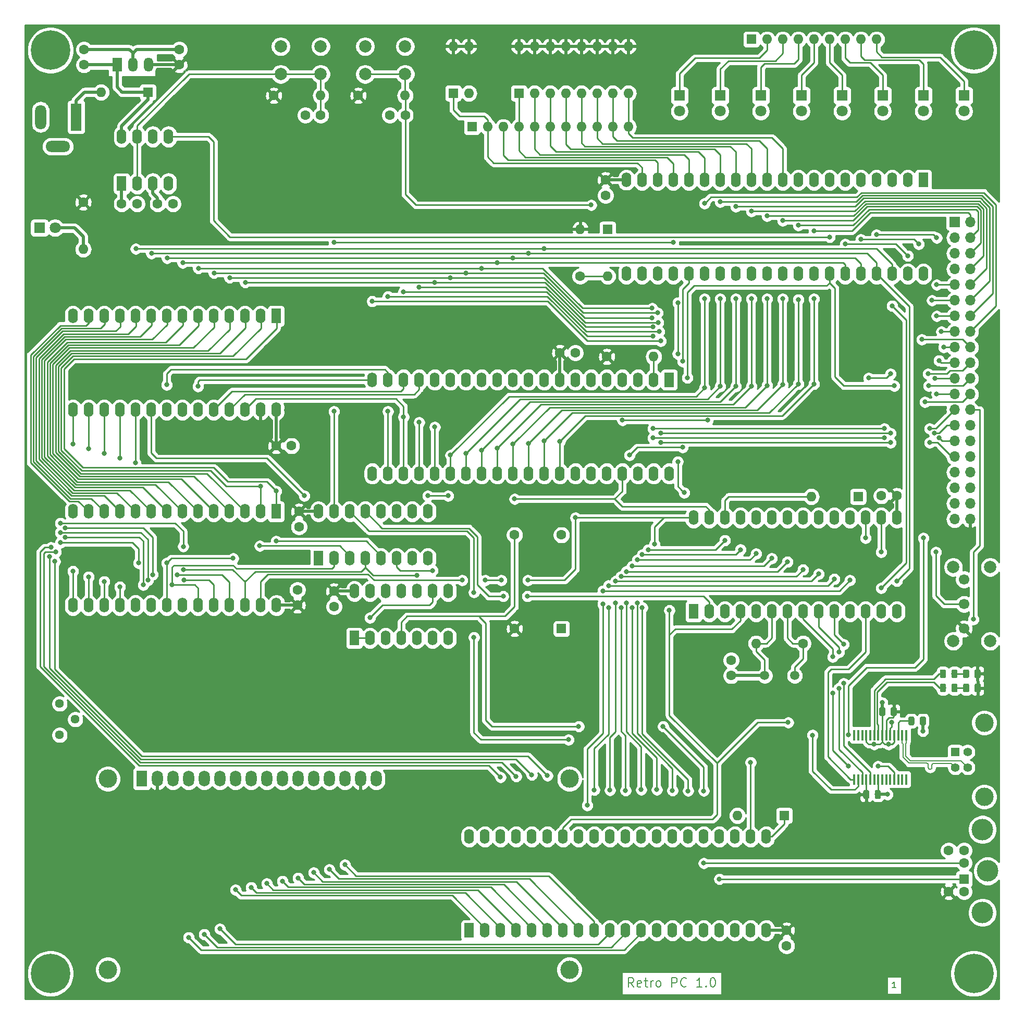
<source format=gbr>
G04 #@! TF.GenerationSoftware,KiCad,Pcbnew,(5.1.4)-1*
G04 #@! TF.CreationDate,2019-10-18T22:13:44+02:00*
G04 #@! TF.ProjectId,Retro PC,52657472-6f20-4504-932e-6b696361645f,1.0*
G04 #@! TF.SameCoordinates,Original*
G04 #@! TF.FileFunction,Copper,L1,Top*
G04 #@! TF.FilePolarity,Positive*
%FSLAX46Y46*%
G04 Gerber Fmt 4.6, Leading zero omitted, Abs format (unit mm)*
G04 Created by KiCad (PCBNEW (5.1.4)-1) date 2019-10-18 22:13:44*
%MOMM*%
%LPD*%
G04 APERTURE LIST*
%ADD10C,0.150000*%
%ADD11C,2.000000*%
%ADD12C,1.700000*%
%ADD13C,3.000000*%
%ADD14O,1.800000X2.600000*%
%ADD15R,1.800000X2.600000*%
%ADD16C,1.440000*%
%ADD17C,3.500000*%
%ADD18C,1.600000*%
%ADD19R,1.600000X1.600000*%
%ADD20C,1.400000*%
%ADD21R,1.400000X1.400000*%
%ADD22R,1.800000X4.400000*%
%ADD23O,1.800000X4.000000*%
%ADD24O,4.000000X1.800000*%
%ADD25O,1.600000X2.400000*%
%ADD26R,1.600000X2.400000*%
%ADD27C,0.800000*%
%ADD28C,6.400000*%
%ADD29O,1.700000X1.700000*%
%ADD30R,1.700000X1.700000*%
%ADD31R,0.450000X1.750000*%
%ADD32C,0.100000*%
%ADD33C,0.975000*%
%ADD34O,1.600000X1.600000*%
%ADD35C,1.800000*%
%ADD36R,1.800000X1.800000*%
%ADD37C,1.500000*%
%ADD38O,1.500000X2.300000*%
%ADD39R,1.500000X2.300000*%
%ADD40C,0.500000*%
%ADD41C,0.250000*%
%ADD42C,0.200000*%
%ADD43C,0.254000*%
G04 APERTURE END LIST*
D10*
X280389714Y-208628380D02*
X279818285Y-208628380D01*
X280104000Y-208628380D02*
X280104000Y-207628380D01*
X280008761Y-207771238D01*
X279913523Y-207866476D01*
X279818285Y-207914095D01*
X237788428Y-208501571D02*
X237288428Y-207787285D01*
X236931285Y-208501571D02*
X236931285Y-207001571D01*
X237502714Y-207001571D01*
X237645571Y-207073000D01*
X237717000Y-207144428D01*
X237788428Y-207287285D01*
X237788428Y-207501571D01*
X237717000Y-207644428D01*
X237645571Y-207715857D01*
X237502714Y-207787285D01*
X236931285Y-207787285D01*
X239002714Y-208430142D02*
X238859857Y-208501571D01*
X238574142Y-208501571D01*
X238431285Y-208430142D01*
X238359857Y-208287285D01*
X238359857Y-207715857D01*
X238431285Y-207573000D01*
X238574142Y-207501571D01*
X238859857Y-207501571D01*
X239002714Y-207573000D01*
X239074142Y-207715857D01*
X239074142Y-207858714D01*
X238359857Y-208001571D01*
X239502714Y-207501571D02*
X240074142Y-207501571D01*
X239717000Y-207001571D02*
X239717000Y-208287285D01*
X239788428Y-208430142D01*
X239931285Y-208501571D01*
X240074142Y-208501571D01*
X240574142Y-208501571D02*
X240574142Y-207501571D01*
X240574142Y-207787285D02*
X240645571Y-207644428D01*
X240717000Y-207573000D01*
X240859857Y-207501571D01*
X241002714Y-207501571D01*
X241717000Y-208501571D02*
X241574142Y-208430142D01*
X241502714Y-208358714D01*
X241431285Y-208215857D01*
X241431285Y-207787285D01*
X241502714Y-207644428D01*
X241574142Y-207573000D01*
X241717000Y-207501571D01*
X241931285Y-207501571D01*
X242074142Y-207573000D01*
X242145571Y-207644428D01*
X242217000Y-207787285D01*
X242217000Y-208215857D01*
X242145571Y-208358714D01*
X242074142Y-208430142D01*
X241931285Y-208501571D01*
X241717000Y-208501571D01*
X244002714Y-208501571D02*
X244002714Y-207001571D01*
X244574142Y-207001571D01*
X244717000Y-207073000D01*
X244788428Y-207144428D01*
X244859857Y-207287285D01*
X244859857Y-207501571D01*
X244788428Y-207644428D01*
X244717000Y-207715857D01*
X244574142Y-207787285D01*
X244002714Y-207787285D01*
X246359857Y-208358714D02*
X246288428Y-208430142D01*
X246074142Y-208501571D01*
X245931285Y-208501571D01*
X245717000Y-208430142D01*
X245574142Y-208287285D01*
X245502714Y-208144428D01*
X245431285Y-207858714D01*
X245431285Y-207644428D01*
X245502714Y-207358714D01*
X245574142Y-207215857D01*
X245717000Y-207073000D01*
X245931285Y-207001571D01*
X246074142Y-207001571D01*
X246288428Y-207073000D01*
X246359857Y-207144428D01*
X248931285Y-208501571D02*
X248074142Y-208501571D01*
X248502714Y-208501571D02*
X248502714Y-207001571D01*
X248359857Y-207215857D01*
X248217000Y-207358714D01*
X248074142Y-207430142D01*
X249574142Y-208358714D02*
X249645571Y-208430142D01*
X249574142Y-208501571D01*
X249502714Y-208430142D01*
X249574142Y-208358714D01*
X249574142Y-208501571D01*
X250574142Y-207001571D02*
X250717000Y-207001571D01*
X250859857Y-207073000D01*
X250931285Y-207144428D01*
X251002714Y-207287285D01*
X251074142Y-207573000D01*
X251074142Y-207930142D01*
X251002714Y-208215857D01*
X250931285Y-208358714D01*
X250859857Y-208430142D01*
X250717000Y-208501571D01*
X250574142Y-208501571D01*
X250431285Y-208430142D01*
X250359857Y-208358714D01*
X250288428Y-208215857D01*
X250217000Y-207930142D01*
X250217000Y-207573000D01*
X250288428Y-207287285D01*
X250359857Y-207144428D01*
X250431285Y-207073000D01*
X250574142Y-207001571D01*
D11*
X289715000Y-152292000D03*
X289715000Y-140292000D03*
X295715000Y-140292000D03*
X295715000Y-152292000D03*
D12*
X291465000Y-150292000D03*
X291465000Y-146292000D03*
X291465000Y-142292000D03*
D13*
X227361000Y-174676000D03*
X227360480Y-205676700D03*
X152361900Y-205676700D03*
X152361900Y-174676000D03*
D14*
X195961000Y-174676000D03*
X193421000Y-174676000D03*
X190881000Y-174676000D03*
X188341000Y-174676000D03*
X185801000Y-174676000D03*
X183261000Y-174676000D03*
X180721000Y-174676000D03*
X178181000Y-174676000D03*
X175641000Y-174676000D03*
X173101000Y-174676000D03*
X170561000Y-174676000D03*
X168021000Y-174676000D03*
X165481000Y-174676000D03*
X162941000Y-174676000D03*
X160401000Y-174676000D03*
D15*
X157861000Y-174676000D03*
D16*
X144526000Y-162484000D03*
X147066000Y-165024000D03*
X144526000Y-167564000D03*
D17*
X295275000Y-189662000D03*
D18*
X288975000Y-186312000D03*
X288975000Y-193012000D03*
X291465000Y-186312000D03*
X291465000Y-193012000D03*
X291465000Y-188362000D03*
D19*
X291465000Y-190962000D03*
D17*
X294465000Y-182902000D03*
X294465000Y-196422000D03*
D20*
X290042600Y-172832600D03*
D13*
X294752600Y-177602600D03*
D21*
X290042600Y-170332600D03*
D20*
X292042600Y-172832600D03*
X292042600Y-170332600D03*
D13*
X294752600Y-165562600D03*
D22*
X147218400Y-67157800D03*
D23*
X141418400Y-67157800D03*
D24*
X144218400Y-71957800D03*
D25*
X179705000Y-114732000D03*
X146685000Y-99492000D03*
X177165000Y-114732000D03*
X149225000Y-99492000D03*
X174625000Y-114732000D03*
X151765000Y-99492000D03*
X172085000Y-114732000D03*
X154305000Y-99492000D03*
X169545000Y-114732000D03*
X156845000Y-99492000D03*
X167005000Y-114732000D03*
X159385000Y-99492000D03*
X164465000Y-114732000D03*
X161925000Y-99492000D03*
X161925000Y-114732000D03*
X164465000Y-99492000D03*
X159385000Y-114732000D03*
X167005000Y-99492000D03*
X156845000Y-114732000D03*
X169545000Y-99492000D03*
X154305000Y-114732000D03*
X172085000Y-99492000D03*
X151765000Y-114732000D03*
X174625000Y-99492000D03*
X149225000Y-114732000D03*
X177165000Y-99492000D03*
X146685000Y-114732000D03*
D26*
X179705000Y-99492000D03*
D25*
X179705000Y-146482000D03*
X146685000Y-131242000D03*
X177165000Y-146482000D03*
X149225000Y-131242000D03*
X174625000Y-146482000D03*
X151765000Y-131242000D03*
X172085000Y-146482000D03*
X154305000Y-131242000D03*
X169545000Y-146482000D03*
X156845000Y-131242000D03*
X167005000Y-146482000D03*
X159385000Y-131242000D03*
X164465000Y-146482000D03*
X161925000Y-131242000D03*
X161925000Y-146482000D03*
X164465000Y-131242000D03*
X159385000Y-146482000D03*
X167005000Y-131242000D03*
X156845000Y-146482000D03*
X169545000Y-131242000D03*
X154305000Y-146482000D03*
X172085000Y-131242000D03*
X151765000Y-146482000D03*
X174625000Y-131242000D03*
X149225000Y-146482000D03*
X177165000Y-131242000D03*
X146685000Y-146482000D03*
D26*
X179705000Y-131242000D03*
D25*
X186563000Y-131242000D03*
X204343000Y-138862000D03*
X189103000Y-131242000D03*
X201803000Y-138862000D03*
X191643000Y-131242000D03*
X199263000Y-138862000D03*
X194183000Y-131242000D03*
X196723000Y-138862000D03*
X196723000Y-131242000D03*
X194183000Y-138862000D03*
X199263000Y-131242000D03*
X191643000Y-138862000D03*
X201803000Y-131242000D03*
X189103000Y-138862000D03*
X204343000Y-131242000D03*
D26*
X186563000Y-138862000D03*
D27*
X294746056Y-54610944D03*
X293049000Y-53908000D03*
X291351944Y-54610944D03*
X290649000Y-56308000D03*
X291351944Y-58005056D03*
X293049000Y-58708000D03*
X294746056Y-58005056D03*
X295449000Y-56308000D03*
D28*
X293049000Y-56308000D03*
D29*
X292481000Y-132512000D03*
X289941000Y-132512000D03*
X292481000Y-129972000D03*
X289941000Y-129972000D03*
X292481000Y-127432000D03*
X289941000Y-127432000D03*
X292481000Y-124892000D03*
X289941000Y-124892000D03*
X292481000Y-122352000D03*
X289941000Y-122352000D03*
X292481000Y-119812000D03*
X289941000Y-119812000D03*
X292481000Y-117272000D03*
X289941000Y-117272000D03*
X292481000Y-114732000D03*
X289941000Y-114732000D03*
X292481000Y-112192000D03*
X289941000Y-112192000D03*
X292481000Y-109652000D03*
X289941000Y-109652000D03*
X292481000Y-107112000D03*
X289941000Y-107112000D03*
X292481000Y-104572000D03*
X289941000Y-104572000D03*
X292481000Y-102032000D03*
X289941000Y-102032000D03*
X292481000Y-99492000D03*
X289941000Y-99492000D03*
X292481000Y-96952000D03*
X289941000Y-96952000D03*
X292481000Y-94412000D03*
X289941000Y-94412000D03*
X292481000Y-91872000D03*
X289941000Y-91872000D03*
X292481000Y-89332000D03*
X289941000Y-89332000D03*
X292481000Y-86792000D03*
X289941000Y-86792000D03*
X292481000Y-84252000D03*
D30*
X289941000Y-84252000D03*
D31*
X273634400Y-167571800D03*
X274284400Y-167571800D03*
X274934400Y-167571800D03*
X275584400Y-167571800D03*
X276234400Y-167571800D03*
X276884400Y-167571800D03*
X277534400Y-167571800D03*
X278184400Y-167571800D03*
X278834400Y-167571800D03*
X279484400Y-167571800D03*
X280134400Y-167571800D03*
X280784400Y-167571800D03*
X281434400Y-167571800D03*
X282084400Y-167571800D03*
X282084400Y-174771800D03*
X281434400Y-174771800D03*
X280784400Y-174771800D03*
X280134400Y-174771800D03*
X279484400Y-174771800D03*
X278834400Y-174771800D03*
X278184400Y-174771800D03*
X277534400Y-174771800D03*
X276884400Y-174771800D03*
X276234400Y-174771800D03*
X275584400Y-174771800D03*
X274934400Y-174771800D03*
X274284400Y-174771800D03*
X273634400Y-174771800D03*
D32*
G36*
X277723422Y-176518174D02*
G01*
X277747083Y-176521684D01*
X277770287Y-176527496D01*
X277792809Y-176535554D01*
X277814433Y-176545782D01*
X277834950Y-176558079D01*
X277854163Y-176572329D01*
X277871887Y-176588393D01*
X277887951Y-176606117D01*
X277902201Y-176625330D01*
X277914498Y-176645847D01*
X277924726Y-176667471D01*
X277932784Y-176689993D01*
X277938596Y-176713197D01*
X277942106Y-176736858D01*
X277943280Y-176760750D01*
X277943280Y-177673250D01*
X277942106Y-177697142D01*
X277938596Y-177720803D01*
X277932784Y-177744007D01*
X277924726Y-177766529D01*
X277914498Y-177788153D01*
X277902201Y-177808670D01*
X277887951Y-177827883D01*
X277871887Y-177845607D01*
X277854163Y-177861671D01*
X277834950Y-177875921D01*
X277814433Y-177888218D01*
X277792809Y-177898446D01*
X277770287Y-177906504D01*
X277747083Y-177912316D01*
X277723422Y-177915826D01*
X277699530Y-177917000D01*
X277212030Y-177917000D01*
X277188138Y-177915826D01*
X277164477Y-177912316D01*
X277141273Y-177906504D01*
X277118751Y-177898446D01*
X277097127Y-177888218D01*
X277076610Y-177875921D01*
X277057397Y-177861671D01*
X277039673Y-177845607D01*
X277023609Y-177827883D01*
X277009359Y-177808670D01*
X276997062Y-177788153D01*
X276986834Y-177766529D01*
X276978776Y-177744007D01*
X276972964Y-177720803D01*
X276969454Y-177697142D01*
X276968280Y-177673250D01*
X276968280Y-176760750D01*
X276969454Y-176736858D01*
X276972964Y-176713197D01*
X276978776Y-176689993D01*
X276986834Y-176667471D01*
X276997062Y-176645847D01*
X277009359Y-176625330D01*
X277023609Y-176606117D01*
X277039673Y-176588393D01*
X277057397Y-176572329D01*
X277076610Y-176558079D01*
X277097127Y-176545782D01*
X277118751Y-176535554D01*
X277141273Y-176527496D01*
X277164477Y-176521684D01*
X277188138Y-176518174D01*
X277212030Y-176517000D01*
X277699530Y-176517000D01*
X277723422Y-176518174D01*
X277723422Y-176518174D01*
G37*
D33*
X277455780Y-177217000D03*
D32*
G36*
X275848422Y-176518174D02*
G01*
X275872083Y-176521684D01*
X275895287Y-176527496D01*
X275917809Y-176535554D01*
X275939433Y-176545782D01*
X275959950Y-176558079D01*
X275979163Y-176572329D01*
X275996887Y-176588393D01*
X276012951Y-176606117D01*
X276027201Y-176625330D01*
X276039498Y-176645847D01*
X276049726Y-176667471D01*
X276057784Y-176689993D01*
X276063596Y-176713197D01*
X276067106Y-176736858D01*
X276068280Y-176760750D01*
X276068280Y-177673250D01*
X276067106Y-177697142D01*
X276063596Y-177720803D01*
X276057784Y-177744007D01*
X276049726Y-177766529D01*
X276039498Y-177788153D01*
X276027201Y-177808670D01*
X276012951Y-177827883D01*
X275996887Y-177845607D01*
X275979163Y-177861671D01*
X275959950Y-177875921D01*
X275939433Y-177888218D01*
X275917809Y-177898446D01*
X275895287Y-177906504D01*
X275872083Y-177912316D01*
X275848422Y-177915826D01*
X275824530Y-177917000D01*
X275337030Y-177917000D01*
X275313138Y-177915826D01*
X275289477Y-177912316D01*
X275266273Y-177906504D01*
X275243751Y-177898446D01*
X275222127Y-177888218D01*
X275201610Y-177875921D01*
X275182397Y-177861671D01*
X275164673Y-177845607D01*
X275148609Y-177827883D01*
X275134359Y-177808670D01*
X275122062Y-177788153D01*
X275111834Y-177766529D01*
X275103776Y-177744007D01*
X275097964Y-177720803D01*
X275094454Y-177697142D01*
X275093280Y-177673250D01*
X275093280Y-176760750D01*
X275094454Y-176736858D01*
X275097964Y-176713197D01*
X275103776Y-176689993D01*
X275111834Y-176667471D01*
X275122062Y-176645847D01*
X275134359Y-176625330D01*
X275148609Y-176606117D01*
X275164673Y-176588393D01*
X275182397Y-176572329D01*
X275201610Y-176558079D01*
X275222127Y-176545782D01*
X275243751Y-176535554D01*
X275266273Y-176527496D01*
X275289477Y-176521684D01*
X275313138Y-176518174D01*
X275337030Y-176517000D01*
X275824530Y-176517000D01*
X275848422Y-176518174D01*
X275848422Y-176518174D01*
G37*
D33*
X275580780Y-177217000D03*
D32*
G36*
X278451142Y-163053174D02*
G01*
X278474803Y-163056684D01*
X278498007Y-163062496D01*
X278520529Y-163070554D01*
X278542153Y-163080782D01*
X278562670Y-163093079D01*
X278581883Y-163107329D01*
X278599607Y-163123393D01*
X278615671Y-163141117D01*
X278629921Y-163160330D01*
X278642218Y-163180847D01*
X278652446Y-163202471D01*
X278660504Y-163224993D01*
X278666316Y-163248197D01*
X278669826Y-163271858D01*
X278671000Y-163295750D01*
X278671000Y-164208250D01*
X278669826Y-164232142D01*
X278666316Y-164255803D01*
X278660504Y-164279007D01*
X278652446Y-164301529D01*
X278642218Y-164323153D01*
X278629921Y-164343670D01*
X278615671Y-164362883D01*
X278599607Y-164380607D01*
X278581883Y-164396671D01*
X278562670Y-164410921D01*
X278542153Y-164423218D01*
X278520529Y-164433446D01*
X278498007Y-164441504D01*
X278474803Y-164447316D01*
X278451142Y-164450826D01*
X278427250Y-164452000D01*
X277939750Y-164452000D01*
X277915858Y-164450826D01*
X277892197Y-164447316D01*
X277868993Y-164441504D01*
X277846471Y-164433446D01*
X277824847Y-164423218D01*
X277804330Y-164410921D01*
X277785117Y-164396671D01*
X277767393Y-164380607D01*
X277751329Y-164362883D01*
X277737079Y-164343670D01*
X277724782Y-164323153D01*
X277714554Y-164301529D01*
X277706496Y-164279007D01*
X277700684Y-164255803D01*
X277697174Y-164232142D01*
X277696000Y-164208250D01*
X277696000Y-163295750D01*
X277697174Y-163271858D01*
X277700684Y-163248197D01*
X277706496Y-163224993D01*
X277714554Y-163202471D01*
X277724782Y-163180847D01*
X277737079Y-163160330D01*
X277751329Y-163141117D01*
X277767393Y-163123393D01*
X277785117Y-163107329D01*
X277804330Y-163093079D01*
X277824847Y-163080782D01*
X277846471Y-163070554D01*
X277868993Y-163062496D01*
X277892197Y-163056684D01*
X277915858Y-163053174D01*
X277939750Y-163052000D01*
X278427250Y-163052000D01*
X278451142Y-163053174D01*
X278451142Y-163053174D01*
G37*
D33*
X278183500Y-163752000D03*
D32*
G36*
X280326142Y-163053174D02*
G01*
X280349803Y-163056684D01*
X280373007Y-163062496D01*
X280395529Y-163070554D01*
X280417153Y-163080782D01*
X280437670Y-163093079D01*
X280456883Y-163107329D01*
X280474607Y-163123393D01*
X280490671Y-163141117D01*
X280504921Y-163160330D01*
X280517218Y-163180847D01*
X280527446Y-163202471D01*
X280535504Y-163224993D01*
X280541316Y-163248197D01*
X280544826Y-163271858D01*
X280546000Y-163295750D01*
X280546000Y-164208250D01*
X280544826Y-164232142D01*
X280541316Y-164255803D01*
X280535504Y-164279007D01*
X280527446Y-164301529D01*
X280517218Y-164323153D01*
X280504921Y-164343670D01*
X280490671Y-164362883D01*
X280474607Y-164380607D01*
X280456883Y-164396671D01*
X280437670Y-164410921D01*
X280417153Y-164423218D01*
X280395529Y-164433446D01*
X280373007Y-164441504D01*
X280349803Y-164447316D01*
X280326142Y-164450826D01*
X280302250Y-164452000D01*
X279814750Y-164452000D01*
X279790858Y-164450826D01*
X279767197Y-164447316D01*
X279743993Y-164441504D01*
X279721471Y-164433446D01*
X279699847Y-164423218D01*
X279679330Y-164410921D01*
X279660117Y-164396671D01*
X279642393Y-164380607D01*
X279626329Y-164362883D01*
X279612079Y-164343670D01*
X279599782Y-164323153D01*
X279589554Y-164301529D01*
X279581496Y-164279007D01*
X279575684Y-164255803D01*
X279572174Y-164232142D01*
X279571000Y-164208250D01*
X279571000Y-163295750D01*
X279572174Y-163271858D01*
X279575684Y-163248197D01*
X279581496Y-163224993D01*
X279589554Y-163202471D01*
X279599782Y-163180847D01*
X279612079Y-163160330D01*
X279626329Y-163141117D01*
X279642393Y-163123393D01*
X279660117Y-163107329D01*
X279679330Y-163093079D01*
X279699847Y-163080782D01*
X279721471Y-163070554D01*
X279743993Y-163062496D01*
X279767197Y-163056684D01*
X279790858Y-163053174D01*
X279814750Y-163052000D01*
X280302250Y-163052000D01*
X280326142Y-163053174D01*
X280326142Y-163053174D01*
G37*
D33*
X280058500Y-163752000D03*
D25*
X243580000Y-125082500D03*
X195320000Y-109842500D03*
X241040000Y-125082500D03*
X197860000Y-109842500D03*
X238500000Y-125082500D03*
X200400000Y-109842500D03*
X235960000Y-125082500D03*
X202940000Y-109842500D03*
X233420000Y-125082500D03*
X205480000Y-109842500D03*
X230880000Y-125082500D03*
X208020000Y-109842500D03*
X228340000Y-125082500D03*
X210560000Y-109842500D03*
X225800000Y-125082500D03*
X213100000Y-109842500D03*
X223260000Y-125082500D03*
X215640000Y-109842500D03*
X220720000Y-125082500D03*
X218180000Y-109842500D03*
X218180000Y-125082500D03*
X220720000Y-109842500D03*
X215640000Y-125082500D03*
X223260000Y-109842500D03*
X213100000Y-125082500D03*
X225800000Y-109842500D03*
X210560000Y-125082500D03*
X228340000Y-109842500D03*
X208020000Y-125082500D03*
X230880000Y-109842500D03*
X205480000Y-125082500D03*
X233420000Y-109842500D03*
X202940000Y-125082500D03*
X235960000Y-109842500D03*
X200400000Y-125082500D03*
X238500000Y-109842500D03*
X197860000Y-125082500D03*
X241040000Y-109842500D03*
X195320000Y-125082500D03*
D26*
X243580000Y-109842500D03*
D25*
X211074000Y-184074000D03*
X259334000Y-199314000D03*
X213614000Y-184074000D03*
X256794000Y-199314000D03*
X216154000Y-184074000D03*
X254254000Y-199314000D03*
X218694000Y-184074000D03*
X251714000Y-199314000D03*
X221234000Y-184074000D03*
X249174000Y-199314000D03*
X223774000Y-184074000D03*
X246634000Y-199314000D03*
X226314000Y-184074000D03*
X244094000Y-199314000D03*
X228854000Y-184074000D03*
X241554000Y-199314000D03*
X231394000Y-184074000D03*
X239014000Y-199314000D03*
X233934000Y-184074000D03*
X236474000Y-199314000D03*
X236474000Y-184074000D03*
X233934000Y-199314000D03*
X239014000Y-184074000D03*
X231394000Y-199314000D03*
X241554000Y-184074000D03*
X228854000Y-199314000D03*
X244094000Y-184074000D03*
X226314000Y-199314000D03*
X246634000Y-184074000D03*
X223774000Y-199314000D03*
X249174000Y-184074000D03*
X221234000Y-199314000D03*
X251714000Y-184074000D03*
X218694000Y-199314000D03*
X254254000Y-184074000D03*
X216154000Y-199314000D03*
X256794000Y-184074000D03*
X213614000Y-199314000D03*
X259334000Y-184074000D03*
D26*
X211074000Y-199314000D03*
D18*
X262636000Y-201814000D03*
X262636000Y-199314000D03*
X198172700Y-66853000D03*
X200672700Y-66853000D03*
X157109600Y-81267500D03*
X154609600Y-81267500D03*
X162951600Y-81267500D03*
X160451600Y-81267500D03*
X184444000Y-66853000D03*
X186944000Y-66853000D03*
X163957000Y-56174000D03*
X163957000Y-58674000D03*
X253619000Y-155412000D03*
X253619000Y-157912000D03*
X233222800Y-79894000D03*
X233222800Y-77394000D03*
X278043000Y-128702000D03*
X280543000Y-128702000D03*
X183159400Y-143982000D03*
X183159400Y-146482000D03*
X182205000Y-120574000D03*
X179705000Y-120574000D03*
X183413400Y-133742000D03*
X183413400Y-131242000D03*
X228306000Y-105461000D03*
X225806000Y-105461000D03*
X189103000Y-146696000D03*
X189103000Y-144196000D03*
D27*
X294746056Y-204610944D03*
X293049000Y-203908000D03*
X291351944Y-204610944D03*
X290649000Y-206308000D03*
X291351944Y-208005056D03*
X293049000Y-208708000D03*
X294746056Y-208005056D03*
X295449000Y-206308000D03*
D28*
X293049000Y-206308000D03*
D27*
X144746056Y-54610944D03*
X143049000Y-53908000D03*
X141351944Y-54610944D03*
X140649000Y-56308000D03*
X141351944Y-58005056D03*
X143049000Y-58708000D03*
X144746056Y-58005056D03*
X145449000Y-56308000D03*
D28*
X143049000Y-56308000D03*
D27*
X144746056Y-204610944D03*
X143049000Y-203908000D03*
X141351944Y-204610944D03*
X140649000Y-206308000D03*
X141351944Y-208005056D03*
X143049000Y-208708000D03*
X144746056Y-208005056D03*
X145449000Y-206308000D03*
D28*
X143049000Y-206308000D03*
D11*
X200660000Y-55684000D03*
X200660000Y-60184000D03*
X194160000Y-55684000D03*
X194160000Y-60184000D03*
D34*
X200660000Y-63678000D03*
D18*
X193040000Y-63678000D03*
D34*
X148361400Y-88620800D03*
D18*
X148361400Y-81000800D03*
D35*
X143789400Y-85166400D03*
D36*
X141249400Y-85166400D03*
D25*
X192405000Y-144196000D03*
X207645000Y-151816000D03*
X194945000Y-144196000D03*
X205105000Y-151816000D03*
X197485000Y-144196000D03*
X202565000Y-151816000D03*
X200025000Y-144196000D03*
X200025000Y-151816000D03*
X202565000Y-144196000D03*
X197485000Y-151816000D03*
X205105000Y-144196000D03*
X194945000Y-151816000D03*
X207645000Y-144196000D03*
D26*
X192405000Y-151816000D03*
D25*
X284861000Y-92634000D03*
X236601000Y-77394000D03*
X282321000Y-92634000D03*
X239141000Y-77394000D03*
X279781000Y-92634000D03*
X241681000Y-77394000D03*
X277241000Y-92634000D03*
X244221000Y-77394000D03*
X274701000Y-92634000D03*
X246761000Y-77394000D03*
X272161000Y-92634000D03*
X249301000Y-77394000D03*
X269621000Y-92634000D03*
X251841000Y-77394000D03*
X267081000Y-92634000D03*
X254381000Y-77394000D03*
X264541000Y-92634000D03*
X256921000Y-77394000D03*
X262001000Y-92634000D03*
X259461000Y-77394000D03*
X259461000Y-92634000D03*
X262001000Y-77394000D03*
X256921000Y-92634000D03*
X264541000Y-77394000D03*
X254381000Y-92634000D03*
X267081000Y-77394000D03*
X251841000Y-92634000D03*
X269621000Y-77394000D03*
X249301000Y-92634000D03*
X272161000Y-77394000D03*
X246761000Y-92634000D03*
X274701000Y-77394000D03*
X244221000Y-92634000D03*
X277241000Y-77394000D03*
X241681000Y-92634000D03*
X279781000Y-77394000D03*
X239141000Y-92634000D03*
X282321000Y-77394000D03*
X236601000Y-92634000D03*
D26*
X284861000Y-77394000D03*
D25*
X247523000Y-132258000D03*
X280543000Y-147498000D03*
X250063000Y-132258000D03*
X278003000Y-147498000D03*
X252603000Y-132258000D03*
X275463000Y-147498000D03*
X255143000Y-132258000D03*
X272923000Y-147498000D03*
X257683000Y-132258000D03*
X270383000Y-147498000D03*
X260223000Y-132258000D03*
X267843000Y-147498000D03*
X262763000Y-132258000D03*
X265303000Y-147498000D03*
X265303000Y-132258000D03*
X262763000Y-147498000D03*
X267843000Y-132258000D03*
X260223000Y-147498000D03*
X270383000Y-132258000D03*
X257683000Y-147498000D03*
X272923000Y-132258000D03*
X255143000Y-147498000D03*
X275463000Y-132258000D03*
X252603000Y-147498000D03*
X278003000Y-132258000D03*
X250063000Y-147498000D03*
X280543000Y-132258000D03*
D26*
X247523000Y-147498000D03*
D34*
X257683000Y-152672220D03*
D18*
X265303000Y-152672220D03*
D37*
X263960000Y-157912000D03*
X259080000Y-157912000D03*
D34*
X236928000Y-68758000D03*
X234388000Y-68758000D03*
X231848000Y-68758000D03*
X229308000Y-68758000D03*
X226768000Y-68758000D03*
X224228000Y-68758000D03*
X221688000Y-68758000D03*
X219148000Y-68758000D03*
X216608000Y-68758000D03*
X214068000Y-68758000D03*
D19*
X211528000Y-68758000D03*
D35*
X258445000Y-66218000D03*
D36*
X258445000Y-63678000D03*
D35*
X245237000Y-66218000D03*
D36*
X245237000Y-63678000D03*
D35*
X284861000Y-66218000D03*
D36*
X284861000Y-63678000D03*
D35*
X278257000Y-66218000D03*
D36*
X278257000Y-63678000D03*
D35*
X271653000Y-66218000D03*
D36*
X271653000Y-63678000D03*
D35*
X251841000Y-66218000D03*
D36*
X251841000Y-63678000D03*
D35*
X265049000Y-66218000D03*
D36*
X265049000Y-63678000D03*
D35*
X291465000Y-66218000D03*
D36*
X291465000Y-63678000D03*
D34*
X219151000Y-55664000D03*
X236931000Y-63284000D03*
X221691000Y-55664000D03*
X234391000Y-63284000D03*
X224231000Y-55664000D03*
X231851000Y-63284000D03*
X226771000Y-55664000D03*
X229311000Y-63284000D03*
X229311000Y-55664000D03*
X226771000Y-63284000D03*
X231851000Y-55664000D03*
X224231000Y-63284000D03*
X234391000Y-55664000D03*
X221691000Y-63284000D03*
X236931000Y-55664000D03*
D19*
X219151000Y-63284000D03*
D18*
X226060000Y-135052000D03*
X218440000Y-135052000D03*
X218440000Y-150292000D03*
D19*
X226060000Y-150292000D03*
D11*
X186944000Y-55684000D03*
X186944000Y-60184000D03*
X180444000Y-55684000D03*
X180444000Y-60184000D03*
D34*
X151257000Y-63119000D03*
D19*
X158877000Y-63119000D03*
D38*
X158940500Y-58648600D03*
X156400500Y-58648600D03*
D39*
X153860500Y-58648600D03*
D34*
X208483000Y-55664000D03*
X211023000Y-63284000D03*
X211023000Y-55664000D03*
D19*
X208483000Y-63284000D03*
D34*
X277241000Y-54534000D03*
X274701000Y-54534000D03*
X272161000Y-54534000D03*
X269621000Y-54534000D03*
X267081000Y-54534000D03*
X264541000Y-54534000D03*
X262001000Y-54534000D03*
X259461000Y-54534000D03*
D19*
X256921000Y-54534000D03*
D34*
X229108000Y-85395000D03*
D18*
X229108000Y-93015000D03*
D34*
X186944000Y-63678000D03*
D18*
X179324000Y-63678000D03*
D32*
G36*
X288320142Y-159207174D02*
G01*
X288343803Y-159210684D01*
X288367007Y-159216496D01*
X288389529Y-159224554D01*
X288411153Y-159234782D01*
X288431670Y-159247079D01*
X288450883Y-159261329D01*
X288468607Y-159277393D01*
X288484671Y-159295117D01*
X288498921Y-159314330D01*
X288511218Y-159334847D01*
X288521446Y-159356471D01*
X288529504Y-159378993D01*
X288535316Y-159402197D01*
X288538826Y-159425858D01*
X288540000Y-159449750D01*
X288540000Y-160362250D01*
X288538826Y-160386142D01*
X288535316Y-160409803D01*
X288529504Y-160433007D01*
X288521446Y-160455529D01*
X288511218Y-160477153D01*
X288498921Y-160497670D01*
X288484671Y-160516883D01*
X288468607Y-160534607D01*
X288450883Y-160550671D01*
X288431670Y-160564921D01*
X288411153Y-160577218D01*
X288389529Y-160587446D01*
X288367007Y-160595504D01*
X288343803Y-160601316D01*
X288320142Y-160604826D01*
X288296250Y-160606000D01*
X287808750Y-160606000D01*
X287784858Y-160604826D01*
X287761197Y-160601316D01*
X287737993Y-160595504D01*
X287715471Y-160587446D01*
X287693847Y-160577218D01*
X287673330Y-160564921D01*
X287654117Y-160550671D01*
X287636393Y-160534607D01*
X287620329Y-160516883D01*
X287606079Y-160497670D01*
X287593782Y-160477153D01*
X287583554Y-160455529D01*
X287575496Y-160433007D01*
X287569684Y-160409803D01*
X287566174Y-160386142D01*
X287565000Y-160362250D01*
X287565000Y-159449750D01*
X287566174Y-159425858D01*
X287569684Y-159402197D01*
X287575496Y-159378993D01*
X287583554Y-159356471D01*
X287593782Y-159334847D01*
X287606079Y-159314330D01*
X287620329Y-159295117D01*
X287636393Y-159277393D01*
X287654117Y-159261329D01*
X287673330Y-159247079D01*
X287693847Y-159234782D01*
X287715471Y-159224554D01*
X287737993Y-159216496D01*
X287761197Y-159210684D01*
X287784858Y-159207174D01*
X287808750Y-159206000D01*
X288296250Y-159206000D01*
X288320142Y-159207174D01*
X288320142Y-159207174D01*
G37*
D33*
X288052500Y-159906000D03*
D32*
G36*
X290195142Y-159207174D02*
G01*
X290218803Y-159210684D01*
X290242007Y-159216496D01*
X290264529Y-159224554D01*
X290286153Y-159234782D01*
X290306670Y-159247079D01*
X290325883Y-159261329D01*
X290343607Y-159277393D01*
X290359671Y-159295117D01*
X290373921Y-159314330D01*
X290386218Y-159334847D01*
X290396446Y-159356471D01*
X290404504Y-159378993D01*
X290410316Y-159402197D01*
X290413826Y-159425858D01*
X290415000Y-159449750D01*
X290415000Y-160362250D01*
X290413826Y-160386142D01*
X290410316Y-160409803D01*
X290404504Y-160433007D01*
X290396446Y-160455529D01*
X290386218Y-160477153D01*
X290373921Y-160497670D01*
X290359671Y-160516883D01*
X290343607Y-160534607D01*
X290325883Y-160550671D01*
X290306670Y-160564921D01*
X290286153Y-160577218D01*
X290264529Y-160587446D01*
X290242007Y-160595504D01*
X290218803Y-160601316D01*
X290195142Y-160604826D01*
X290171250Y-160606000D01*
X289683750Y-160606000D01*
X289659858Y-160604826D01*
X289636197Y-160601316D01*
X289612993Y-160595504D01*
X289590471Y-160587446D01*
X289568847Y-160577218D01*
X289548330Y-160564921D01*
X289529117Y-160550671D01*
X289511393Y-160534607D01*
X289495329Y-160516883D01*
X289481079Y-160497670D01*
X289468782Y-160477153D01*
X289458554Y-160455529D01*
X289450496Y-160433007D01*
X289444684Y-160409803D01*
X289441174Y-160386142D01*
X289440000Y-160362250D01*
X289440000Y-159449750D01*
X289441174Y-159425858D01*
X289444684Y-159402197D01*
X289450496Y-159378993D01*
X289458554Y-159356471D01*
X289468782Y-159334847D01*
X289481079Y-159314330D01*
X289495329Y-159295117D01*
X289511393Y-159277393D01*
X289529117Y-159261329D01*
X289548330Y-159247079D01*
X289568847Y-159234782D01*
X289590471Y-159224554D01*
X289612993Y-159216496D01*
X289636197Y-159210684D01*
X289659858Y-159207174D01*
X289683750Y-159206000D01*
X290171250Y-159206000D01*
X290195142Y-159207174D01*
X290195142Y-159207174D01*
G37*
D33*
X289927500Y-159906000D03*
D34*
X241046000Y-106096000D03*
D18*
X233426000Y-106096000D03*
D32*
G36*
X288302142Y-156902174D02*
G01*
X288325803Y-156905684D01*
X288349007Y-156911496D01*
X288371529Y-156919554D01*
X288393153Y-156929782D01*
X288413670Y-156942079D01*
X288432883Y-156956329D01*
X288450607Y-156972393D01*
X288466671Y-156990117D01*
X288480921Y-157009330D01*
X288493218Y-157029847D01*
X288503446Y-157051471D01*
X288511504Y-157073993D01*
X288517316Y-157097197D01*
X288520826Y-157120858D01*
X288522000Y-157144750D01*
X288522000Y-158057250D01*
X288520826Y-158081142D01*
X288517316Y-158104803D01*
X288511504Y-158128007D01*
X288503446Y-158150529D01*
X288493218Y-158172153D01*
X288480921Y-158192670D01*
X288466671Y-158211883D01*
X288450607Y-158229607D01*
X288432883Y-158245671D01*
X288413670Y-158259921D01*
X288393153Y-158272218D01*
X288371529Y-158282446D01*
X288349007Y-158290504D01*
X288325803Y-158296316D01*
X288302142Y-158299826D01*
X288278250Y-158301000D01*
X287790750Y-158301000D01*
X287766858Y-158299826D01*
X287743197Y-158296316D01*
X287719993Y-158290504D01*
X287697471Y-158282446D01*
X287675847Y-158272218D01*
X287655330Y-158259921D01*
X287636117Y-158245671D01*
X287618393Y-158229607D01*
X287602329Y-158211883D01*
X287588079Y-158192670D01*
X287575782Y-158172153D01*
X287565554Y-158150529D01*
X287557496Y-158128007D01*
X287551684Y-158104803D01*
X287548174Y-158081142D01*
X287547000Y-158057250D01*
X287547000Y-157144750D01*
X287548174Y-157120858D01*
X287551684Y-157097197D01*
X287557496Y-157073993D01*
X287565554Y-157051471D01*
X287575782Y-157029847D01*
X287588079Y-157009330D01*
X287602329Y-156990117D01*
X287618393Y-156972393D01*
X287636117Y-156956329D01*
X287655330Y-156942079D01*
X287675847Y-156929782D01*
X287697471Y-156919554D01*
X287719993Y-156911496D01*
X287743197Y-156905684D01*
X287766858Y-156902174D01*
X287790750Y-156901000D01*
X288278250Y-156901000D01*
X288302142Y-156902174D01*
X288302142Y-156902174D01*
G37*
D33*
X288034500Y-157601000D03*
D32*
G36*
X290177142Y-156902174D02*
G01*
X290200803Y-156905684D01*
X290224007Y-156911496D01*
X290246529Y-156919554D01*
X290268153Y-156929782D01*
X290288670Y-156942079D01*
X290307883Y-156956329D01*
X290325607Y-156972393D01*
X290341671Y-156990117D01*
X290355921Y-157009330D01*
X290368218Y-157029847D01*
X290378446Y-157051471D01*
X290386504Y-157073993D01*
X290392316Y-157097197D01*
X290395826Y-157120858D01*
X290397000Y-157144750D01*
X290397000Y-158057250D01*
X290395826Y-158081142D01*
X290392316Y-158104803D01*
X290386504Y-158128007D01*
X290378446Y-158150529D01*
X290368218Y-158172153D01*
X290355921Y-158192670D01*
X290341671Y-158211883D01*
X290325607Y-158229607D01*
X290307883Y-158245671D01*
X290288670Y-158259921D01*
X290268153Y-158272218D01*
X290246529Y-158282446D01*
X290224007Y-158290504D01*
X290200803Y-158296316D01*
X290177142Y-158299826D01*
X290153250Y-158301000D01*
X289665750Y-158301000D01*
X289641858Y-158299826D01*
X289618197Y-158296316D01*
X289594993Y-158290504D01*
X289572471Y-158282446D01*
X289550847Y-158272218D01*
X289530330Y-158259921D01*
X289511117Y-158245671D01*
X289493393Y-158229607D01*
X289477329Y-158211883D01*
X289463079Y-158192670D01*
X289450782Y-158172153D01*
X289440554Y-158150529D01*
X289432496Y-158128007D01*
X289426684Y-158104803D01*
X289423174Y-158081142D01*
X289422000Y-158057250D01*
X289422000Y-157144750D01*
X289423174Y-157120858D01*
X289426684Y-157097197D01*
X289432496Y-157073993D01*
X289440554Y-157051471D01*
X289450782Y-157029847D01*
X289463079Y-157009330D01*
X289477329Y-156990117D01*
X289493393Y-156972393D01*
X289511117Y-156956329D01*
X289530330Y-156942079D01*
X289550847Y-156929782D01*
X289572471Y-156919554D01*
X289594993Y-156911496D01*
X289618197Y-156905684D01*
X289641858Y-156902174D01*
X289665750Y-156901000D01*
X290153250Y-156901000D01*
X290177142Y-156902174D01*
X290177142Y-156902174D01*
G37*
D33*
X289909500Y-157601000D03*
D25*
X154609600Y-70345500D03*
X162229600Y-77965500D03*
X157149600Y-70345500D03*
X159689600Y-77965500D03*
X159689600Y-70345500D03*
X157149600Y-77965500D03*
X162229600Y-70345500D03*
D26*
X154609600Y-77965500D03*
D34*
X266636500Y-128829000D03*
D19*
X274256500Y-128829000D03*
D34*
X233553000Y-93015000D03*
D19*
X233553000Y-85395000D03*
D32*
G36*
X293956642Y-159207174D02*
G01*
X293980303Y-159210684D01*
X294003507Y-159216496D01*
X294026029Y-159224554D01*
X294047653Y-159234782D01*
X294068170Y-159247079D01*
X294087383Y-159261329D01*
X294105107Y-159277393D01*
X294121171Y-159295117D01*
X294135421Y-159314330D01*
X294147718Y-159334847D01*
X294157946Y-159356471D01*
X294166004Y-159378993D01*
X294171816Y-159402197D01*
X294175326Y-159425858D01*
X294176500Y-159449750D01*
X294176500Y-160362250D01*
X294175326Y-160386142D01*
X294171816Y-160409803D01*
X294166004Y-160433007D01*
X294157946Y-160455529D01*
X294147718Y-160477153D01*
X294135421Y-160497670D01*
X294121171Y-160516883D01*
X294105107Y-160534607D01*
X294087383Y-160550671D01*
X294068170Y-160564921D01*
X294047653Y-160577218D01*
X294026029Y-160587446D01*
X294003507Y-160595504D01*
X293980303Y-160601316D01*
X293956642Y-160604826D01*
X293932750Y-160606000D01*
X293445250Y-160606000D01*
X293421358Y-160604826D01*
X293397697Y-160601316D01*
X293374493Y-160595504D01*
X293351971Y-160587446D01*
X293330347Y-160577218D01*
X293309830Y-160564921D01*
X293290617Y-160550671D01*
X293272893Y-160534607D01*
X293256829Y-160516883D01*
X293242579Y-160497670D01*
X293230282Y-160477153D01*
X293220054Y-160455529D01*
X293211996Y-160433007D01*
X293206184Y-160409803D01*
X293202674Y-160386142D01*
X293201500Y-160362250D01*
X293201500Y-159449750D01*
X293202674Y-159425858D01*
X293206184Y-159402197D01*
X293211996Y-159378993D01*
X293220054Y-159356471D01*
X293230282Y-159334847D01*
X293242579Y-159314330D01*
X293256829Y-159295117D01*
X293272893Y-159277393D01*
X293290617Y-159261329D01*
X293309830Y-159247079D01*
X293330347Y-159234782D01*
X293351971Y-159224554D01*
X293374493Y-159216496D01*
X293397697Y-159210684D01*
X293421358Y-159207174D01*
X293445250Y-159206000D01*
X293932750Y-159206000D01*
X293956642Y-159207174D01*
X293956642Y-159207174D01*
G37*
D33*
X293689000Y-159906000D03*
D32*
G36*
X292081642Y-159207174D02*
G01*
X292105303Y-159210684D01*
X292128507Y-159216496D01*
X292151029Y-159224554D01*
X292172653Y-159234782D01*
X292193170Y-159247079D01*
X292212383Y-159261329D01*
X292230107Y-159277393D01*
X292246171Y-159295117D01*
X292260421Y-159314330D01*
X292272718Y-159334847D01*
X292282946Y-159356471D01*
X292291004Y-159378993D01*
X292296816Y-159402197D01*
X292300326Y-159425858D01*
X292301500Y-159449750D01*
X292301500Y-160362250D01*
X292300326Y-160386142D01*
X292296816Y-160409803D01*
X292291004Y-160433007D01*
X292282946Y-160455529D01*
X292272718Y-160477153D01*
X292260421Y-160497670D01*
X292246171Y-160516883D01*
X292230107Y-160534607D01*
X292212383Y-160550671D01*
X292193170Y-160564921D01*
X292172653Y-160577218D01*
X292151029Y-160587446D01*
X292128507Y-160595504D01*
X292105303Y-160601316D01*
X292081642Y-160604826D01*
X292057750Y-160606000D01*
X291570250Y-160606000D01*
X291546358Y-160604826D01*
X291522697Y-160601316D01*
X291499493Y-160595504D01*
X291476971Y-160587446D01*
X291455347Y-160577218D01*
X291434830Y-160564921D01*
X291415617Y-160550671D01*
X291397893Y-160534607D01*
X291381829Y-160516883D01*
X291367579Y-160497670D01*
X291355282Y-160477153D01*
X291345054Y-160455529D01*
X291336996Y-160433007D01*
X291331184Y-160409803D01*
X291327674Y-160386142D01*
X291326500Y-160362250D01*
X291326500Y-159449750D01*
X291327674Y-159425858D01*
X291331184Y-159402197D01*
X291336996Y-159378993D01*
X291345054Y-159356471D01*
X291355282Y-159334847D01*
X291367579Y-159314330D01*
X291381829Y-159295117D01*
X291397893Y-159277393D01*
X291415617Y-159261329D01*
X291434830Y-159247079D01*
X291455347Y-159234782D01*
X291476971Y-159224554D01*
X291499493Y-159216496D01*
X291522697Y-159210684D01*
X291546358Y-159207174D01*
X291570250Y-159206000D01*
X292057750Y-159206000D01*
X292081642Y-159207174D01*
X292081642Y-159207174D01*
G37*
D33*
X291814000Y-159906000D03*
D32*
G36*
X293938642Y-156902174D02*
G01*
X293962303Y-156905684D01*
X293985507Y-156911496D01*
X294008029Y-156919554D01*
X294029653Y-156929782D01*
X294050170Y-156942079D01*
X294069383Y-156956329D01*
X294087107Y-156972393D01*
X294103171Y-156990117D01*
X294117421Y-157009330D01*
X294129718Y-157029847D01*
X294139946Y-157051471D01*
X294148004Y-157073993D01*
X294153816Y-157097197D01*
X294157326Y-157120858D01*
X294158500Y-157144750D01*
X294158500Y-158057250D01*
X294157326Y-158081142D01*
X294153816Y-158104803D01*
X294148004Y-158128007D01*
X294139946Y-158150529D01*
X294129718Y-158172153D01*
X294117421Y-158192670D01*
X294103171Y-158211883D01*
X294087107Y-158229607D01*
X294069383Y-158245671D01*
X294050170Y-158259921D01*
X294029653Y-158272218D01*
X294008029Y-158282446D01*
X293985507Y-158290504D01*
X293962303Y-158296316D01*
X293938642Y-158299826D01*
X293914750Y-158301000D01*
X293427250Y-158301000D01*
X293403358Y-158299826D01*
X293379697Y-158296316D01*
X293356493Y-158290504D01*
X293333971Y-158282446D01*
X293312347Y-158272218D01*
X293291830Y-158259921D01*
X293272617Y-158245671D01*
X293254893Y-158229607D01*
X293238829Y-158211883D01*
X293224579Y-158192670D01*
X293212282Y-158172153D01*
X293202054Y-158150529D01*
X293193996Y-158128007D01*
X293188184Y-158104803D01*
X293184674Y-158081142D01*
X293183500Y-158057250D01*
X293183500Y-157144750D01*
X293184674Y-157120858D01*
X293188184Y-157097197D01*
X293193996Y-157073993D01*
X293202054Y-157051471D01*
X293212282Y-157029847D01*
X293224579Y-157009330D01*
X293238829Y-156990117D01*
X293254893Y-156972393D01*
X293272617Y-156956329D01*
X293291830Y-156942079D01*
X293312347Y-156929782D01*
X293333971Y-156919554D01*
X293356493Y-156911496D01*
X293379697Y-156905684D01*
X293403358Y-156902174D01*
X293427250Y-156901000D01*
X293914750Y-156901000D01*
X293938642Y-156902174D01*
X293938642Y-156902174D01*
G37*
D33*
X293671000Y-157601000D03*
D32*
G36*
X292063642Y-156902174D02*
G01*
X292087303Y-156905684D01*
X292110507Y-156911496D01*
X292133029Y-156919554D01*
X292154653Y-156929782D01*
X292175170Y-156942079D01*
X292194383Y-156956329D01*
X292212107Y-156972393D01*
X292228171Y-156990117D01*
X292242421Y-157009330D01*
X292254718Y-157029847D01*
X292264946Y-157051471D01*
X292273004Y-157073993D01*
X292278816Y-157097197D01*
X292282326Y-157120858D01*
X292283500Y-157144750D01*
X292283500Y-158057250D01*
X292282326Y-158081142D01*
X292278816Y-158104803D01*
X292273004Y-158128007D01*
X292264946Y-158150529D01*
X292254718Y-158172153D01*
X292242421Y-158192670D01*
X292228171Y-158211883D01*
X292212107Y-158229607D01*
X292194383Y-158245671D01*
X292175170Y-158259921D01*
X292154653Y-158272218D01*
X292133029Y-158282446D01*
X292110507Y-158290504D01*
X292087303Y-158296316D01*
X292063642Y-158299826D01*
X292039750Y-158301000D01*
X291552250Y-158301000D01*
X291528358Y-158299826D01*
X291504697Y-158296316D01*
X291481493Y-158290504D01*
X291458971Y-158282446D01*
X291437347Y-158272218D01*
X291416830Y-158259921D01*
X291397617Y-158245671D01*
X291379893Y-158229607D01*
X291363829Y-158211883D01*
X291349579Y-158192670D01*
X291337282Y-158172153D01*
X291327054Y-158150529D01*
X291318996Y-158128007D01*
X291313184Y-158104803D01*
X291309674Y-158081142D01*
X291308500Y-158057250D01*
X291308500Y-157144750D01*
X291309674Y-157120858D01*
X291313184Y-157097197D01*
X291318996Y-157073993D01*
X291327054Y-157051471D01*
X291337282Y-157029847D01*
X291349579Y-157009330D01*
X291363829Y-156990117D01*
X291379893Y-156972393D01*
X291397617Y-156956329D01*
X291416830Y-156942079D01*
X291437347Y-156929782D01*
X291458971Y-156919554D01*
X291481493Y-156911496D01*
X291504697Y-156905684D01*
X291528358Y-156902174D01*
X291552250Y-156901000D01*
X292039750Y-156901000D01*
X292063642Y-156902174D01*
X292063642Y-156902174D01*
G37*
D33*
X291796000Y-157601000D03*
D18*
X148463000Y-56174000D03*
X148463000Y-58674000D03*
D32*
G36*
X283175142Y-164579174D02*
G01*
X283198803Y-164582684D01*
X283222007Y-164588496D01*
X283244529Y-164596554D01*
X283266153Y-164606782D01*
X283286670Y-164619079D01*
X283305883Y-164633329D01*
X283323607Y-164649393D01*
X283339671Y-164667117D01*
X283353921Y-164686330D01*
X283366218Y-164706847D01*
X283376446Y-164728471D01*
X283384504Y-164750993D01*
X283390316Y-164774197D01*
X283393826Y-164797858D01*
X283395000Y-164821750D01*
X283395000Y-165734250D01*
X283393826Y-165758142D01*
X283390316Y-165781803D01*
X283384504Y-165805007D01*
X283376446Y-165827529D01*
X283366218Y-165849153D01*
X283353921Y-165869670D01*
X283339671Y-165888883D01*
X283323607Y-165906607D01*
X283305883Y-165922671D01*
X283286670Y-165936921D01*
X283266153Y-165949218D01*
X283244529Y-165959446D01*
X283222007Y-165967504D01*
X283198803Y-165973316D01*
X283175142Y-165976826D01*
X283151250Y-165978000D01*
X282663750Y-165978000D01*
X282639858Y-165976826D01*
X282616197Y-165973316D01*
X282592993Y-165967504D01*
X282570471Y-165959446D01*
X282548847Y-165949218D01*
X282528330Y-165936921D01*
X282509117Y-165922671D01*
X282491393Y-165906607D01*
X282475329Y-165888883D01*
X282461079Y-165869670D01*
X282448782Y-165849153D01*
X282438554Y-165827529D01*
X282430496Y-165805007D01*
X282424684Y-165781803D01*
X282421174Y-165758142D01*
X282420000Y-165734250D01*
X282420000Y-164821750D01*
X282421174Y-164797858D01*
X282424684Y-164774197D01*
X282430496Y-164750993D01*
X282438554Y-164728471D01*
X282448782Y-164706847D01*
X282461079Y-164686330D01*
X282475329Y-164667117D01*
X282491393Y-164649393D01*
X282509117Y-164633329D01*
X282528330Y-164619079D01*
X282548847Y-164606782D01*
X282570471Y-164596554D01*
X282592993Y-164588496D01*
X282616197Y-164582684D01*
X282639858Y-164579174D01*
X282663750Y-164578000D01*
X283151250Y-164578000D01*
X283175142Y-164579174D01*
X283175142Y-164579174D01*
G37*
D33*
X282907500Y-165278000D03*
D32*
G36*
X285050142Y-164579174D02*
G01*
X285073803Y-164582684D01*
X285097007Y-164588496D01*
X285119529Y-164596554D01*
X285141153Y-164606782D01*
X285161670Y-164619079D01*
X285180883Y-164633329D01*
X285198607Y-164649393D01*
X285214671Y-164667117D01*
X285228921Y-164686330D01*
X285241218Y-164706847D01*
X285251446Y-164728471D01*
X285259504Y-164750993D01*
X285265316Y-164774197D01*
X285268826Y-164797858D01*
X285270000Y-164821750D01*
X285270000Y-165734250D01*
X285268826Y-165758142D01*
X285265316Y-165781803D01*
X285259504Y-165805007D01*
X285251446Y-165827529D01*
X285241218Y-165849153D01*
X285228921Y-165869670D01*
X285214671Y-165888883D01*
X285198607Y-165906607D01*
X285180883Y-165922671D01*
X285161670Y-165936921D01*
X285141153Y-165949218D01*
X285119529Y-165959446D01*
X285097007Y-165967504D01*
X285073803Y-165973316D01*
X285050142Y-165976826D01*
X285026250Y-165978000D01*
X284538750Y-165978000D01*
X284514858Y-165976826D01*
X284491197Y-165973316D01*
X284467993Y-165967504D01*
X284445471Y-165959446D01*
X284423847Y-165949218D01*
X284403330Y-165936921D01*
X284384117Y-165922671D01*
X284366393Y-165906607D01*
X284350329Y-165888883D01*
X284336079Y-165869670D01*
X284323782Y-165849153D01*
X284313554Y-165827529D01*
X284305496Y-165805007D01*
X284299684Y-165781803D01*
X284296174Y-165758142D01*
X284295000Y-165734250D01*
X284295000Y-164821750D01*
X284296174Y-164797858D01*
X284299684Y-164774197D01*
X284305496Y-164750993D01*
X284313554Y-164728471D01*
X284323782Y-164706847D01*
X284336079Y-164686330D01*
X284350329Y-164667117D01*
X284366393Y-164649393D01*
X284384117Y-164633329D01*
X284403330Y-164619079D01*
X284423847Y-164606782D01*
X284445471Y-164596554D01*
X284467993Y-164588496D01*
X284491197Y-164582684D01*
X284514858Y-164579174D01*
X284538750Y-164578000D01*
X285026250Y-164578000D01*
X285050142Y-164579174D01*
X285050142Y-164579174D01*
G37*
D33*
X284782500Y-165278000D03*
D34*
X254635000Y-180645000D03*
D19*
X262255000Y-180645000D03*
D27*
X278169000Y-162296000D03*
X279028000Y-177217000D03*
X284782500Y-166914000D03*
X276860000Y-169088000D03*
X279209500Y-169088000D03*
X249809000Y-116424750D03*
X235967100Y-116424750D03*
X240157000Y-137465000D03*
X252603000Y-135941000D03*
X230886000Y-81458000D03*
X189103000Y-114986008D03*
X244221000Y-87554000D03*
X189102992Y-87554000D03*
X272669000Y-172644000D03*
X277495000Y-172644000D03*
X270129000Y-154864000D03*
X270129000Y-160763665D03*
X271907000Y-152832000D03*
X271907000Y-159182000D03*
X271145000Y-154102000D03*
X271145000Y-160001697D03*
X216598512Y-145021500D03*
X220535504Y-145021500D03*
X184277000Y-128702000D03*
X204343000Y-128702000D03*
X207645000Y-128702000D03*
X211836000Y-151689000D03*
X211836000Y-144386498D03*
X227203000Y-168326000D03*
X209931000Y-142418000D03*
X213677500Y-142418000D03*
X216281000Y-142418000D03*
X228340000Y-132258000D03*
X245999000Y-128194000D03*
X244957600Y-105613400D03*
X244983000Y-97333000D03*
X244957600Y-123139400D03*
X220599004Y-142418000D03*
X241173000Y-136576000D03*
X256794000Y-172009000D03*
X284607000Y-103302000D03*
X225800000Y-119843396D03*
X267081000Y-110541000D03*
X272923000Y-142418000D03*
X267081000Y-96698000D03*
X267081000Y-85649006D03*
X230250994Y-178993994D03*
X232791000Y-146291534D03*
X232791000Y-144132500D03*
X143891000Y-137846000D03*
X218694000Y-174295000D03*
X280543000Y-142545000D03*
X220726000Y-89332000D03*
X159448500Y-89332000D03*
X277241000Y-86284000D03*
X287020004Y-86792000D03*
X223271645Y-119741445D03*
X264541000Y-110541000D03*
X233705400Y-143281596D03*
X270383000Y-142214800D03*
X231394000Y-176479400D03*
X264541000Y-96825016D03*
X264541000Y-84760000D03*
X233705400Y-146863000D03*
X142874992Y-138607990D03*
X221234000Y-174041000D03*
X218180000Y-90094000D03*
X161988500Y-90094000D03*
X274701000Y-87046000D03*
X284099000Y-87807994D03*
X220720000Y-120199000D03*
X262001000Y-110668000D03*
X234873800Y-142556596D03*
X267843006Y-141402000D03*
X233934000Y-176530200D03*
X262001000Y-96698000D03*
X262001000Y-83998000D03*
X234873800Y-146101000D03*
X143764000Y-139370000D03*
X223774000Y-174168000D03*
X215646000Y-90856000D03*
X164528500Y-90856000D03*
X272161000Y-87808000D03*
X282321000Y-89713002D03*
X218180000Y-120288600D03*
X259461000Y-110795000D03*
X235737400Y-141808400D03*
X265303000Y-140690800D03*
X236474000Y-176581000D03*
X259461000Y-96697988D03*
X259461000Y-83236000D03*
X146685000Y-140957500D03*
X146685000Y-120320000D03*
X235737400Y-146863000D03*
X213106000Y-91745000D03*
X167068500Y-91745000D03*
X287020000Y-94412000D03*
X240792000Y-98222000D03*
X215640000Y-120961000D03*
X256921000Y-110922000D03*
X236601000Y-140995600D03*
X262763000Y-139420800D03*
X256921000Y-96698000D03*
X239014000Y-176454000D03*
X256921000Y-82474000D03*
X149225000Y-141846500D03*
X149225000Y-121082000D03*
X236601000Y-146101000D03*
X210566000Y-92507000D03*
X169608500Y-92507000D03*
X241681000Y-98984000D03*
X286258000Y-96952000D03*
X213100000Y-121316600D03*
X254381000Y-110922000D03*
X237566200Y-140132000D03*
X260223000Y-138862000D03*
X254381000Y-96698002D03*
X241554000Y-176454000D03*
X254381000Y-81712000D03*
X151765000Y-142608500D03*
X151765006Y-121844000D03*
X237566200Y-146863000D03*
X208026000Y-93269000D03*
X172148500Y-93269000D03*
X240792000Y-99819999D03*
X287020000Y-99492000D03*
X210560000Y-121773800D03*
X251841000Y-110922000D03*
X238379000Y-139116000D03*
X257683000Y-138100000D03*
X251841000Y-96697990D03*
X244094000Y-176581000D03*
X251841000Y-80950000D03*
X154305000Y-143497500D03*
X154305000Y-122606000D03*
X238379000Y-146101000D03*
X205486000Y-94031000D03*
X174688500Y-94031000D03*
X241771001Y-100544999D03*
X287782000Y-102032000D03*
X239191800Y-138252400D03*
X255143000Y-137439600D03*
X246634000Y-176631800D03*
X249301000Y-96697998D03*
X249301000Y-111176000D03*
X208026000Y-122098000D03*
X249301000Y-81204002D03*
X156845000Y-123368000D03*
X239191800Y-146863000D03*
X145415000Y-133909000D03*
X202940000Y-94793000D03*
X240919000Y-101270000D03*
X288163000Y-104572000D03*
X163652200Y-141503600D03*
X159639000Y-141503600D03*
X144653000Y-134671000D03*
X200406000Y-95555000D03*
X241935000Y-102032000D03*
X287401000Y-106731008D03*
X164719000Y-142418000D03*
X158877000Y-142418000D03*
X144653000Y-136322000D03*
X197866000Y-96317000D03*
X240932800Y-102794000D03*
X286765994Y-109652000D03*
X161925000Y-139624000D03*
X157353000Y-139624000D03*
X161925000Y-110668000D03*
X172720000Y-138862000D03*
X145415000Y-135433000D03*
X195320000Y-97085000D03*
X242188998Y-103556000D03*
X287020000Y-112192000D03*
X162814000Y-143180000D03*
X158115000Y-143180000D03*
X167005000Y-110922000D03*
X197860000Y-114986000D03*
X240919000Y-117780000D03*
X285877000Y-117780000D03*
X177165000Y-127178000D03*
X177038000Y-136830014D03*
X278511000Y-117780000D03*
X164617400Y-140690800D03*
X164617400Y-136931600D03*
X144653000Y-133147000D03*
X202565000Y-141656000D03*
X200400000Y-115881000D03*
X242189000Y-118542000D03*
X286639050Y-118542000D03*
X279527000Y-118542000D03*
X202940000Y-116764000D03*
X240919004Y-119304000D03*
X287401000Y-119303966D03*
X179705000Y-127940000D03*
X179705000Y-136068000D03*
X278511000Y-119304000D03*
X205105000Y-140830500D03*
X194945000Y-148514000D03*
X205480000Y-117526000D03*
X242189000Y-120066000D03*
X285877000Y-120066000D03*
X279527000Y-120066000D03*
X143129000Y-137084012D03*
X216154000Y-174422000D03*
X278003000Y-143688000D03*
X223266000Y-88570010D03*
X156908500Y-88570010D03*
X279781000Y-97841006D03*
X243586000Y-147307500D03*
X279717500Y-165532000D03*
X269621000Y-86664994D03*
X285717999Y-110827001D03*
X280129997Y-110827001D03*
X246507000Y-109525000D03*
X262890000Y-165532000D03*
X285115000Y-113462000D03*
X249174000Y-176631800D03*
X218440006Y-129210000D03*
X245745000Y-120828000D03*
X237109000Y-122098000D03*
X279527000Y-108890000D03*
X275971000Y-109557011D03*
X285623000Y-108890000D03*
X245745000Y-106858000D03*
X242570000Y-166167000D03*
X228854000Y-166167000D03*
X272669000Y-167564000D03*
X275463000Y-135559992D03*
X266853510Y-167566139D03*
X284861002Y-135560000D03*
X251714000Y-190962000D03*
X249174000Y-188392000D03*
X165481000Y-200457000D03*
X168021000Y-199949000D03*
X170561000Y-199060000D03*
X190881000Y-188646000D03*
X188341000Y-189408000D03*
X185801000Y-189911769D03*
X183261000Y-190805000D03*
X180721000Y-191313000D03*
X178181000Y-191694000D03*
X175641000Y-192329000D03*
X173101000Y-192710000D03*
X292989000Y-148768000D03*
X278003000Y-137846000D03*
X286893000Y-137846000D03*
D40*
X148463000Y-56174000D02*
X155869000Y-56174000D01*
X156400500Y-56705500D02*
X156400500Y-58648600D01*
X155869000Y-56174000D02*
X156400500Y-56705500D01*
X156400500Y-56832500D02*
X156400500Y-58648600D01*
X163957000Y-56174000D02*
X157059000Y-56174000D01*
X157059000Y-56174000D02*
X156400500Y-56832500D01*
X278183500Y-163752000D02*
X278183500Y-162310500D01*
X278183500Y-162310500D02*
X278169000Y-162296000D01*
X277455780Y-177217000D02*
X279028000Y-177217000D01*
D41*
X277534400Y-176678400D02*
X277455780Y-176757020D01*
X277534400Y-174771800D02*
X277534400Y-176678400D01*
X278183500Y-167570900D02*
X278184400Y-167571800D01*
X278183500Y-163752000D02*
X278183500Y-167570900D01*
D40*
X284782500Y-165278000D02*
X284782500Y-166914000D01*
D41*
X275584400Y-167571800D02*
X275584400Y-168696800D01*
X275975600Y-169088000D02*
X275584400Y-168696800D01*
X276860000Y-169088000D02*
X275975600Y-169088000D01*
X277793200Y-169088000D02*
X278184400Y-168696800D01*
X276860000Y-169088000D02*
X277793200Y-169088000D01*
X278643815Y-169088000D02*
X279209500Y-169088000D01*
X278575600Y-169088000D02*
X278643815Y-169088000D01*
X278184400Y-168696800D02*
X278575600Y-169088000D01*
X278184400Y-167571800D02*
X278184400Y-168696800D01*
X280134400Y-168696800D02*
X280134400Y-167571800D01*
X280134400Y-168728785D02*
X280134400Y-168696800D01*
X279775185Y-169088000D02*
X280134400Y-168728785D01*
X279209500Y-169088000D02*
X279775185Y-169088000D01*
D40*
X163931600Y-58648600D02*
X163957000Y-58674000D01*
X158940500Y-58648600D02*
X163931600Y-58648600D01*
X189103000Y-144196000D02*
X192405000Y-144196000D01*
D41*
X225790760Y-109833260D02*
X225800000Y-109842500D01*
D40*
X183413400Y-131242000D02*
X186563000Y-131242000D01*
D41*
X275584400Y-174771800D02*
X275584400Y-177213380D01*
X279263200Y-164748000D02*
X279871000Y-164748000D01*
X275584400Y-177213380D02*
X275580780Y-177217000D01*
X278834400Y-165176800D02*
X279263200Y-164748000D01*
X279871000Y-164748000D02*
X280058500Y-164560500D01*
X280058500Y-164560500D02*
X280058500Y-163752000D01*
X275580780Y-174775420D02*
X275584400Y-174771800D01*
X278834400Y-167571800D02*
X278834400Y-165176800D01*
D40*
X280543000Y-128702000D02*
X280543000Y-132258000D01*
X233222800Y-77394000D02*
X236601000Y-77394000D01*
X225790760Y-105476240D02*
X225790760Y-109833260D01*
X259334000Y-199314000D02*
X262636000Y-199314000D01*
X183159400Y-146482000D02*
X179705000Y-146482000D01*
X179705000Y-114732000D02*
X179705000Y-120574000D01*
X154686000Y-63119000D02*
X153860500Y-62293500D01*
X158877000Y-63119000D02*
X154686000Y-63119000D01*
X153860500Y-62293500D02*
X153860500Y-58648600D01*
X157577000Y-63119000D02*
X158877000Y-63119000D01*
X153835100Y-58674000D02*
X153860500Y-58648600D01*
X148463000Y-58674000D02*
X153835100Y-58674000D01*
X158877000Y-64419000D02*
X158877000Y-63119000D01*
X158836100Y-64419000D02*
X158877000Y-64419000D01*
X154609600Y-68645500D02*
X158836100Y-64419000D01*
X154609600Y-70345500D02*
X154609600Y-68645500D01*
D41*
X259366780Y-152672220D02*
X257683000Y-152672220D01*
X260223000Y-147498000D02*
X260223000Y-151816000D01*
X260223000Y-151816000D02*
X259366780Y-152672220D01*
X259080000Y-155372000D02*
X259080000Y-157912000D01*
X257683000Y-152672220D02*
X257683000Y-153975000D01*
X257683000Y-153975000D02*
X259080000Y-155372000D01*
D40*
X259080000Y-157912000D02*
X253619000Y-157912000D01*
X159689600Y-79515551D02*
X159689600Y-77965500D01*
X160451600Y-81267500D02*
X160451600Y-80277551D01*
X160451600Y-80277551D02*
X159689600Y-79515551D01*
D41*
X274701000Y-57328000D02*
X274701000Y-54534000D01*
X275266990Y-57893990D02*
X274701000Y-57328000D01*
X284156990Y-57893990D02*
X275266990Y-57893990D01*
X284861000Y-63678000D02*
X284861000Y-58598000D01*
X284861000Y-58598000D02*
X284156990Y-57893990D01*
D40*
X147218400Y-64457800D02*
X147218400Y-67157800D01*
X151257000Y-63119000D02*
X148557200Y-63119000D01*
X148557200Y-63119000D02*
X147218400Y-64457800D01*
D41*
X252603000Y-129464000D02*
X252603000Y-132258000D01*
X266636500Y-128829000D02*
X253238000Y-128829000D01*
X253238000Y-128829000D02*
X252603000Y-129464000D01*
X249809000Y-116424750D02*
X249809000Y-116424750D01*
X249809000Y-116424750D02*
X235967100Y-116424750D01*
X229108000Y-93015000D02*
X233553000Y-93015000D01*
X240157000Y-137465000D02*
X240157000Y-137465000D01*
X251079000Y-137465000D02*
X240157000Y-137465000D01*
X252603000Y-135941000D02*
X251079000Y-137465000D01*
X252603000Y-135941000D02*
X252603000Y-135941000D01*
X230886000Y-109836500D02*
X230880000Y-109842500D01*
X200660000Y-62546630D02*
X200660000Y-60184000D01*
X200660000Y-63678000D02*
X200660000Y-62546630D01*
X199245787Y-60184000D02*
X194160000Y-60184000D01*
X200660000Y-60184000D02*
X199245787Y-60184000D01*
X200672700Y-63690700D02*
X200660000Y-63678000D01*
X200672700Y-79692700D02*
X200672700Y-63690700D01*
X230886000Y-81458000D02*
X202438000Y-81458000D01*
X202438000Y-81458000D02*
X200672700Y-79692700D01*
X214068000Y-73657000D02*
X214068000Y-68758000D01*
X215033041Y-74622041D02*
X214068000Y-73657000D01*
X238401041Y-74622041D02*
X215033041Y-74622041D01*
X239141000Y-77394000D02*
X239141000Y-75362000D01*
X239141000Y-75362000D02*
X238401041Y-74622041D01*
X214068000Y-67624500D02*
X214068000Y-68758000D01*
X213487000Y-67043500D02*
X214068000Y-67624500D01*
X209533000Y-67043500D02*
X213487000Y-67043500D01*
X208483000Y-63297000D02*
X208483000Y-65993500D01*
X208483000Y-65993500D02*
X209533000Y-67043500D01*
X216608000Y-73403000D02*
X216608000Y-68758000D01*
X217377030Y-74172030D02*
X216608000Y-73403000D01*
X241253030Y-74172030D02*
X217377030Y-74172030D01*
X241681000Y-77394000D02*
X241681000Y-74600000D01*
X241681000Y-74600000D02*
X241253030Y-74172030D01*
X243204390Y-73722020D02*
X244221000Y-74738630D01*
X220229020Y-73722020D02*
X243204390Y-73722020D01*
X219148000Y-68758000D02*
X219148000Y-72641000D01*
X219148000Y-72641000D02*
X220229020Y-73722020D01*
X244221000Y-77394000D02*
X244221000Y-74738630D01*
X219148000Y-63287000D02*
X219151000Y-63284000D01*
X219148000Y-68758000D02*
X219148000Y-63287000D01*
X245999000Y-73272010D02*
X246761000Y-74034010D01*
X222573010Y-73272010D02*
X245999000Y-73272010D01*
X221688000Y-68758000D02*
X221688000Y-72387000D01*
X221688000Y-72387000D02*
X222573010Y-73272010D01*
X246761000Y-77394000D02*
X246761000Y-74034010D01*
X221688000Y-63287000D02*
X221691000Y-63284000D01*
X221688000Y-68758000D02*
X221688000Y-63287000D01*
X248285000Y-72822000D02*
X249301000Y-73838000D01*
X225171000Y-72822000D02*
X248285000Y-72822000D01*
X224228000Y-68758000D02*
X224228000Y-71879000D01*
X224228000Y-71879000D02*
X225171000Y-72822000D01*
X249301000Y-77394000D02*
X249301000Y-73838000D01*
X224228000Y-63287000D02*
X224231000Y-63284000D01*
X224228000Y-68758000D02*
X224228000Y-63287000D01*
X226768000Y-71625000D02*
X227514990Y-72371990D01*
X226768000Y-68758000D02*
X226768000Y-71625000D01*
X227514990Y-72371990D02*
X232378576Y-72371990D01*
X232378576Y-72371990D02*
X232378578Y-72371988D01*
X232378578Y-72371988D02*
X250882989Y-72371989D01*
X250882989Y-72371989D02*
X251841000Y-73330000D01*
X251841000Y-77394000D02*
X251841000Y-73330000D01*
X226768000Y-63287000D02*
X226771000Y-63284000D01*
X226768000Y-68758000D02*
X226768000Y-63287000D01*
X229308000Y-71371000D02*
X229858980Y-71921980D01*
X229308000Y-68758000D02*
X229308000Y-71371000D01*
X229858980Y-71921980D02*
X232421020Y-71921980D01*
X232421020Y-71921980D02*
X232421023Y-71921977D01*
X232421023Y-71921977D02*
X253480978Y-71921978D01*
X253480978Y-71921978D02*
X254381000Y-72822000D01*
X254381000Y-77394000D02*
X254381000Y-72822000D01*
X229308000Y-63287000D02*
X229311000Y-63284000D01*
X229308000Y-68758000D02*
X229308000Y-63287000D01*
X231848000Y-70609000D02*
X231848000Y-68758000D01*
X232710967Y-71471967D02*
X231848000Y-70609000D01*
X256078967Y-71471967D02*
X232710967Y-71471967D01*
X256921000Y-77394000D02*
X256921000Y-72314000D01*
X256921000Y-72314000D02*
X256078967Y-71471967D01*
X231848000Y-63287000D02*
X231851000Y-63284000D01*
X231848000Y-68758000D02*
X231848000Y-63287000D01*
X258168956Y-71021956D02*
X259461000Y-72314000D01*
X235054956Y-71021956D02*
X258168956Y-71021956D01*
X234388000Y-68758000D02*
X234388000Y-70355000D01*
X234388000Y-70355000D02*
X235054956Y-71021956D01*
X259461000Y-77394000D02*
X259461000Y-72314000D01*
X234388000Y-63287000D02*
X234391000Y-63284000D01*
X234388000Y-68758000D02*
X234388000Y-63287000D01*
X236931000Y-68755000D02*
X236928000Y-68758000D01*
X236928000Y-69847000D02*
X236928000Y-68758000D01*
X237617000Y-70536000D02*
X236928000Y-69847000D01*
X260223000Y-70536000D02*
X237617000Y-70536000D01*
X262001000Y-77394000D02*
X262001000Y-72314000D01*
X262001000Y-72314000D02*
X260223000Y-70536000D01*
X236928000Y-63287000D02*
X236931000Y-63284000D01*
X236928000Y-68758000D02*
X236928000Y-63287000D01*
X189103000Y-131242000D02*
X189103000Y-114986008D01*
X244221000Y-87554000D02*
X189102992Y-87554000D01*
X280134400Y-173646800D02*
X279131600Y-172644000D01*
X280134400Y-174771800D02*
X280134400Y-173646800D01*
X279131600Y-172644000D02*
X277495000Y-172644000D01*
X270129000Y-153594000D02*
X270129000Y-154864000D01*
X265303000Y-147498000D02*
X265303000Y-148768000D01*
X265303000Y-148768000D02*
X270129000Y-153594000D01*
X272669000Y-172644000D02*
X270129000Y-170104000D01*
X270129000Y-170104000D02*
X270129000Y-161329350D01*
X270129000Y-161329350D02*
X270129000Y-160763665D01*
X270383000Y-151308000D02*
X271907000Y-152832000D01*
X270383000Y-147498000D02*
X270383000Y-151308000D01*
X276234400Y-174771800D02*
X276234400Y-173646800D01*
X276234400Y-173646800D02*
X271907000Y-169319400D01*
X271907000Y-169319400D02*
X271907000Y-159747685D01*
X271907000Y-159747685D02*
X271907000Y-159182000D01*
X271145000Y-153340000D02*
X271145000Y-154102000D01*
X267843000Y-147498000D02*
X267843000Y-150038000D01*
X267843000Y-150038000D02*
X271145000Y-153340000D01*
X274934400Y-174771800D02*
X274934400Y-173646800D01*
X274934400Y-173646800D02*
X271145000Y-169857400D01*
X271145000Y-169857400D02*
X271145000Y-160567382D01*
X271145000Y-160567382D02*
X271145000Y-160001697D01*
X275463000Y-154102000D02*
X275463000Y-147498000D01*
X273018800Y-174771800D02*
X269367000Y-171120000D01*
X272669000Y-156896000D02*
X275463000Y-154102000D01*
X273634400Y-174771800D02*
X273018800Y-174771800D01*
X269367000Y-171120000D02*
X269367000Y-157404000D01*
X269367000Y-157404000D02*
X269875000Y-156896000D01*
X269875000Y-156896000D02*
X272669000Y-156896000D01*
X214249000Y-145021500D02*
X216598500Y-145021500D01*
X212369400Y-143141900D02*
X214249000Y-145021500D01*
X212369400Y-135331400D02*
X212369400Y-143141900D01*
X194183000Y-131242000D02*
X196907990Y-133966990D01*
X211004990Y-133966990D02*
X212369400Y-135331400D01*
X196907990Y-133966990D02*
X211004990Y-133966990D01*
X250063000Y-145974000D02*
X250063000Y-147498000D01*
X220535504Y-145021500D02*
X249110500Y-145021500D01*
X249110500Y-145021500D02*
X250063000Y-145974000D01*
D42*
X289353521Y-172143521D02*
X290042600Y-172832600D01*
X286502243Y-172143521D02*
X289353521Y-172143521D01*
X286438834Y-172165709D02*
X286502243Y-172143521D01*
X286381953Y-172201450D02*
X286438834Y-172165709D01*
X286269000Y-172436000D02*
X286276521Y-172369243D01*
X286269000Y-172817848D02*
X286269000Y-172436000D01*
X286298709Y-172305834D02*
X286334450Y-172248953D01*
X286261478Y-172884604D02*
X286269000Y-172817848D01*
X286239290Y-172948013D02*
X286261478Y-172884604D01*
X286203549Y-173004894D02*
X286239290Y-172948013D01*
X286156046Y-173052397D02*
X286203549Y-173004894D01*
X286099165Y-173088138D02*
X286156046Y-173052397D01*
X286035756Y-173110326D02*
X286099165Y-173088138D01*
X285969000Y-173117848D02*
X286035756Y-173110326D01*
X285902243Y-173110326D02*
X285969000Y-173117848D01*
X286334450Y-172248953D02*
X286381953Y-172201450D01*
X285838834Y-173088138D02*
X285902243Y-173110326D01*
X285781953Y-173052397D02*
X285838834Y-173088138D01*
X285369000Y-172136000D02*
X285435756Y-172143521D01*
X285734450Y-173004894D02*
X285781953Y-173052397D01*
X282510800Y-172136000D02*
X285369000Y-172136000D01*
X285661478Y-172369243D02*
X285669000Y-172436000D01*
X281534400Y-171159600D02*
X282510800Y-172136000D01*
X281534400Y-168984301D02*
X281534400Y-171159600D01*
X281434400Y-167571800D02*
X281434400Y-168884301D01*
X285639290Y-172305834D02*
X285661478Y-172369243D01*
X281434400Y-168884301D02*
X281534400Y-168984301D01*
X285435756Y-172143521D02*
X285499165Y-172165709D01*
X285499165Y-172165709D02*
X285556046Y-172201450D01*
X285556046Y-172201450D02*
X285603549Y-172248953D01*
X285603549Y-172248953D02*
X285639290Y-172305834D01*
X286276521Y-172369243D02*
X286298709Y-172305834D01*
X285669000Y-172436000D02*
X285669000Y-172817848D01*
X285669000Y-172817848D02*
X285676521Y-172884604D01*
X285676521Y-172884604D02*
X285698709Y-172948013D01*
X285698709Y-172948013D02*
X285734450Y-173004894D01*
X282084400Y-168884301D02*
X282084400Y-167571800D01*
X281984400Y-168984301D02*
X282084400Y-168884301D01*
X281984400Y-170973200D02*
X281984400Y-168984301D01*
X282747189Y-171735989D02*
X281984400Y-170973200D01*
X292042600Y-172832600D02*
X290945989Y-171735989D01*
X290945989Y-171735989D02*
X282747189Y-171735989D01*
D41*
X157149600Y-77965500D02*
X157149600Y-70345500D01*
X186942500Y-60185500D02*
X186944000Y-60184000D01*
X165569900Y-60185500D02*
X186942500Y-60185500D01*
X165557200Y-60172800D02*
X165569900Y-60185500D01*
X157149600Y-70345500D02*
X157149600Y-68580400D01*
X157149600Y-68580400D02*
X165557200Y-60172800D01*
X186944000Y-66853000D02*
X186944000Y-63678000D01*
X186944000Y-63678000D02*
X186944000Y-60184000D01*
D40*
X154609600Y-81267500D02*
X154609600Y-77965500D01*
D41*
X280784400Y-165544600D02*
X280784400Y-167571800D01*
X282907500Y-165278000D02*
X281051000Y-165278000D01*
X281051000Y-165278000D02*
X280784400Y-165544600D01*
X289909500Y-157601000D02*
X291796000Y-157601000D01*
X289927500Y-159906000D02*
X291814000Y-159906000D01*
X178181000Y-122606000D02*
X184277000Y-128702000D01*
X160274000Y-122606000D02*
X178181000Y-122606000D01*
X159385000Y-114732000D02*
X159385000Y-121717000D01*
X159385000Y-121717000D02*
X160274000Y-122606000D01*
X207645000Y-128702000D02*
X204343000Y-128702000D01*
X263619220Y-152672220D02*
X265303000Y-152672220D01*
X262763000Y-147498000D02*
X262763000Y-151816000D01*
X262763000Y-151816000D02*
X263619220Y-152672220D01*
X263960000Y-156516300D02*
X263960000Y-157912000D01*
X265303000Y-152672220D02*
X265303000Y-155173300D01*
X265303000Y-155173300D02*
X263960000Y-156516300D01*
X277241000Y-56566000D02*
X277241000Y-54534000D01*
X278118980Y-57443980D02*
X277241000Y-56566000D01*
X287567780Y-57443980D02*
X278118980Y-57443980D01*
X291465000Y-63678000D02*
X291465000Y-61341200D01*
X291465000Y-61341200D02*
X287567780Y-57443980D01*
X278257000Y-60376000D02*
X276225000Y-58344000D01*
X278257000Y-63678000D02*
X278257000Y-60376000D01*
X276225000Y-58344000D02*
X272923000Y-58344000D01*
X272923000Y-58344000D02*
X272161000Y-57582000D01*
X272161000Y-57582000D02*
X272161000Y-54534000D01*
X271653000Y-63678000D02*
X271653000Y-60376000D01*
X269621000Y-58344000D02*
X269621000Y-54534000D01*
X271653000Y-60376000D02*
X269621000Y-58344000D01*
X267081000Y-58344000D02*
X267081000Y-54534000D01*
X265049000Y-63678000D02*
X265049000Y-60376000D01*
X265049000Y-60376000D02*
X267081000Y-58344000D01*
X258445000Y-59106000D02*
X259068980Y-58482020D01*
X258445000Y-63678000D02*
X258445000Y-59106000D01*
X259068980Y-58482020D02*
X263894980Y-58482020D01*
X263894980Y-58482020D02*
X264541000Y-57836000D01*
X264541000Y-57836000D02*
X264541000Y-54534000D01*
X251841000Y-59360000D02*
X253168990Y-58032010D01*
X251841000Y-63678000D02*
X251841000Y-59360000D01*
X253168990Y-58032010D02*
X260788990Y-58032010D01*
X260788990Y-58032010D02*
X262001000Y-56820000D01*
X262001000Y-56820000D02*
X262001000Y-54534000D01*
X245237000Y-60122000D02*
X247777000Y-57582000D01*
X245237000Y-63678000D02*
X245237000Y-60122000D01*
X247777000Y-57582000D02*
X258191000Y-57582000D01*
X258191000Y-57582000D02*
X259461000Y-56312000D01*
X259461000Y-56312000D02*
X259461000Y-54534000D01*
D40*
X148361400Y-86588800D02*
X148361400Y-88620800D01*
X143789400Y-85166400D02*
X146939000Y-85166400D01*
X146939000Y-85166400D02*
X148361400Y-86588800D01*
D41*
X276920980Y-166868020D02*
X276884400Y-166904600D01*
X276884400Y-166904600D02*
X276884400Y-167571800D01*
X287447000Y-157601000D02*
X288034500Y-157601000D01*
X286564500Y-158483500D02*
X287447000Y-157601000D01*
X278701500Y-158483500D02*
X286564500Y-158483500D01*
X276884400Y-167571800D02*
X276884400Y-160300600D01*
X276884400Y-160300600D02*
X278701500Y-158483500D01*
X287465000Y-159906000D02*
X288052500Y-159906000D01*
X277534400Y-165877250D02*
X277370990Y-165713840D01*
X277534400Y-167571800D02*
X277534400Y-165877250D01*
X277370990Y-165713840D02*
X277370990Y-160576010D01*
X277370990Y-160576010D02*
X278955500Y-158991500D01*
X278955500Y-158991500D02*
X286550500Y-158991500D01*
X286550500Y-158991500D02*
X287465000Y-159906000D01*
X211836000Y-143820813D02*
X211836000Y-144386498D01*
X211836000Y-135560000D02*
X211836000Y-143820813D01*
X210693000Y-134417000D02*
X211836000Y-135560000D01*
X191643000Y-131242000D02*
X194818000Y-134417000D01*
X194818000Y-134417000D02*
X210693000Y-134417000D01*
X226637315Y-168326000D02*
X227203000Y-168326000D01*
X212979000Y-168326000D02*
X226637315Y-168326000D01*
X211836000Y-151689000D02*
X211836000Y-167183000D01*
X211836000Y-167183000D02*
X212979000Y-168326000D01*
X228340000Y-125082500D02*
X228340000Y-124682500D01*
X209931000Y-142418000D02*
X209931000Y-142418000D01*
X213677500Y-142418000D02*
X216281000Y-142418000D01*
X228340000Y-132258000D02*
X228340000Y-132258000D01*
X239141000Y-92634000D02*
X239141000Y-93396000D01*
X244957600Y-105047715D02*
X244957600Y-97333000D01*
X244957600Y-105613400D02*
X244957600Y-105047715D01*
X177165000Y-146482000D02*
X177165000Y-142672000D01*
X195605400Y-142418000D02*
X209931000Y-142418000D01*
X194640200Y-141452800D02*
X195605400Y-142418000D01*
X177165000Y-142672000D02*
X178384200Y-141452800D01*
X178384200Y-141452800D02*
X194640200Y-141452800D01*
X245599001Y-127794001D02*
X245999000Y-128194000D01*
X244957600Y-127152600D02*
X245599001Y-127794001D01*
X244957600Y-123139400D02*
X244957600Y-127152600D01*
X226556000Y-142418000D02*
X220599000Y-142418000D01*
X228340000Y-132258000D02*
X228340000Y-140634000D01*
X228340000Y-140634000D02*
X226556000Y-142418000D01*
X242951000Y-132258000D02*
X242697000Y-132258000D01*
X242951000Y-132258000D02*
X228340000Y-132258000D01*
X247523000Y-132258000D02*
X242951000Y-132258000D01*
X242697000Y-132258000D02*
X241173000Y-133782000D01*
X241173000Y-133782000D02*
X241173000Y-136576000D01*
X256794000Y-172009000D02*
X256794000Y-184074000D01*
X291211000Y-103302000D02*
X284607000Y-103302000D01*
X292481000Y-104572000D02*
X291211000Y-103302000D01*
X284607000Y-103302000D02*
X284607000Y-103302000D01*
X225800000Y-125082500D02*
X225800000Y-119843396D01*
X267081000Y-110541000D02*
X267081000Y-110541000D01*
X272923000Y-142418000D02*
X272923000Y-142418000D01*
X267081000Y-110541000D02*
X267081000Y-96698000D01*
X225800000Y-119818000D02*
X225800000Y-119843396D01*
X229918260Y-115699740D02*
X225800000Y-119818000D01*
X267081000Y-110541000D02*
X261922260Y-115699740D01*
X261922260Y-115699740D02*
X229918260Y-115699740D01*
X273303994Y-85649006D02*
X267081000Y-85649006D01*
X276225000Y-82728000D02*
X273303994Y-85649006D01*
X292159081Y-82728000D02*
X276225000Y-82728000D01*
X292481000Y-84252000D02*
X292481000Y-83049919D01*
X292481000Y-83049919D02*
X292159081Y-82728000D01*
X153644600Y-101930400D02*
X154368500Y-101206500D01*
X154368500Y-101206500D02*
X154368500Y-99504500D01*
X151751099Y-128688099D02*
X146466489Y-128688099D01*
X154305000Y-131242000D02*
X151751099Y-128688099D01*
X146466489Y-128688099D02*
X140724390Y-122946000D01*
X140724390Y-122946000D02*
X140724390Y-106203320D01*
X140724390Y-106203320D02*
X144997310Y-101930400D01*
X144997310Y-101930400D02*
X153644600Y-101930400D01*
X232791000Y-167310000D02*
X232791000Y-146291534D01*
X230250994Y-178993994D02*
X230250994Y-169850006D01*
X230250994Y-169850006D02*
X232791000Y-167310000D01*
X232791000Y-146291534D02*
X232791000Y-146291534D01*
X271208500Y-144132500D02*
X232791000Y-144132500D01*
X272923000Y-142418000D02*
X271208500Y-144132500D01*
X232791000Y-144132500D02*
X232791000Y-144132500D01*
X143325315Y-137846000D02*
X143891000Y-137846000D01*
X142240000Y-137846000D02*
X143325315Y-137846000D01*
X218694000Y-174295000D02*
X218694000Y-174295000D01*
X157604178Y-172009000D02*
X141986000Y-156390822D01*
X141986000Y-156390822D02*
X141986000Y-138100000D01*
X141986000Y-138100000D02*
X142240000Y-137846000D01*
X280543000Y-142545000D02*
X280543000Y-142545000D01*
X275717000Y-89332000D02*
X220726000Y-89332000D01*
X277241000Y-92634000D02*
X277241000Y-90856000D01*
X277241000Y-90856000D02*
X275717000Y-89332000D01*
X159448500Y-89332000D02*
X220726000Y-89332000D01*
X159448500Y-89332000D02*
X159448500Y-89332000D01*
X277241000Y-86284000D02*
X286512004Y-86284000D01*
X286620005Y-86392001D02*
X287020004Y-86792000D01*
X286512004Y-86284000D02*
X286620005Y-86392001D01*
X159448500Y-101003300D02*
X159448500Y-99504500D01*
X157607000Y-102844800D02*
X159448500Y-101003300D01*
X155931077Y-127788077D02*
X146839289Y-127788077D01*
X159385000Y-131242000D02*
X155931077Y-127788077D01*
X146839289Y-127788077D02*
X141624412Y-122573200D01*
X141624412Y-122573200D02*
X141624412Y-106576120D01*
X141624412Y-106576120D02*
X145355732Y-102844800D01*
X145355732Y-102844800D02*
X157607000Y-102844800D01*
X216408000Y-172009000D02*
X157604178Y-172009000D01*
X218694000Y-174295000D02*
X216408000Y-172009000D01*
X282575000Y-140513000D02*
X282575000Y-97968000D01*
X280543000Y-142545000D02*
X282575000Y-140513000D01*
X282575000Y-97968000D02*
X277241000Y-92634000D01*
X223271645Y-125070855D02*
X223260000Y-125082500D01*
X223271645Y-119741445D02*
X223271645Y-125070855D01*
X233705400Y-143281596D02*
X269367004Y-143281596D01*
X270383000Y-142265600D02*
X270383000Y-142214800D01*
X269367004Y-143281596D02*
X270383000Y-142265600D01*
X264541000Y-110541000D02*
X264541000Y-96825016D01*
X227780664Y-115232426D02*
X223271645Y-119741445D01*
X264541000Y-110541000D02*
X259849574Y-115232426D01*
X259849574Y-115232426D02*
X227780664Y-115232426D01*
X293751000Y-82481051D02*
X293420940Y-82150991D01*
X292481000Y-86792000D02*
X293751000Y-85522000D01*
X293751000Y-85522000D02*
X293751000Y-82481051D01*
X264541000Y-84760000D02*
X273431000Y-84760000D01*
X293420939Y-82150990D02*
X292354000Y-82150990D01*
X276040009Y-82150991D02*
X293420939Y-82150990D01*
X273431000Y-84760000D02*
X276040009Y-82150991D01*
X151828500Y-100825500D02*
X151828500Y-99504500D01*
X151174479Y-101479521D02*
X151828500Y-100825500D01*
X149661110Y-129138110D02*
X146280089Y-129138110D01*
X151765000Y-131242000D02*
X149661110Y-129138110D01*
X140274379Y-123132400D02*
X140274379Y-106016920D01*
X140274379Y-106016920D02*
X144811778Y-101479521D01*
X146280089Y-129138110D02*
X140274379Y-123132400D01*
X144811778Y-101479521D02*
X151174479Y-101479521D01*
X233705400Y-167411600D02*
X233705400Y-146863000D01*
X231394000Y-176479400D02*
X231394000Y-169723000D01*
X231394000Y-169723000D02*
X233705400Y-167411600D01*
X233705400Y-146863000D02*
X233705400Y-146863000D01*
X142874992Y-139173675D02*
X142874992Y-138607990D01*
X142874992Y-156643403D02*
X142874992Y-139173675D01*
X157732589Y-171501000D02*
X142874992Y-156643403D01*
X221234000Y-174041000D02*
X221234000Y-174041000D01*
X274701000Y-90983000D02*
X274701000Y-92634000D01*
X273812000Y-90094000D02*
X274701000Y-90983000D01*
X161988500Y-90094000D02*
X273812000Y-90094000D01*
X161988500Y-90094000D02*
X161988500Y-90094000D01*
X283337006Y-87046000D02*
X284099000Y-87807994D01*
X274701000Y-87046000D02*
X283337006Y-87046000D01*
X161988500Y-100850900D02*
X161988500Y-99504500D01*
X158021066Y-127338066D02*
X147025689Y-127338066D01*
X161925000Y-131242000D02*
X158021066Y-127338066D01*
X159544589Y-103294811D02*
X161988500Y-100850900D01*
X147025689Y-127338066D02*
X142074423Y-122386800D01*
X142074423Y-122386800D02*
X142074423Y-106762520D01*
X142074423Y-106762520D02*
X145542132Y-103294811D01*
X145542132Y-103294811D02*
X159544589Y-103294811D01*
X218694000Y-171501000D02*
X157732589Y-171501000D01*
X221234000Y-174041000D02*
X218694000Y-171501000D01*
X266688410Y-142556596D02*
X267843006Y-141402000D01*
X234873800Y-142556596D02*
X266688410Y-142556596D01*
X262001000Y-110668000D02*
X262001000Y-96698000D01*
X220720000Y-120199000D02*
X220720000Y-125082500D01*
X226136585Y-114782415D02*
X220720000Y-120199000D01*
X262001000Y-110668000D02*
X257886585Y-114782415D01*
X257886585Y-114782415D02*
X226136585Y-114782415D01*
X262001000Y-83998000D02*
X273431000Y-83998000D01*
X275728020Y-81700980D02*
X273431000Y-83998000D01*
X293607338Y-81700980D02*
X275728020Y-81700980D01*
X294201010Y-82294651D02*
X293607338Y-81700980D01*
X292481000Y-89332000D02*
X294201010Y-87611990D01*
X294201010Y-87611990D02*
X294201010Y-82294651D01*
X149288500Y-100571500D02*
X149288500Y-99504500D01*
X148830490Y-101029510D02*
X149288500Y-100571500D01*
X147571121Y-129588121D02*
X146093689Y-129588121D01*
X149288500Y-99504500D02*
X149288500Y-99104500D01*
X146093689Y-129588121D02*
X139824368Y-123318800D01*
X149225000Y-131242000D02*
X147571121Y-129588121D01*
X139824368Y-123318800D02*
X139824368Y-105830520D01*
X139824368Y-105830520D02*
X144625378Y-101029510D01*
X144625378Y-101029510D02*
X148830490Y-101029510D01*
X234873800Y-167005200D02*
X234873800Y-146101000D01*
X233934000Y-176530200D02*
X233934000Y-167945000D01*
X233934000Y-167945000D02*
X234873800Y-167005200D01*
X143764000Y-156896000D02*
X143764000Y-139370000D01*
X157861000Y-170993000D02*
X143764000Y-156896000D01*
X223774000Y-174168000D02*
X223774000Y-174168000D01*
X272161000Y-91184000D02*
X272161000Y-92634000D01*
X271833000Y-90856000D02*
X272161000Y-91184000D01*
X215646000Y-90856000D02*
X271833000Y-90856000D01*
X164528500Y-90856000D02*
X164528500Y-90856000D01*
X164528500Y-90856000D02*
X215646000Y-90856000D01*
X281921001Y-89313003D02*
X282321000Y-89713002D01*
X280415998Y-87808000D02*
X281921001Y-89313003D01*
X272161000Y-87808000D02*
X280415998Y-87808000D01*
X164528500Y-100952500D02*
X164528500Y-99504500D01*
X161736178Y-103744822D02*
X164528500Y-100952500D01*
X160111055Y-126888055D02*
X147212089Y-126888055D01*
X164465000Y-131242000D02*
X160111055Y-126888055D01*
X142524434Y-122200400D02*
X142524434Y-106948920D01*
X147212089Y-126888055D02*
X142524434Y-122200400D01*
X142524434Y-106948920D02*
X145728532Y-103744822D01*
X145728532Y-103744822D02*
X161736178Y-103744822D01*
X220599000Y-170993000D02*
X157861000Y-170993000D01*
X223774000Y-174168000D02*
X220599000Y-170993000D01*
X218180000Y-125082500D02*
X218180000Y-120288600D01*
X265303000Y-140741600D02*
X265303000Y-140690800D01*
X235737400Y-141808400D02*
X264236200Y-141808400D01*
X264236200Y-141808400D02*
X265303000Y-140741600D01*
X259461000Y-110795000D02*
X255923596Y-114332404D01*
X218579999Y-119888601D02*
X218180000Y-120288600D01*
X255923596Y-114332404D02*
X224136196Y-114332404D01*
X224136196Y-114332404D02*
X218579999Y-119888601D01*
X259461000Y-110795000D02*
X259461000Y-96697988D01*
X259461000Y-83236000D02*
X273556590Y-83236000D01*
X275541620Y-81250970D02*
X273556590Y-83236000D01*
X293793738Y-81250970D02*
X275541620Y-81250970D01*
X294651021Y-82108251D02*
X293793738Y-81250970D01*
X292481000Y-91872000D02*
X294651021Y-89701979D01*
X294651021Y-89701979D02*
X294651021Y-82108251D01*
X146685000Y-141523185D02*
X146685000Y-146482000D01*
X146685000Y-140957500D02*
X146685000Y-141523185D01*
X146685000Y-114732000D02*
X146685000Y-119812000D01*
X146685000Y-119812000D02*
X146685000Y-120320000D01*
X235737400Y-166954400D02*
X235737400Y-146863000D01*
X236474000Y-176581000D02*
X236474000Y-167691000D01*
X236474000Y-167691000D02*
X235737400Y-166954400D01*
X167068500Y-91745000D02*
X167068500Y-91745000D01*
X167068500Y-91745000D02*
X213106000Y-91745000D01*
X287020000Y-94412000D02*
X289941000Y-94412000D01*
X229489000Y-98222000D02*
X223012000Y-91745000D01*
X223012000Y-91745000D02*
X213106000Y-91745000D01*
X240792000Y-98222000D02*
X229489000Y-98222000D01*
X167068500Y-101054100D02*
X167068500Y-99504500D01*
X163927767Y-104194833D02*
X167068500Y-101054100D01*
X162201044Y-126438044D02*
X147398489Y-126438044D01*
X167005000Y-131242000D02*
X162201044Y-126438044D01*
X147398489Y-126438044D02*
X142974445Y-122014000D01*
X142974445Y-122014000D02*
X142974445Y-107135320D01*
X142974445Y-107135320D02*
X145914932Y-104194833D01*
X145914932Y-104194833D02*
X163927767Y-104194833D01*
X262763000Y-139420800D02*
X262763000Y-139420800D01*
X236601000Y-140995600D02*
X261188200Y-140995600D01*
X261188200Y-140995600D02*
X262763000Y-139420800D01*
X256921000Y-110922000D02*
X256921000Y-96698000D01*
X215640000Y-120961000D02*
X215640000Y-125082500D01*
X222718607Y-113882393D02*
X215640000Y-120961000D01*
X256921000Y-110922000D02*
X253960607Y-113882393D01*
X253960607Y-113882393D02*
X222718607Y-113882393D01*
X294005000Y-80824410D02*
X294005000Y-80823000D01*
X294005000Y-80825820D02*
X294005000Y-80824410D01*
X295148000Y-81968820D02*
X294005000Y-80825820D01*
X292481000Y-94412000D02*
X295148000Y-91745000D01*
X295148000Y-91745000D02*
X295148000Y-81968820D01*
X293981549Y-80800960D02*
X294005000Y-80824410D01*
X275355220Y-80800960D02*
X293981549Y-80800960D01*
X256921000Y-82474000D02*
X273682180Y-82474000D01*
X273682180Y-82474000D02*
X275355220Y-80800960D01*
X149225000Y-141846500D02*
X149225000Y-146482000D01*
X149225000Y-114732000D02*
X149225000Y-121082000D01*
X236601000Y-167056000D02*
X236601000Y-146101000D01*
X239014000Y-176454000D02*
X239014000Y-169469000D01*
X239014000Y-169469000D02*
X236601000Y-167056000D01*
X169608500Y-92507000D02*
X210566000Y-92507000D01*
X169608500Y-92507000D02*
X169608500Y-92507000D01*
X286258000Y-96952000D02*
X289941000Y-96952000D01*
X223137590Y-92507000D02*
X229614590Y-98984000D01*
X241115315Y-98984000D02*
X241681000Y-98984000D01*
X210566000Y-92507000D02*
X223137590Y-92507000D01*
X229614590Y-98984000D02*
X241115315Y-98984000D01*
X169608500Y-101308100D02*
X169608500Y-99504500D01*
X166271756Y-104644844D02*
X169608500Y-101308100D01*
X164291033Y-125988033D02*
X147584889Y-125988033D01*
X169545000Y-131242000D02*
X164291033Y-125988033D01*
X147584889Y-125988033D02*
X143424456Y-121827600D01*
X143424456Y-121827600D02*
X143424456Y-107321720D01*
X143424456Y-107321720D02*
X146101332Y-104644844D01*
X146101332Y-104644844D02*
X166271756Y-104644844D01*
X254381000Y-110922000D02*
X254381000Y-110922000D01*
X260223000Y-138862000D02*
X260223000Y-138862000D01*
X237566200Y-140132000D02*
X258953000Y-140132000D01*
X258953000Y-140132000D02*
X260223000Y-138862000D01*
X254381000Y-110922000D02*
X254381000Y-96698002D01*
X213100000Y-121316600D02*
X213100000Y-125082500D01*
X220984218Y-113432382D02*
X213100000Y-121316600D01*
X254381000Y-110922000D02*
X251870618Y-113432382D01*
X251870618Y-113432382D02*
X220984218Y-113432382D01*
X295656000Y-93777000D02*
X292481000Y-96952000D01*
X295656000Y-81840410D02*
X295656000Y-93777000D01*
X254381000Y-81712000D02*
X273807770Y-81712000D01*
X273807770Y-81712000D02*
X275168819Y-80350951D01*
X275168819Y-80350951D02*
X294169360Y-80350950D01*
X294169360Y-80350950D02*
X294513000Y-80694590D01*
X294513000Y-80694590D02*
X294513000Y-80697410D01*
X294513000Y-80697410D02*
X295656000Y-81840410D01*
X151765000Y-142608500D02*
X151765000Y-146482000D01*
X151765000Y-114732000D02*
X151765000Y-121843994D01*
X151765000Y-121843994D02*
X151765006Y-121844000D01*
X237566200Y-167259200D02*
X237566200Y-146863000D01*
X241554000Y-176454000D02*
X241554000Y-171247000D01*
X241554000Y-171247000D02*
X237566200Y-167259200D01*
X172148500Y-93269000D02*
X208026000Y-93269000D01*
X172148500Y-93269000D02*
X172148500Y-93269000D01*
X240792000Y-99819999D02*
X229814179Y-99819999D01*
X229814179Y-99819999D02*
X223263180Y-93269000D01*
X223263180Y-93269000D02*
X208591685Y-93269000D01*
X208591685Y-93269000D02*
X208026000Y-93269000D01*
X289941000Y-99492000D02*
X287020000Y-99492000D01*
X172148500Y-101612900D02*
X172148500Y-99504500D01*
X168666545Y-105094855D02*
X172148500Y-101612900D01*
X166381022Y-125538022D02*
X147771289Y-125538022D01*
X172085000Y-131242000D02*
X166381022Y-125538022D01*
X147771289Y-125538022D02*
X143874467Y-121641200D01*
X143874467Y-121641200D02*
X143874467Y-107508120D01*
X143874467Y-107508120D02*
X146287732Y-105094855D01*
X146287732Y-105094855D02*
X168666545Y-105094855D01*
X210560000Y-121773800D02*
X210560000Y-125082500D01*
X251841000Y-110922000D02*
X251841000Y-110922000D01*
X257683000Y-138150800D02*
X257683000Y-138100000D01*
X238379000Y-139116000D02*
X256717800Y-139116000D01*
X256717800Y-139116000D02*
X257683000Y-138150800D01*
X251841000Y-110922000D02*
X251841000Y-96697990D01*
X249780629Y-112982371D02*
X219351429Y-112982371D01*
X251841000Y-110922000D02*
X249780629Y-112982371D01*
X219351429Y-112982371D02*
X210959999Y-121373801D01*
X210959999Y-121373801D02*
X210560000Y-121773800D01*
X296164000Y-81712000D02*
X296164000Y-95809000D01*
X296164000Y-95809000D02*
X292481000Y-99492000D01*
X294963010Y-80511010D02*
X296164000Y-81712000D01*
X294963009Y-80508189D02*
X294963010Y-80511010D01*
X273933360Y-80950000D02*
X274982418Y-79900942D01*
X251841000Y-80950000D02*
X273933360Y-80950000D01*
X274982418Y-79900942D02*
X276512058Y-79900942D01*
X276512058Y-79900942D02*
X276512060Y-79900940D01*
X276512060Y-79900940D02*
X294355760Y-79900940D01*
X294355760Y-79900940D02*
X294963009Y-80508189D01*
X154305000Y-143497500D02*
X154305000Y-146482000D01*
X154305000Y-114732000D02*
X154305000Y-122606000D01*
X238379000Y-167310000D02*
X238379000Y-146101000D01*
X244094000Y-176581000D02*
X244094000Y-173025000D01*
X244094000Y-173025000D02*
X238379000Y-167310000D01*
X174688500Y-94031000D02*
X205486000Y-94031000D01*
X174688500Y-94031000D02*
X174688500Y-94031000D01*
X241771001Y-100544999D02*
X241771001Y-100544999D01*
X205486000Y-94031000D02*
X223388770Y-94031000D01*
X241205316Y-100544999D02*
X241771001Y-100544999D01*
X229902769Y-100544999D02*
X241205316Y-100544999D01*
X223388770Y-94031000D02*
X229902769Y-100544999D01*
X289941000Y-102032000D02*
X287782000Y-102032000D01*
X174688500Y-101409700D02*
X174688500Y-99504500D01*
X170553334Y-105544866D02*
X174688500Y-101409700D01*
X168471011Y-125088011D02*
X147957689Y-125088011D01*
X174625000Y-131242000D02*
X168471011Y-125088011D01*
X147957689Y-125088011D02*
X144324478Y-121454800D01*
X144324478Y-121454800D02*
X144324478Y-107694520D01*
X144324478Y-107694520D02*
X146474132Y-105544866D01*
X146474132Y-105544866D02*
X170553334Y-105544866D01*
X254381000Y-138252400D02*
X255143000Y-137490400D01*
X239191800Y-138252400D02*
X254381000Y-138252400D01*
X255143000Y-137439600D02*
X255143000Y-137490400D01*
X249301000Y-96697998D02*
X249301000Y-111176000D01*
X249301000Y-111176000D02*
X249301000Y-111176000D01*
X208020000Y-122104000D02*
X208020000Y-125082500D01*
X208026000Y-122098000D02*
X208026000Y-122098000D01*
X294540749Y-79450930D02*
X292862000Y-79450930D01*
X294664930Y-79450930D02*
X294540749Y-79450930D01*
X296672000Y-81458000D02*
X294664930Y-79450930D01*
X292481000Y-102032000D02*
X296672000Y-97841000D01*
X296672000Y-97841000D02*
X296672000Y-81458000D01*
X274796020Y-79450930D02*
X274796017Y-79450933D01*
X292862000Y-79450930D02*
X274796020Y-79450930D01*
X249700999Y-80804003D02*
X249301000Y-81204002D01*
X250317002Y-80188000D02*
X249700999Y-80804003D01*
X274796020Y-79450930D02*
X274058950Y-80188000D01*
X274058950Y-80188000D02*
X250317002Y-80188000D01*
X249301000Y-111176000D02*
X247944640Y-112532360D01*
X217591640Y-112532360D02*
X208026000Y-122098000D01*
X247944640Y-112532360D02*
X217591640Y-112532360D01*
X156845000Y-116182000D02*
X156845000Y-123368000D01*
X156845000Y-114732000D02*
X156845000Y-116182000D01*
X156845000Y-123368000D02*
X156845000Y-123368000D01*
X239191800Y-167360800D02*
X239191800Y-146863000D01*
X246634000Y-176631800D02*
X246634000Y-174803000D01*
X246634000Y-174803000D02*
X239191800Y-167360800D01*
X240919000Y-101270000D02*
X240919000Y-101270000D01*
X229991360Y-101270000D02*
X240353315Y-101270000D01*
X240353315Y-101270000D02*
X240919000Y-101270000D01*
X202940000Y-94793000D02*
X223514360Y-94793000D01*
X223514360Y-94793000D02*
X229991360Y-101270000D01*
X289941000Y-104572000D02*
X288163000Y-104572000D01*
X164217885Y-141503600D02*
X163652200Y-141503600D01*
X170916600Y-141503600D02*
X164217885Y-141503600D01*
X172099000Y-146496000D02*
X172099000Y-142686000D01*
X172099000Y-142686000D02*
X170916600Y-141503600D01*
X158115000Y-133909000D02*
X159639000Y-135433000D01*
X159639000Y-140937915D02*
X159639000Y-141503600D01*
X145415000Y-133909000D02*
X158115000Y-133909000D01*
X159639000Y-135433000D02*
X159639000Y-140937915D01*
X202940000Y-111372500D02*
X202940000Y-109842500D01*
X202114990Y-112197510D02*
X202940000Y-111372500D01*
X172085000Y-114732000D02*
X174619490Y-112197510D01*
X174619490Y-112197510D02*
X202114990Y-112197510D01*
X230116950Y-102032000D02*
X241369315Y-102032000D01*
X241369315Y-102032000D02*
X241935000Y-102032000D01*
X223639950Y-95555000D02*
X230116950Y-102032000D01*
X200406000Y-95555000D02*
X223639950Y-95555000D01*
X287781992Y-107112000D02*
X287401000Y-106731008D01*
X289941000Y-107112000D02*
X287781992Y-107112000D01*
X164719000Y-142418000D02*
X164719000Y-142418000D01*
X168783000Y-142418000D02*
X164719000Y-142418000D01*
X169545000Y-146482000D02*
X169545000Y-143180000D01*
X169545000Y-143180000D02*
X168783000Y-142418000D01*
X158877000Y-141852315D02*
X158877000Y-142418000D01*
X158877000Y-135814000D02*
X158877000Y-141852315D01*
X157734000Y-134671000D02*
X158877000Y-135814000D01*
X144653000Y-134671000D02*
X157734000Y-134671000D01*
X172529500Y-111747500D02*
X169545000Y-114732000D01*
X199961500Y-111747500D02*
X172529500Y-111747500D01*
X200400000Y-109842500D02*
X200400000Y-111309000D01*
X200400000Y-111309000D02*
X199961500Y-111747500D01*
X240932800Y-102794000D02*
X240932800Y-102794000D01*
X223765540Y-96317000D02*
X230242540Y-102794000D01*
X197866000Y-96317000D02*
X223765540Y-96317000D01*
X240367115Y-102794000D02*
X240932800Y-102794000D01*
X230242540Y-102794000D02*
X240367115Y-102794000D01*
X289941000Y-109652000D02*
X286765994Y-109652000D01*
X162687000Y-138862000D02*
X161925000Y-139624000D01*
X161925000Y-139624000D02*
X161925000Y-139624000D01*
X161925000Y-139624000D02*
X161925000Y-146482000D01*
X157353000Y-137338000D02*
X157353000Y-139624000D01*
X144653000Y-136322000D02*
X156337000Y-136322000D01*
X156337000Y-136322000D02*
X157353000Y-137338000D01*
X197860000Y-108655400D02*
X197860000Y-109842500D01*
X197383400Y-108178800D02*
X197860000Y-108655400D01*
X162636200Y-108178800D02*
X197383400Y-108178800D01*
X161925000Y-110668000D02*
X161925000Y-108890000D01*
X161925000Y-108890000D02*
X162636200Y-108178800D01*
X172720000Y-138862000D02*
X162687000Y-138862000D01*
X230251000Y-103556000D02*
X242188998Y-103556000D01*
X195339400Y-97104400D02*
X223799400Y-97104400D01*
X223799400Y-97104400D02*
X230251000Y-103556000D01*
X289941000Y-112192000D02*
X287020000Y-112192000D01*
X189103000Y-140182800D02*
X188740210Y-140545590D01*
X189103000Y-138862000D02*
X189103000Y-140182800D01*
X188740210Y-140545590D02*
X173262001Y-140545590D01*
X173262001Y-140545590D02*
X172682201Y-139965790D01*
X172682201Y-139965790D02*
X163107210Y-139965790D01*
X163107210Y-139965790D02*
X162814000Y-140259000D01*
X162814000Y-140259000D02*
X162814000Y-142614315D01*
X162814000Y-142614315D02*
X162814000Y-143180000D01*
X166497000Y-143180000D02*
X162814000Y-143180000D01*
X167019000Y-146496000D02*
X167019000Y-143702000D01*
X167019000Y-143702000D02*
X166497000Y-143180000D01*
X145415000Y-135433000D02*
X157480000Y-135433000D01*
X157480000Y-135433000D02*
X158115000Y-136068000D01*
X158115000Y-136068000D02*
X158115000Y-142614315D01*
X158115000Y-142614315D02*
X158115000Y-143180000D01*
X195256500Y-109906000D02*
X195320000Y-109842500D01*
X167259000Y-109906000D02*
X195256500Y-109906000D01*
X167005000Y-110922000D02*
X167005000Y-110160000D01*
X167005000Y-110160000D02*
X167259000Y-109906000D01*
X197860000Y-125082500D02*
X197860000Y-114986000D01*
X197860000Y-114986000D02*
X197860000Y-114986000D01*
X286442685Y-117780000D02*
X285877000Y-117780000D01*
X289941000Y-114732000D02*
X286893000Y-117780000D01*
X286893000Y-117780000D02*
X286442685Y-117780000D01*
X177165000Y-127178000D02*
X177165000Y-127178000D01*
X177165000Y-131242000D02*
X177165000Y-127178000D01*
X191643000Y-138862000D02*
X191643000Y-138462000D01*
X177603685Y-136830014D02*
X177038000Y-136830014D01*
X191643000Y-138462000D02*
X190011014Y-136830014D01*
X190011014Y-136830014D02*
X177603685Y-136830014D01*
X144774489Y-107880920D02*
X146660532Y-105994877D01*
X177228500Y-101445260D02*
X177228500Y-99504500D01*
X144774489Y-121268400D02*
X144774489Y-107880920D01*
X148144089Y-124638000D02*
X144774489Y-121268400D01*
X169037000Y-124638000D02*
X148144089Y-124638000D01*
X177165000Y-127178000D02*
X171577000Y-127178000D01*
X171577000Y-127178000D02*
X169037000Y-124638000D01*
X146660532Y-105994877D02*
X172678883Y-105994877D01*
X172678883Y-105994877D02*
X177228500Y-101445260D01*
X240919000Y-117780000D02*
X278511000Y-117780000D01*
X200342500Y-124682500D02*
X200342500Y-125082500D01*
X194183000Y-140335200D02*
X194183000Y-138862000D01*
X193522600Y-140995600D02*
X194183000Y-140335200D01*
X176301400Y-140995600D02*
X193522600Y-140995600D01*
X145218685Y-133147000D02*
X144653000Y-133147000D01*
X163322000Y-133147000D02*
X145218685Y-133147000D01*
X164617400Y-136931600D02*
X164617400Y-134442400D01*
X164617400Y-134442400D02*
X163322000Y-133147000D01*
X195503800Y-141656000D02*
X194183000Y-140335200D01*
X202565000Y-141656000D02*
X195503800Y-141656000D01*
X202565000Y-141656000D02*
X202565000Y-141656000D01*
X200400000Y-116770000D02*
X200400000Y-125082500D01*
X200400000Y-116135000D02*
X200400000Y-116770000D01*
X200400000Y-115881000D02*
X200400000Y-116135000D01*
X287401000Y-118542000D02*
X286639050Y-118542000D01*
X289941000Y-117272000D02*
X288671000Y-117272000D01*
X288671000Y-117272000D02*
X287401000Y-118542000D01*
X174625000Y-142672000D02*
X176301400Y-140995600D01*
X174625000Y-146482000D02*
X174625000Y-142672000D01*
X172643800Y-140690800D02*
X174625000Y-142672000D01*
X164617400Y-140690800D02*
X172643800Y-140690800D01*
X200400000Y-114154500D02*
X200400000Y-115881000D01*
X199199500Y-112954000D02*
X200400000Y-114154500D01*
X174625000Y-114732000D02*
X176403000Y-112954000D01*
X176403000Y-112954000D02*
X199199500Y-112954000D01*
X242189000Y-118542000D02*
X279527000Y-118542000D01*
X202940000Y-125082500D02*
X202940000Y-116764000D01*
X287909034Y-119812000D02*
X287401000Y-119303966D01*
X289941000Y-119812000D02*
X287909034Y-119812000D01*
X179705000Y-131242000D02*
X179705000Y-127940000D01*
X180270685Y-136068000D02*
X179705000Y-136068000D01*
X196723000Y-138462000D02*
X194329000Y-136068000D01*
X194329000Y-136068000D02*
X180270685Y-136068000D01*
X196723000Y-138862000D02*
X196723000Y-138462000D01*
X145224500Y-121082000D02*
X145224500Y-108067320D01*
X148272500Y-124130000D02*
X145224500Y-121082000D01*
X169545000Y-124130000D02*
X148272500Y-124130000D01*
X146840220Y-106451600D02*
X174820580Y-106451600D01*
X171831000Y-126416000D02*
X169545000Y-124130000D01*
X179705000Y-127940000D02*
X178181000Y-126416000D01*
X178181000Y-126416000D02*
X171831000Y-126416000D01*
X145224500Y-108067320D02*
X146840220Y-106451600D01*
X174820580Y-106451600D02*
X179768500Y-101503680D01*
X179768500Y-101503680D02*
X179768500Y-99504500D01*
X240919004Y-119304000D02*
X278511000Y-119304000D01*
X194945000Y-151816000D02*
X192405000Y-151816000D01*
X205105000Y-145974000D02*
X205105000Y-144196000D01*
X204597000Y-146482000D02*
X205105000Y-145974000D01*
X196977000Y-146482000D02*
X204597000Y-146482000D01*
X194945000Y-148514000D02*
X194945000Y-148514000D01*
X205105000Y-140830500D02*
X205105000Y-140830500D01*
X194945000Y-148514000D02*
X196977000Y-146482000D01*
X205480000Y-125082500D02*
X205480000Y-117526000D01*
X199263000Y-140259000D02*
X199263000Y-138862000D01*
X205105000Y-140830500D02*
X199834500Y-140830500D01*
X199834500Y-140830500D02*
X199263000Y-140259000D01*
X287147000Y-120066000D02*
X285877000Y-120066000D01*
X289941000Y-122352000D02*
X289433000Y-122352000D01*
X289433000Y-122352000D02*
X287147000Y-120066000D01*
X242189000Y-120066000D02*
X279527000Y-120066000D01*
X142563315Y-137084012D02*
X143129000Y-137084012D01*
X142112988Y-137084012D02*
X142563315Y-137084012D01*
X157475767Y-172517000D02*
X141351000Y-156392233D01*
X141351000Y-156392233D02*
X141351000Y-137846000D01*
X141351000Y-137846000D02*
X142112988Y-137084012D01*
X216154000Y-174422000D02*
X216154000Y-174422000D01*
X278003000Y-143688000D02*
X278003000Y-143688000D01*
X156908500Y-88570010D02*
X156908500Y-88570010D01*
X156908500Y-88570010D02*
X223266000Y-88570010D01*
X277241010Y-88570010D02*
X223266000Y-88570010D01*
X279781000Y-92634000D02*
X279781000Y-91110000D01*
X279781000Y-91110000D02*
X277241010Y-88570010D01*
X156908500Y-101155700D02*
X156908500Y-99504500D01*
X155676600Y-102387600D02*
X156908500Y-101155700D01*
X156845000Y-131242000D02*
X153841088Y-128238088D01*
X146652889Y-128238088D02*
X141174401Y-122759600D01*
X153841088Y-128238088D02*
X146652889Y-128238088D01*
X141174401Y-122759600D02*
X141174401Y-106389720D01*
X141174401Y-106389720D02*
X145176521Y-102387600D01*
X145176521Y-102387600D02*
X155676600Y-102387600D01*
X214249000Y-172517000D02*
X157475767Y-172517000D01*
X216154000Y-174422000D02*
X214249000Y-172517000D01*
X282067000Y-139624000D02*
X282067000Y-100127006D01*
X278003000Y-143688000D02*
X282067000Y-139624000D01*
X282067000Y-100127006D02*
X280180999Y-98241005D01*
X280180999Y-98241005D02*
X279781000Y-97841006D01*
X255143000Y-148948000D02*
X253735500Y-150355500D01*
X255143000Y-147498000D02*
X255143000Y-148948000D01*
X244538500Y-150355500D02*
X243586000Y-151308000D01*
X253735500Y-150355500D02*
X244538500Y-150355500D01*
X243586000Y-151308000D02*
X243586000Y-147307500D01*
X279484400Y-166446800D02*
X279717500Y-166213700D01*
X279484400Y-167571800D02*
X279484400Y-166446800D01*
X279717500Y-166213700D02*
X279717500Y-165532000D01*
X169545000Y-71171000D02*
X168719500Y-70345500D01*
X169545000Y-83998000D02*
X169545000Y-71171000D01*
X269621000Y-86664994D02*
X172211994Y-86664994D01*
X172211994Y-86664994D02*
X169545000Y-83998000D01*
X168719500Y-70345500D02*
X162229600Y-70345500D01*
X271939001Y-110827001D02*
X280129999Y-110827001D01*
X270510000Y-109398000D02*
X271939001Y-110827001D01*
X270510000Y-94973000D02*
X270510000Y-109398000D01*
X286283684Y-110827001D02*
X285717999Y-110827001D01*
X292481000Y-109652000D02*
X291305999Y-110827001D01*
X291305999Y-110827001D02*
X286283684Y-110827001D01*
X246507000Y-108959315D02*
X246507000Y-109525000D01*
X246507000Y-95682000D02*
X246507000Y-108959315D01*
X247650000Y-94539000D02*
X246507000Y-95682000D01*
X269166000Y-94539000D02*
X247650000Y-94539000D01*
X269621000Y-94084000D02*
X269166000Y-94539000D01*
X269621000Y-92634000D02*
X269621000Y-94084000D01*
X269621000Y-94084000D02*
X270510000Y-94973000D01*
X243586000Y-164389000D02*
X243586000Y-151308000D01*
X226314000Y-182624000D02*
X227658000Y-181280000D01*
X226314000Y-184074000D02*
X226314000Y-182624000D01*
X227658000Y-181280000D02*
X250571000Y-181280000D01*
X250571000Y-181280000D02*
X251333000Y-180518000D01*
X251333000Y-180518000D02*
X251333000Y-172136000D01*
X251333000Y-172136000D02*
X243586000Y-164389000D01*
X251333000Y-172136000D02*
X257937000Y-165532000D01*
X257937000Y-165532000D02*
X262890000Y-165532000D01*
X262255000Y-182042000D02*
X262255000Y-180645000D01*
X259334000Y-184074000D02*
X260223000Y-184074000D01*
X260223000Y-184074000D02*
X262255000Y-182042000D01*
X291211000Y-113462000D02*
X285680685Y-113462000D01*
X285680685Y-113462000D02*
X285115000Y-113462000D01*
X292481000Y-112192000D02*
X291211000Y-113462000D01*
X235960000Y-125082500D02*
X235969000Y-125091500D01*
X235960000Y-127946000D02*
X235960000Y-125082500D01*
X234696000Y-129210000D02*
X235960000Y-127946000D01*
X235902500Y-130416500D02*
X234696000Y-129210000D01*
X249491500Y-130416500D02*
X235902500Y-130416500D01*
X250063000Y-132258000D02*
X250063000Y-130988000D01*
X250063000Y-130988000D02*
X249491500Y-130416500D01*
X200025000Y-149225200D02*
X200025000Y-151816000D01*
X200990200Y-148260000D02*
X200025000Y-149225200D01*
X218440000Y-135052000D02*
X218440000Y-146736000D01*
X218440000Y-146736000D02*
X216916000Y-148260000D01*
X234696000Y-129210000D02*
X218440006Y-129210000D01*
X278859989Y-109557011D02*
X279527000Y-108890000D01*
X275971000Y-109557011D02*
X278859989Y-109557011D01*
X288671000Y-108890000D02*
X285623000Y-108890000D01*
X289179000Y-108382000D02*
X288671000Y-108890000D01*
X292481000Y-107112000D02*
X291211000Y-108382000D01*
X291211000Y-108382000D02*
X289179000Y-108382000D01*
X246761000Y-94084000D02*
X245745000Y-95100000D01*
X245745000Y-95100000D02*
X245745000Y-106858000D01*
X246761000Y-92634000D02*
X246761000Y-94084000D01*
X238379000Y-120828000D02*
X237109000Y-122098000D01*
X245745000Y-120828000D02*
X238379000Y-120828000D01*
X212725000Y-148260000D02*
X200990200Y-148260000D01*
X216916000Y-148260000D02*
X212725000Y-148260000D01*
X249174000Y-172771000D02*
X242570000Y-166167000D01*
X249174000Y-176631800D02*
X249174000Y-172771000D01*
X214757000Y-166167000D02*
X228854000Y-166167000D01*
X213741000Y-165151000D02*
X214757000Y-166167000D01*
X213741000Y-149403000D02*
X213741000Y-165151000D01*
X212725000Y-148260000D02*
X212725000Y-148387000D01*
X212725000Y-148387000D02*
X213741000Y-149403000D01*
X275463000Y-132258000D02*
X275463000Y-135559992D01*
X274284400Y-174771800D02*
X274284400Y-175896800D01*
X266853510Y-168131824D02*
X266853510Y-167566139D01*
X274284400Y-175896800D02*
X273727200Y-176454000D01*
X273727200Y-176454000D02*
X269875000Y-176454000D01*
X266853510Y-173432510D02*
X266853510Y-168131824D01*
X269875000Y-176454000D02*
X266853510Y-173432510D01*
X284861000Y-135560002D02*
X284861002Y-135560000D01*
X284861000Y-155245000D02*
X284861000Y-135560002D01*
X283527500Y-156578500D02*
X284861000Y-155245000D01*
X275653500Y-156578500D02*
X283527500Y-156578500D01*
X272669000Y-167564000D02*
X272669000Y-159563000D01*
X272669000Y-159563000D02*
X275653500Y-156578500D01*
X251714000Y-190962000D02*
X251714000Y-190962000D01*
X291465000Y-190962000D02*
X251714000Y-190962000D01*
X249174000Y-188362000D02*
X249174000Y-188392000D01*
X249204000Y-188362000D02*
X249174000Y-188392000D01*
X291465000Y-188362000D02*
X249204000Y-188362000D01*
X165481000Y-200457000D02*
X165481000Y-200457000D01*
X167513000Y-202489000D02*
X165481000Y-200457000D01*
X236239000Y-202489000D02*
X167513000Y-202489000D01*
X239014000Y-199314000D02*
X239014000Y-199714000D01*
X239014000Y-199714000D02*
X236239000Y-202489000D01*
X168021000Y-199949000D02*
X168021000Y-199949000D01*
X170110989Y-202038989D02*
X168021000Y-199949000D01*
X234149011Y-202038989D02*
X170110989Y-202038989D01*
X236474000Y-199314000D02*
X236474000Y-199714000D01*
X236474000Y-199714000D02*
X234149011Y-202038989D01*
X233934000Y-199314000D02*
X233934000Y-199714000D01*
X170561000Y-199060000D02*
X170561000Y-199060000D01*
X233934000Y-199714000D02*
X232059022Y-201588978D01*
X232059022Y-201588978D02*
X173089978Y-201588978D01*
X173089978Y-201588978D02*
X170561000Y-199060000D01*
X192705970Y-190470970D02*
X190881000Y-188646000D01*
X224000970Y-190470970D02*
X192705970Y-190470970D01*
X231394000Y-199314000D02*
X231394000Y-197864000D01*
X231394000Y-197864000D02*
X224000970Y-190470970D01*
X190881000Y-188646000D02*
X190881000Y-188646000D01*
X189853980Y-190920980D02*
X188341000Y-189408000D01*
X220860980Y-190920980D02*
X189853980Y-190920980D01*
X228854000Y-199314000D02*
X228854000Y-198914000D01*
X228854000Y-198914000D02*
X220860980Y-190920980D01*
X188341000Y-189408000D02*
X188341000Y-189408000D01*
X226314000Y-198914000D02*
X218770989Y-191370989D01*
X187260218Y-191370989D02*
X185801000Y-189911769D01*
X218770989Y-191370989D02*
X187260218Y-191370989D01*
X226314000Y-199314000D02*
X226314000Y-198914000D01*
X185801000Y-189911769D02*
X185801000Y-189911769D01*
X184277000Y-191821000D02*
X183261000Y-190805000D01*
X216681000Y-191821000D02*
X184277000Y-191821000D01*
X223774000Y-199314000D02*
X223774000Y-198914000D01*
X223774000Y-198914000D02*
X216681000Y-191821000D01*
X183261000Y-190805000D02*
X183261000Y-190805000D01*
X181679011Y-192271011D02*
X180721000Y-191313000D01*
X214591011Y-192271011D02*
X181679011Y-192271011D01*
X221234000Y-199314000D02*
X221234000Y-198914000D01*
X221234000Y-198914000D02*
X214591011Y-192271011D01*
X180721000Y-191313000D02*
X180721000Y-191313000D01*
X178181000Y-191694000D02*
X178181000Y-191694000D01*
X179208022Y-192721022D02*
X178181000Y-191694000D01*
X212501022Y-192721022D02*
X179208022Y-192721022D01*
X218694000Y-199314000D02*
X218694000Y-198914000D01*
X218694000Y-198914000D02*
X212501022Y-192721022D01*
X216154000Y-198914000D02*
X216154000Y-199314000D01*
X210411033Y-193171033D02*
X216154000Y-198914000D01*
X176483033Y-193171033D02*
X210411033Y-193171033D01*
X175641000Y-192329000D02*
X175641000Y-192329000D01*
X175641000Y-192329000D02*
X176483033Y-193171033D01*
X174012044Y-193621044D02*
X173101000Y-192710000D01*
X208321044Y-193621044D02*
X174012044Y-193621044D01*
X213614000Y-199314000D02*
X213614000Y-198914000D01*
X213614000Y-198914000D02*
X208321044Y-193621044D01*
X173101000Y-192710000D02*
X173101000Y-192710000D01*
X241046000Y-109836500D02*
X241040000Y-109842500D01*
X241046000Y-106096000D02*
X241046000Y-109836500D01*
X292989000Y-137846000D02*
X292989000Y-148768000D01*
X294005000Y-136830000D02*
X292989000Y-137846000D01*
X292481000Y-114732000D02*
X294005000Y-114732000D01*
X294005000Y-114732000D02*
X294005000Y-136830000D01*
X278003000Y-132258000D02*
X278003000Y-133708000D01*
X278003000Y-133708000D02*
X278003000Y-137846000D01*
X286893000Y-138411685D02*
X286893000Y-137846000D01*
X286893000Y-144958000D02*
X286893000Y-138411685D01*
X291465000Y-146292000D02*
X288227000Y-146292000D01*
X288227000Y-146292000D02*
X286893000Y-144958000D01*
D43*
G36*
X297164000Y-80875198D02*
G01*
X295228732Y-78939931D01*
X295204931Y-78910929D01*
X295089206Y-78815956D01*
X294957177Y-78745384D01*
X294813916Y-78701927D01*
X294702263Y-78690930D01*
X294702252Y-78690930D01*
X294664930Y-78687254D01*
X294627608Y-78690930D01*
X286289526Y-78690930D01*
X286299072Y-78594000D01*
X286299072Y-76194000D01*
X286286812Y-76069518D01*
X286250502Y-75949820D01*
X286191537Y-75839506D01*
X286112185Y-75742815D01*
X286015494Y-75663463D01*
X285905180Y-75604498D01*
X285785482Y-75568188D01*
X285661000Y-75555928D01*
X284061000Y-75555928D01*
X283936518Y-75568188D01*
X283816820Y-75604498D01*
X283706506Y-75663463D01*
X283609815Y-75742815D01*
X283530463Y-75839506D01*
X283471498Y-75949820D01*
X283435188Y-76069518D01*
X283433419Y-76087482D01*
X283340608Y-75974392D01*
X283122101Y-75795068D01*
X282872808Y-75661818D01*
X282602309Y-75579764D01*
X282321000Y-75552057D01*
X282039692Y-75579764D01*
X281769193Y-75661818D01*
X281519900Y-75795068D01*
X281301393Y-75974392D01*
X281122068Y-76192899D01*
X281051000Y-76325858D01*
X280979932Y-76192899D01*
X280800608Y-75974392D01*
X280582101Y-75795068D01*
X280332808Y-75661818D01*
X280062309Y-75579764D01*
X279781000Y-75552057D01*
X279499692Y-75579764D01*
X279229193Y-75661818D01*
X278979900Y-75795068D01*
X278761393Y-75974392D01*
X278582068Y-76192899D01*
X278511000Y-76325858D01*
X278439932Y-76192899D01*
X278260608Y-75974392D01*
X278042101Y-75795068D01*
X277792808Y-75661818D01*
X277522309Y-75579764D01*
X277241000Y-75552057D01*
X276959692Y-75579764D01*
X276689193Y-75661818D01*
X276439900Y-75795068D01*
X276221393Y-75974392D01*
X276042068Y-76192899D01*
X275971000Y-76325858D01*
X275899932Y-76192899D01*
X275720608Y-75974392D01*
X275502101Y-75795068D01*
X275252808Y-75661818D01*
X274982309Y-75579764D01*
X274701000Y-75552057D01*
X274419692Y-75579764D01*
X274149193Y-75661818D01*
X273899900Y-75795068D01*
X273681393Y-75974392D01*
X273502068Y-76192899D01*
X273431000Y-76325858D01*
X273359932Y-76192899D01*
X273180608Y-75974392D01*
X272962101Y-75795068D01*
X272712808Y-75661818D01*
X272442309Y-75579764D01*
X272161000Y-75552057D01*
X271879692Y-75579764D01*
X271609193Y-75661818D01*
X271359900Y-75795068D01*
X271141393Y-75974392D01*
X270962068Y-76192899D01*
X270891000Y-76325858D01*
X270819932Y-76192899D01*
X270640608Y-75974392D01*
X270422101Y-75795068D01*
X270172808Y-75661818D01*
X269902309Y-75579764D01*
X269621000Y-75552057D01*
X269339692Y-75579764D01*
X269069193Y-75661818D01*
X268819900Y-75795068D01*
X268601393Y-75974392D01*
X268422068Y-76192899D01*
X268351000Y-76325858D01*
X268279932Y-76192899D01*
X268100608Y-75974392D01*
X267882101Y-75795068D01*
X267632808Y-75661818D01*
X267362309Y-75579764D01*
X267081000Y-75552057D01*
X266799692Y-75579764D01*
X266529193Y-75661818D01*
X266279900Y-75795068D01*
X266061393Y-75974392D01*
X265882068Y-76192899D01*
X265811000Y-76325858D01*
X265739932Y-76192899D01*
X265560608Y-75974392D01*
X265342101Y-75795068D01*
X265092808Y-75661818D01*
X264822309Y-75579764D01*
X264541000Y-75552057D01*
X264259692Y-75579764D01*
X263989193Y-75661818D01*
X263739900Y-75795068D01*
X263521393Y-75974392D01*
X263342068Y-76192899D01*
X263271000Y-76325858D01*
X263199932Y-76192899D01*
X263020608Y-75974392D01*
X262802101Y-75795068D01*
X262761000Y-75773099D01*
X262761000Y-72351325D01*
X262764676Y-72314000D01*
X262761000Y-72276675D01*
X262761000Y-72276667D01*
X262750003Y-72165014D01*
X262706546Y-72021753D01*
X262635974Y-71889724D01*
X262541001Y-71773999D01*
X262512003Y-71750201D01*
X260786804Y-70025003D01*
X260763001Y-69995999D01*
X260647276Y-69901026D01*
X260515247Y-69830454D01*
X260371986Y-69786997D01*
X260260333Y-69776000D01*
X260260322Y-69776000D01*
X260223000Y-69772324D01*
X260185678Y-69776000D01*
X237948928Y-69776000D01*
X238126932Y-69559101D01*
X238260182Y-69309808D01*
X238342236Y-69039309D01*
X238369943Y-68758000D01*
X238342236Y-68476691D01*
X238260182Y-68206192D01*
X238126932Y-67956899D01*
X237947608Y-67738392D01*
X237729101Y-67559068D01*
X237688000Y-67537099D01*
X237688000Y-64506504D01*
X237732101Y-64482932D01*
X237950608Y-64303608D01*
X238129932Y-64085101D01*
X238263182Y-63835808D01*
X238345236Y-63565309D01*
X238372943Y-63284000D01*
X238345236Y-63002691D01*
X238277078Y-62778000D01*
X243698928Y-62778000D01*
X243698928Y-64578000D01*
X243711188Y-64702482D01*
X243747498Y-64822180D01*
X243806463Y-64932494D01*
X243885815Y-65029185D01*
X243982506Y-65108537D01*
X244092820Y-65167502D01*
X244111127Y-65173056D01*
X244044688Y-65239495D01*
X243876701Y-65490905D01*
X243760989Y-65770257D01*
X243702000Y-66066816D01*
X243702000Y-66369184D01*
X243760989Y-66665743D01*
X243876701Y-66945095D01*
X244044688Y-67196505D01*
X244258495Y-67410312D01*
X244509905Y-67578299D01*
X244789257Y-67694011D01*
X245085816Y-67753000D01*
X245388184Y-67753000D01*
X245684743Y-67694011D01*
X245964095Y-67578299D01*
X246215505Y-67410312D01*
X246429312Y-67196505D01*
X246597299Y-66945095D01*
X246713011Y-66665743D01*
X246772000Y-66369184D01*
X246772000Y-66066816D01*
X246713011Y-65770257D01*
X246597299Y-65490905D01*
X246429312Y-65239495D01*
X246362873Y-65173056D01*
X246381180Y-65167502D01*
X246491494Y-65108537D01*
X246588185Y-65029185D01*
X246667537Y-64932494D01*
X246726502Y-64822180D01*
X246762812Y-64702482D01*
X246775072Y-64578000D01*
X246775072Y-62778000D01*
X246762812Y-62653518D01*
X246726502Y-62533820D01*
X246667537Y-62423506D01*
X246588185Y-62326815D01*
X246491494Y-62247463D01*
X246381180Y-62188498D01*
X246261482Y-62152188D01*
X246137000Y-62139928D01*
X245997000Y-62139928D01*
X245997000Y-60436801D01*
X248091803Y-58342000D01*
X251784198Y-58342000D01*
X251329998Y-58796201D01*
X251301000Y-58819999D01*
X251277202Y-58848997D01*
X251277201Y-58848998D01*
X251206026Y-58935724D01*
X251135454Y-59067754D01*
X251091998Y-59211015D01*
X251077324Y-59360000D01*
X251081001Y-59397332D01*
X251081000Y-62139928D01*
X250941000Y-62139928D01*
X250816518Y-62152188D01*
X250696820Y-62188498D01*
X250586506Y-62247463D01*
X250489815Y-62326815D01*
X250410463Y-62423506D01*
X250351498Y-62533820D01*
X250315188Y-62653518D01*
X250302928Y-62778000D01*
X250302928Y-64578000D01*
X250315188Y-64702482D01*
X250351498Y-64822180D01*
X250410463Y-64932494D01*
X250489815Y-65029185D01*
X250586506Y-65108537D01*
X250696820Y-65167502D01*
X250715127Y-65173056D01*
X250648688Y-65239495D01*
X250480701Y-65490905D01*
X250364989Y-65770257D01*
X250306000Y-66066816D01*
X250306000Y-66369184D01*
X250364989Y-66665743D01*
X250480701Y-66945095D01*
X250648688Y-67196505D01*
X250862495Y-67410312D01*
X251113905Y-67578299D01*
X251393257Y-67694011D01*
X251689816Y-67753000D01*
X251992184Y-67753000D01*
X252288743Y-67694011D01*
X252568095Y-67578299D01*
X252819505Y-67410312D01*
X253033312Y-67196505D01*
X253201299Y-66945095D01*
X253317011Y-66665743D01*
X253376000Y-66369184D01*
X253376000Y-66066816D01*
X253317011Y-65770257D01*
X253201299Y-65490905D01*
X253033312Y-65239495D01*
X252966873Y-65173056D01*
X252985180Y-65167502D01*
X253095494Y-65108537D01*
X253192185Y-65029185D01*
X253271537Y-64932494D01*
X253330502Y-64822180D01*
X253366812Y-64702482D01*
X253379072Y-64578000D01*
X253379072Y-62778000D01*
X253366812Y-62653518D01*
X253330502Y-62533820D01*
X253271537Y-62423506D01*
X253192185Y-62326815D01*
X253095494Y-62247463D01*
X252985180Y-62188498D01*
X252865482Y-62152188D01*
X252741000Y-62139928D01*
X252601000Y-62139928D01*
X252601000Y-59674801D01*
X253483793Y-58792010D01*
X257751076Y-58792010D01*
X257739454Y-58813754D01*
X257711383Y-58906296D01*
X257695998Y-58957014D01*
X257689595Y-59022021D01*
X257681324Y-59106000D01*
X257685001Y-59143332D01*
X257685000Y-62139928D01*
X257545000Y-62139928D01*
X257420518Y-62152188D01*
X257300820Y-62188498D01*
X257190506Y-62247463D01*
X257093815Y-62326815D01*
X257014463Y-62423506D01*
X256955498Y-62533820D01*
X256919188Y-62653518D01*
X256906928Y-62778000D01*
X256906928Y-64578000D01*
X256919188Y-64702482D01*
X256955498Y-64822180D01*
X257014463Y-64932494D01*
X257093815Y-65029185D01*
X257190506Y-65108537D01*
X257300820Y-65167502D01*
X257319127Y-65173056D01*
X257252688Y-65239495D01*
X257084701Y-65490905D01*
X256968989Y-65770257D01*
X256910000Y-66066816D01*
X256910000Y-66369184D01*
X256968989Y-66665743D01*
X257084701Y-66945095D01*
X257252688Y-67196505D01*
X257466495Y-67410312D01*
X257717905Y-67578299D01*
X257997257Y-67694011D01*
X258293816Y-67753000D01*
X258596184Y-67753000D01*
X258892743Y-67694011D01*
X259172095Y-67578299D01*
X259423505Y-67410312D01*
X259637312Y-67196505D01*
X259805299Y-66945095D01*
X259921011Y-66665743D01*
X259980000Y-66369184D01*
X259980000Y-66066816D01*
X259921011Y-65770257D01*
X259805299Y-65490905D01*
X259637312Y-65239495D01*
X259570873Y-65173056D01*
X259589180Y-65167502D01*
X259699494Y-65108537D01*
X259796185Y-65029185D01*
X259875537Y-64932494D01*
X259934502Y-64822180D01*
X259970812Y-64702482D01*
X259983072Y-64578000D01*
X259983072Y-62778000D01*
X259970812Y-62653518D01*
X259934502Y-62533820D01*
X259875537Y-62423506D01*
X259796185Y-62326815D01*
X259699494Y-62247463D01*
X259589180Y-62188498D01*
X259469482Y-62152188D01*
X259345000Y-62139928D01*
X259205000Y-62139928D01*
X259205000Y-59420801D01*
X259383782Y-59242020D01*
X263857658Y-59242020D01*
X263894980Y-59245696D01*
X263932302Y-59242020D01*
X263932313Y-59242020D01*
X264043966Y-59231023D01*
X264187227Y-59187566D01*
X264319256Y-59116994D01*
X264434981Y-59022021D01*
X264458783Y-58993018D01*
X265052004Y-58399798D01*
X265081001Y-58376001D01*
X265175974Y-58260276D01*
X265246546Y-58128247D01*
X265290003Y-57984986D01*
X265301000Y-57873333D01*
X265301000Y-57873324D01*
X265304676Y-57836001D01*
X265301000Y-57798678D01*
X265301000Y-55754901D01*
X265342101Y-55732932D01*
X265560608Y-55553608D01*
X265739932Y-55335101D01*
X265811000Y-55202142D01*
X265882068Y-55335101D01*
X266061392Y-55553608D01*
X266279899Y-55732932D01*
X266321001Y-55754901D01*
X266321000Y-58029198D01*
X264537998Y-59812201D01*
X264509000Y-59835999D01*
X264485202Y-59864997D01*
X264485201Y-59864998D01*
X264414026Y-59951724D01*
X264343454Y-60083754D01*
X264299998Y-60227015D01*
X264285324Y-60376000D01*
X264289001Y-60413332D01*
X264289000Y-62139928D01*
X264149000Y-62139928D01*
X264024518Y-62152188D01*
X263904820Y-62188498D01*
X263794506Y-62247463D01*
X263697815Y-62326815D01*
X263618463Y-62423506D01*
X263559498Y-62533820D01*
X263523188Y-62653518D01*
X263510928Y-62778000D01*
X263510928Y-64578000D01*
X263523188Y-64702482D01*
X263559498Y-64822180D01*
X263618463Y-64932494D01*
X263697815Y-65029185D01*
X263794506Y-65108537D01*
X263904820Y-65167502D01*
X263923127Y-65173056D01*
X263856688Y-65239495D01*
X263688701Y-65490905D01*
X263572989Y-65770257D01*
X263514000Y-66066816D01*
X263514000Y-66369184D01*
X263572989Y-66665743D01*
X263688701Y-66945095D01*
X263856688Y-67196505D01*
X264070495Y-67410312D01*
X264321905Y-67578299D01*
X264601257Y-67694011D01*
X264897816Y-67753000D01*
X265200184Y-67753000D01*
X265496743Y-67694011D01*
X265776095Y-67578299D01*
X266027505Y-67410312D01*
X266241312Y-67196505D01*
X266409299Y-66945095D01*
X266525011Y-66665743D01*
X266584000Y-66369184D01*
X266584000Y-66066816D01*
X266525011Y-65770257D01*
X266409299Y-65490905D01*
X266241312Y-65239495D01*
X266174873Y-65173056D01*
X266193180Y-65167502D01*
X266303494Y-65108537D01*
X266400185Y-65029185D01*
X266479537Y-64932494D01*
X266538502Y-64822180D01*
X266574812Y-64702482D01*
X266587072Y-64578000D01*
X266587072Y-62778000D01*
X266574812Y-62653518D01*
X266538502Y-62533820D01*
X266479537Y-62423506D01*
X266400185Y-62326815D01*
X266303494Y-62247463D01*
X266193180Y-62188498D01*
X266073482Y-62152188D01*
X265949000Y-62139928D01*
X265809000Y-62139928D01*
X265809000Y-60690801D01*
X267592004Y-58907798D01*
X267621001Y-58884001D01*
X267677354Y-58815335D01*
X267715974Y-58768277D01*
X267786546Y-58636247D01*
X267794205Y-58610997D01*
X267830003Y-58492986D01*
X267841000Y-58381333D01*
X267841000Y-58381323D01*
X267844676Y-58344000D01*
X267841000Y-58306677D01*
X267841000Y-55754901D01*
X267882101Y-55732932D01*
X268100608Y-55553608D01*
X268279932Y-55335101D01*
X268351000Y-55202142D01*
X268422068Y-55335101D01*
X268601392Y-55553608D01*
X268819899Y-55732932D01*
X268861001Y-55754901D01*
X268861000Y-58306677D01*
X268857324Y-58344000D01*
X268861000Y-58381322D01*
X268861000Y-58381332D01*
X268871997Y-58492985D01*
X268915454Y-58636246D01*
X268986026Y-58768276D01*
X269008521Y-58795686D01*
X269080999Y-58884001D01*
X269110003Y-58907804D01*
X270893001Y-60690803D01*
X270893000Y-62139928D01*
X270753000Y-62139928D01*
X270628518Y-62152188D01*
X270508820Y-62188498D01*
X270398506Y-62247463D01*
X270301815Y-62326815D01*
X270222463Y-62423506D01*
X270163498Y-62533820D01*
X270127188Y-62653518D01*
X270114928Y-62778000D01*
X270114928Y-64578000D01*
X270127188Y-64702482D01*
X270163498Y-64822180D01*
X270222463Y-64932494D01*
X270301815Y-65029185D01*
X270398506Y-65108537D01*
X270508820Y-65167502D01*
X270527127Y-65173056D01*
X270460688Y-65239495D01*
X270292701Y-65490905D01*
X270176989Y-65770257D01*
X270118000Y-66066816D01*
X270118000Y-66369184D01*
X270176989Y-66665743D01*
X270292701Y-66945095D01*
X270460688Y-67196505D01*
X270674495Y-67410312D01*
X270925905Y-67578299D01*
X271205257Y-67694011D01*
X271501816Y-67753000D01*
X271804184Y-67753000D01*
X272100743Y-67694011D01*
X272380095Y-67578299D01*
X272631505Y-67410312D01*
X272845312Y-67196505D01*
X273013299Y-66945095D01*
X273129011Y-66665743D01*
X273188000Y-66369184D01*
X273188000Y-66066816D01*
X273129011Y-65770257D01*
X273013299Y-65490905D01*
X272845312Y-65239495D01*
X272778873Y-65173056D01*
X272797180Y-65167502D01*
X272907494Y-65108537D01*
X273004185Y-65029185D01*
X273083537Y-64932494D01*
X273142502Y-64822180D01*
X273178812Y-64702482D01*
X273191072Y-64578000D01*
X273191072Y-62778000D01*
X273178812Y-62653518D01*
X273142502Y-62533820D01*
X273083537Y-62423506D01*
X273004185Y-62326815D01*
X272907494Y-62247463D01*
X272797180Y-62188498D01*
X272677482Y-62152188D01*
X272553000Y-62139928D01*
X272413000Y-62139928D01*
X272413000Y-60413323D01*
X272416676Y-60376000D01*
X272413000Y-60338677D01*
X272413000Y-60338667D01*
X272402003Y-60227014D01*
X272358546Y-60083753D01*
X272287974Y-59951723D01*
X272216799Y-59864997D01*
X272193001Y-59835999D01*
X272164003Y-59812201D01*
X270381000Y-58029199D01*
X270381000Y-55754901D01*
X270422101Y-55732932D01*
X270640608Y-55553608D01*
X270819932Y-55335101D01*
X270891000Y-55202142D01*
X270962068Y-55335101D01*
X271141392Y-55553608D01*
X271359899Y-55732932D01*
X271401001Y-55754901D01*
X271401000Y-57544677D01*
X271397324Y-57582000D01*
X271401000Y-57619322D01*
X271401000Y-57619332D01*
X271411997Y-57730985D01*
X271443344Y-57834323D01*
X271455454Y-57874246D01*
X271526026Y-58006276D01*
X271556145Y-58042976D01*
X271620999Y-58122001D01*
X271650002Y-58145803D01*
X272359201Y-58855002D01*
X272382999Y-58884001D01*
X272498724Y-58978974D01*
X272630753Y-59049546D01*
X272774014Y-59093003D01*
X272885667Y-59104000D01*
X272885675Y-59104000D01*
X272923000Y-59107676D01*
X272960325Y-59104000D01*
X275910199Y-59104000D01*
X277497001Y-60690803D01*
X277497000Y-62139928D01*
X277357000Y-62139928D01*
X277232518Y-62152188D01*
X277112820Y-62188498D01*
X277002506Y-62247463D01*
X276905815Y-62326815D01*
X276826463Y-62423506D01*
X276767498Y-62533820D01*
X276731188Y-62653518D01*
X276718928Y-62778000D01*
X276718928Y-64578000D01*
X276731188Y-64702482D01*
X276767498Y-64822180D01*
X276826463Y-64932494D01*
X276905815Y-65029185D01*
X277002506Y-65108537D01*
X277112820Y-65167502D01*
X277131127Y-65173056D01*
X277064688Y-65239495D01*
X276896701Y-65490905D01*
X276780989Y-65770257D01*
X276722000Y-66066816D01*
X276722000Y-66369184D01*
X276780989Y-66665743D01*
X276896701Y-66945095D01*
X277064688Y-67196505D01*
X277278495Y-67410312D01*
X277529905Y-67578299D01*
X277809257Y-67694011D01*
X278105816Y-67753000D01*
X278408184Y-67753000D01*
X278704743Y-67694011D01*
X278984095Y-67578299D01*
X279235505Y-67410312D01*
X279449312Y-67196505D01*
X279617299Y-66945095D01*
X279733011Y-66665743D01*
X279792000Y-66369184D01*
X279792000Y-66066816D01*
X279733011Y-65770257D01*
X279617299Y-65490905D01*
X279449312Y-65239495D01*
X279382873Y-65173056D01*
X279401180Y-65167502D01*
X279511494Y-65108537D01*
X279608185Y-65029185D01*
X279687537Y-64932494D01*
X279746502Y-64822180D01*
X279782812Y-64702482D01*
X279795072Y-64578000D01*
X279795072Y-62778000D01*
X279782812Y-62653518D01*
X279746502Y-62533820D01*
X279687537Y-62423506D01*
X279608185Y-62326815D01*
X279511494Y-62247463D01*
X279401180Y-62188498D01*
X279281482Y-62152188D01*
X279157000Y-62139928D01*
X279017000Y-62139928D01*
X279017000Y-60413323D01*
X279020676Y-60376000D01*
X279017000Y-60338677D01*
X279017000Y-60338667D01*
X279006003Y-60227014D01*
X278962546Y-60083753D01*
X278891974Y-59951723D01*
X278820799Y-59864997D01*
X278797001Y-59835999D01*
X278768003Y-59812201D01*
X277609791Y-58653990D01*
X283842188Y-58653990D01*
X284101001Y-58912803D01*
X284101000Y-62139928D01*
X283961000Y-62139928D01*
X283836518Y-62152188D01*
X283716820Y-62188498D01*
X283606506Y-62247463D01*
X283509815Y-62326815D01*
X283430463Y-62423506D01*
X283371498Y-62533820D01*
X283335188Y-62653518D01*
X283322928Y-62778000D01*
X283322928Y-64578000D01*
X283335188Y-64702482D01*
X283371498Y-64822180D01*
X283430463Y-64932494D01*
X283509815Y-65029185D01*
X283606506Y-65108537D01*
X283716820Y-65167502D01*
X283735127Y-65173056D01*
X283668688Y-65239495D01*
X283500701Y-65490905D01*
X283384989Y-65770257D01*
X283326000Y-66066816D01*
X283326000Y-66369184D01*
X283384989Y-66665743D01*
X283500701Y-66945095D01*
X283668688Y-67196505D01*
X283882495Y-67410312D01*
X284133905Y-67578299D01*
X284413257Y-67694011D01*
X284709816Y-67753000D01*
X285012184Y-67753000D01*
X285308743Y-67694011D01*
X285588095Y-67578299D01*
X285839505Y-67410312D01*
X286053312Y-67196505D01*
X286221299Y-66945095D01*
X286337011Y-66665743D01*
X286396000Y-66369184D01*
X286396000Y-66066816D01*
X286337011Y-65770257D01*
X286221299Y-65490905D01*
X286053312Y-65239495D01*
X285986873Y-65173056D01*
X286005180Y-65167502D01*
X286115494Y-65108537D01*
X286212185Y-65029185D01*
X286291537Y-64932494D01*
X286350502Y-64822180D01*
X286386812Y-64702482D01*
X286399072Y-64578000D01*
X286399072Y-62778000D01*
X286386812Y-62653518D01*
X286350502Y-62533820D01*
X286291537Y-62423506D01*
X286212185Y-62326815D01*
X286115494Y-62247463D01*
X286005180Y-62188498D01*
X285885482Y-62152188D01*
X285761000Y-62139928D01*
X285621000Y-62139928D01*
X285621000Y-58635322D01*
X285624676Y-58597999D01*
X285621000Y-58560676D01*
X285621000Y-58560667D01*
X285610003Y-58449014D01*
X285566546Y-58305753D01*
X285512146Y-58203980D01*
X287252979Y-58203980D01*
X290705001Y-61656004D01*
X290705001Y-62139928D01*
X290565000Y-62139928D01*
X290440518Y-62152188D01*
X290320820Y-62188498D01*
X290210506Y-62247463D01*
X290113815Y-62326815D01*
X290034463Y-62423506D01*
X289975498Y-62533820D01*
X289939188Y-62653518D01*
X289926928Y-62778000D01*
X289926928Y-64578000D01*
X289939188Y-64702482D01*
X289975498Y-64822180D01*
X290034463Y-64932494D01*
X290113815Y-65029185D01*
X290210506Y-65108537D01*
X290320820Y-65167502D01*
X290339127Y-65173056D01*
X290272688Y-65239495D01*
X290104701Y-65490905D01*
X289988989Y-65770257D01*
X289930000Y-66066816D01*
X289930000Y-66369184D01*
X289988989Y-66665743D01*
X290104701Y-66945095D01*
X290272688Y-67196505D01*
X290486495Y-67410312D01*
X290737905Y-67578299D01*
X291017257Y-67694011D01*
X291313816Y-67753000D01*
X291616184Y-67753000D01*
X291912743Y-67694011D01*
X292192095Y-67578299D01*
X292443505Y-67410312D01*
X292657312Y-67196505D01*
X292825299Y-66945095D01*
X292941011Y-66665743D01*
X293000000Y-66369184D01*
X293000000Y-66066816D01*
X292941011Y-65770257D01*
X292825299Y-65490905D01*
X292657312Y-65239495D01*
X292590873Y-65173056D01*
X292609180Y-65167502D01*
X292719494Y-65108537D01*
X292816185Y-65029185D01*
X292895537Y-64932494D01*
X292954502Y-64822180D01*
X292990812Y-64702482D01*
X293003072Y-64578000D01*
X293003072Y-62778000D01*
X292990812Y-62653518D01*
X292954502Y-62533820D01*
X292895537Y-62423506D01*
X292816185Y-62326815D01*
X292719494Y-62247463D01*
X292609180Y-62188498D01*
X292489482Y-62152188D01*
X292365000Y-62139928D01*
X292225000Y-62139928D01*
X292225000Y-61378522D01*
X292228676Y-61341199D01*
X292225000Y-61303876D01*
X292225000Y-61303867D01*
X292214003Y-61192214D01*
X292170546Y-61048953D01*
X292099974Y-60916924D01*
X292086811Y-60900885D01*
X292028799Y-60830196D01*
X292028795Y-60830192D01*
X292005001Y-60801199D01*
X291976008Y-60777405D01*
X288131584Y-56932983D01*
X288107781Y-56903979D01*
X287992056Y-56809006D01*
X287860027Y-56738434D01*
X287716766Y-56694977D01*
X287605113Y-56683980D01*
X287605102Y-56683980D01*
X287567780Y-56680304D01*
X287530458Y-56683980D01*
X278433782Y-56683980D01*
X278001000Y-56251199D01*
X278001000Y-55930285D01*
X289214000Y-55930285D01*
X289214000Y-56685715D01*
X289361377Y-57426628D01*
X289650467Y-58124554D01*
X290070161Y-58752670D01*
X290604330Y-59286839D01*
X291232446Y-59706533D01*
X291930372Y-59995623D01*
X292671285Y-60143000D01*
X293426715Y-60143000D01*
X294167628Y-59995623D01*
X294865554Y-59706533D01*
X295493670Y-59286839D01*
X296027839Y-58752670D01*
X296447533Y-58124554D01*
X296736623Y-57426628D01*
X296884000Y-56685715D01*
X296884000Y-55930285D01*
X296736623Y-55189372D01*
X296447533Y-54491446D01*
X296027839Y-53863330D01*
X295493670Y-53329161D01*
X294865554Y-52909467D01*
X294167628Y-52620377D01*
X293426715Y-52473000D01*
X292671285Y-52473000D01*
X291930372Y-52620377D01*
X291232446Y-52909467D01*
X290604330Y-53329161D01*
X290070161Y-53863330D01*
X289650467Y-54491446D01*
X289361377Y-55189372D01*
X289214000Y-55930285D01*
X278001000Y-55930285D01*
X278001000Y-55754901D01*
X278042101Y-55732932D01*
X278260608Y-55553608D01*
X278439932Y-55335101D01*
X278573182Y-55085808D01*
X278655236Y-54815309D01*
X278682943Y-54534000D01*
X278655236Y-54252691D01*
X278573182Y-53982192D01*
X278439932Y-53732899D01*
X278260608Y-53514392D01*
X278042101Y-53335068D01*
X277792808Y-53201818D01*
X277522309Y-53119764D01*
X277311492Y-53099000D01*
X277170508Y-53099000D01*
X276959691Y-53119764D01*
X276689192Y-53201818D01*
X276439899Y-53335068D01*
X276221392Y-53514392D01*
X276042068Y-53732899D01*
X275971000Y-53865858D01*
X275899932Y-53732899D01*
X275720608Y-53514392D01*
X275502101Y-53335068D01*
X275252808Y-53201818D01*
X274982309Y-53119764D01*
X274771492Y-53099000D01*
X274630508Y-53099000D01*
X274419691Y-53119764D01*
X274149192Y-53201818D01*
X273899899Y-53335068D01*
X273681392Y-53514392D01*
X273502068Y-53732899D01*
X273431000Y-53865858D01*
X273359932Y-53732899D01*
X273180608Y-53514392D01*
X272962101Y-53335068D01*
X272712808Y-53201818D01*
X272442309Y-53119764D01*
X272231492Y-53099000D01*
X272090508Y-53099000D01*
X271879691Y-53119764D01*
X271609192Y-53201818D01*
X271359899Y-53335068D01*
X271141392Y-53514392D01*
X270962068Y-53732899D01*
X270891000Y-53865858D01*
X270819932Y-53732899D01*
X270640608Y-53514392D01*
X270422101Y-53335068D01*
X270172808Y-53201818D01*
X269902309Y-53119764D01*
X269691492Y-53099000D01*
X269550508Y-53099000D01*
X269339691Y-53119764D01*
X269069192Y-53201818D01*
X268819899Y-53335068D01*
X268601392Y-53514392D01*
X268422068Y-53732899D01*
X268351000Y-53865858D01*
X268279932Y-53732899D01*
X268100608Y-53514392D01*
X267882101Y-53335068D01*
X267632808Y-53201818D01*
X267362309Y-53119764D01*
X267151492Y-53099000D01*
X267010508Y-53099000D01*
X266799691Y-53119764D01*
X266529192Y-53201818D01*
X266279899Y-53335068D01*
X266061392Y-53514392D01*
X265882068Y-53732899D01*
X265811000Y-53865858D01*
X265739932Y-53732899D01*
X265560608Y-53514392D01*
X265342101Y-53335068D01*
X265092808Y-53201818D01*
X264822309Y-53119764D01*
X264611492Y-53099000D01*
X264470508Y-53099000D01*
X264259691Y-53119764D01*
X263989192Y-53201818D01*
X263739899Y-53335068D01*
X263521392Y-53514392D01*
X263342068Y-53732899D01*
X263271000Y-53865858D01*
X263199932Y-53732899D01*
X263020608Y-53514392D01*
X262802101Y-53335068D01*
X262552808Y-53201818D01*
X262282309Y-53119764D01*
X262071492Y-53099000D01*
X261930508Y-53099000D01*
X261719691Y-53119764D01*
X261449192Y-53201818D01*
X261199899Y-53335068D01*
X260981392Y-53514392D01*
X260802068Y-53732899D01*
X260731000Y-53865858D01*
X260659932Y-53732899D01*
X260480608Y-53514392D01*
X260262101Y-53335068D01*
X260012808Y-53201818D01*
X259742309Y-53119764D01*
X259531492Y-53099000D01*
X259390508Y-53099000D01*
X259179691Y-53119764D01*
X258909192Y-53201818D01*
X258659899Y-53335068D01*
X258441392Y-53514392D01*
X258348581Y-53627482D01*
X258346812Y-53609518D01*
X258310502Y-53489820D01*
X258251537Y-53379506D01*
X258172185Y-53282815D01*
X258075494Y-53203463D01*
X257965180Y-53144498D01*
X257845482Y-53108188D01*
X257721000Y-53095928D01*
X256121000Y-53095928D01*
X255996518Y-53108188D01*
X255876820Y-53144498D01*
X255766506Y-53203463D01*
X255669815Y-53282815D01*
X255590463Y-53379506D01*
X255531498Y-53489820D01*
X255495188Y-53609518D01*
X255482928Y-53734000D01*
X255482928Y-55334000D01*
X255495188Y-55458482D01*
X255531498Y-55578180D01*
X255590463Y-55688494D01*
X255669815Y-55785185D01*
X255766506Y-55864537D01*
X255876820Y-55923502D01*
X255996518Y-55959812D01*
X256121000Y-55972072D01*
X257721000Y-55972072D01*
X257845482Y-55959812D01*
X257965180Y-55923502D01*
X258075494Y-55864537D01*
X258172185Y-55785185D01*
X258251537Y-55688494D01*
X258310502Y-55578180D01*
X258346812Y-55458482D01*
X258348581Y-55440518D01*
X258441392Y-55553608D01*
X258659899Y-55732932D01*
X258701000Y-55754901D01*
X258701000Y-55997198D01*
X257876199Y-56822000D01*
X247814322Y-56822000D01*
X247776999Y-56818324D01*
X247739676Y-56822000D01*
X247739667Y-56822000D01*
X247628014Y-56832997D01*
X247484753Y-56876454D01*
X247352724Y-56947026D01*
X247352722Y-56947027D01*
X247352723Y-56947027D01*
X247265996Y-57018201D01*
X247265992Y-57018205D01*
X247236999Y-57041999D01*
X247213205Y-57070992D01*
X244725998Y-59558201D01*
X244697000Y-59581999D01*
X244673202Y-59610997D01*
X244673201Y-59610998D01*
X244602026Y-59697724D01*
X244531454Y-59829754D01*
X244510146Y-59900001D01*
X244487998Y-59973014D01*
X244481891Y-60035015D01*
X244473324Y-60122000D01*
X244477001Y-60159332D01*
X244477000Y-62139928D01*
X244337000Y-62139928D01*
X244212518Y-62152188D01*
X244092820Y-62188498D01*
X243982506Y-62247463D01*
X243885815Y-62326815D01*
X243806463Y-62423506D01*
X243747498Y-62533820D01*
X243711188Y-62653518D01*
X243698928Y-62778000D01*
X238277078Y-62778000D01*
X238263182Y-62732192D01*
X238129932Y-62482899D01*
X237950608Y-62264392D01*
X237732101Y-62085068D01*
X237482808Y-61951818D01*
X237212309Y-61869764D01*
X237001492Y-61849000D01*
X236860508Y-61849000D01*
X236649691Y-61869764D01*
X236379192Y-61951818D01*
X236129899Y-62085068D01*
X235911392Y-62264392D01*
X235732068Y-62482899D01*
X235661000Y-62615858D01*
X235589932Y-62482899D01*
X235410608Y-62264392D01*
X235192101Y-62085068D01*
X234942808Y-61951818D01*
X234672309Y-61869764D01*
X234461492Y-61849000D01*
X234320508Y-61849000D01*
X234109691Y-61869764D01*
X233839192Y-61951818D01*
X233589899Y-62085068D01*
X233371392Y-62264392D01*
X233192068Y-62482899D01*
X233121000Y-62615858D01*
X233049932Y-62482899D01*
X232870608Y-62264392D01*
X232652101Y-62085068D01*
X232402808Y-61951818D01*
X232132309Y-61869764D01*
X231921492Y-61849000D01*
X231780508Y-61849000D01*
X231569691Y-61869764D01*
X231299192Y-61951818D01*
X231049899Y-62085068D01*
X230831392Y-62264392D01*
X230652068Y-62482899D01*
X230581000Y-62615858D01*
X230509932Y-62482899D01*
X230330608Y-62264392D01*
X230112101Y-62085068D01*
X229862808Y-61951818D01*
X229592309Y-61869764D01*
X229381492Y-61849000D01*
X229240508Y-61849000D01*
X229029691Y-61869764D01*
X228759192Y-61951818D01*
X228509899Y-62085068D01*
X228291392Y-62264392D01*
X228112068Y-62482899D01*
X228041000Y-62615858D01*
X227969932Y-62482899D01*
X227790608Y-62264392D01*
X227572101Y-62085068D01*
X227322808Y-61951818D01*
X227052309Y-61869764D01*
X226841492Y-61849000D01*
X226700508Y-61849000D01*
X226489691Y-61869764D01*
X226219192Y-61951818D01*
X225969899Y-62085068D01*
X225751392Y-62264392D01*
X225572068Y-62482899D01*
X225501000Y-62615858D01*
X225429932Y-62482899D01*
X225250608Y-62264392D01*
X225032101Y-62085068D01*
X224782808Y-61951818D01*
X224512309Y-61869764D01*
X224301492Y-61849000D01*
X224160508Y-61849000D01*
X223949691Y-61869764D01*
X223679192Y-61951818D01*
X223429899Y-62085068D01*
X223211392Y-62264392D01*
X223032068Y-62482899D01*
X222961000Y-62615858D01*
X222889932Y-62482899D01*
X222710608Y-62264392D01*
X222492101Y-62085068D01*
X222242808Y-61951818D01*
X221972309Y-61869764D01*
X221761492Y-61849000D01*
X221620508Y-61849000D01*
X221409691Y-61869764D01*
X221139192Y-61951818D01*
X220889899Y-62085068D01*
X220671392Y-62264392D01*
X220578581Y-62377482D01*
X220576812Y-62359518D01*
X220540502Y-62239820D01*
X220481537Y-62129506D01*
X220402185Y-62032815D01*
X220305494Y-61953463D01*
X220195180Y-61894498D01*
X220075482Y-61858188D01*
X219951000Y-61845928D01*
X218351000Y-61845928D01*
X218226518Y-61858188D01*
X218106820Y-61894498D01*
X217996506Y-61953463D01*
X217899815Y-62032815D01*
X217820463Y-62129506D01*
X217761498Y-62239820D01*
X217725188Y-62359518D01*
X217712928Y-62484000D01*
X217712928Y-64084000D01*
X217725188Y-64208482D01*
X217761498Y-64328180D01*
X217820463Y-64438494D01*
X217899815Y-64535185D01*
X217996506Y-64614537D01*
X218106820Y-64673502D01*
X218226518Y-64709812D01*
X218351000Y-64722072D01*
X218388001Y-64722072D01*
X218388000Y-67537099D01*
X218346899Y-67559068D01*
X218128392Y-67738392D01*
X217949068Y-67956899D01*
X217878000Y-68089858D01*
X217806932Y-67956899D01*
X217627608Y-67738392D01*
X217409101Y-67559068D01*
X217159808Y-67425818D01*
X216889309Y-67343764D01*
X216678492Y-67323000D01*
X216537508Y-67323000D01*
X216326691Y-67343764D01*
X216056192Y-67425818D01*
X215806899Y-67559068D01*
X215588392Y-67738392D01*
X215409068Y-67956899D01*
X215338000Y-68089858D01*
X215266932Y-67956899D01*
X215087608Y-67738392D01*
X214869101Y-67559068D01*
X214822795Y-67534317D01*
X214817003Y-67475514D01*
X214773546Y-67332253D01*
X214702975Y-67200225D01*
X214702974Y-67200223D01*
X214631799Y-67113497D01*
X214608001Y-67084499D01*
X214579004Y-67060702D01*
X214050803Y-66532502D01*
X214027001Y-66503499D01*
X213911276Y-66408526D01*
X213779247Y-66337954D01*
X213635986Y-66294497D01*
X213524333Y-66283500D01*
X213524322Y-66283500D01*
X213487000Y-66279824D01*
X213449678Y-66283500D01*
X209847802Y-66283500D01*
X209243000Y-65678699D01*
X209243000Y-64722072D01*
X209283000Y-64722072D01*
X209407482Y-64709812D01*
X209527180Y-64673502D01*
X209637494Y-64614537D01*
X209734185Y-64535185D01*
X209813537Y-64438494D01*
X209872502Y-64328180D01*
X209908812Y-64208482D01*
X209910581Y-64190518D01*
X210003392Y-64303608D01*
X210221899Y-64482932D01*
X210471192Y-64616182D01*
X210741691Y-64698236D01*
X210952508Y-64719000D01*
X211093492Y-64719000D01*
X211304309Y-64698236D01*
X211574808Y-64616182D01*
X211824101Y-64482932D01*
X212042608Y-64303608D01*
X212221932Y-64085101D01*
X212355182Y-63835808D01*
X212437236Y-63565309D01*
X212464943Y-63284000D01*
X212437236Y-63002691D01*
X212355182Y-62732192D01*
X212221932Y-62482899D01*
X212042608Y-62264392D01*
X211824101Y-62085068D01*
X211574808Y-61951818D01*
X211304309Y-61869764D01*
X211093492Y-61849000D01*
X210952508Y-61849000D01*
X210741691Y-61869764D01*
X210471192Y-61951818D01*
X210221899Y-62085068D01*
X210003392Y-62264392D01*
X209910581Y-62377482D01*
X209908812Y-62359518D01*
X209872502Y-62239820D01*
X209813537Y-62129506D01*
X209734185Y-62032815D01*
X209637494Y-61953463D01*
X209527180Y-61894498D01*
X209407482Y-61858188D01*
X209283000Y-61845928D01*
X207683000Y-61845928D01*
X207558518Y-61858188D01*
X207438820Y-61894498D01*
X207328506Y-61953463D01*
X207231815Y-62032815D01*
X207152463Y-62129506D01*
X207093498Y-62239820D01*
X207057188Y-62359518D01*
X207044928Y-62484000D01*
X207044928Y-64084000D01*
X207057188Y-64208482D01*
X207093498Y-64328180D01*
X207152463Y-64438494D01*
X207231815Y-64535185D01*
X207328506Y-64614537D01*
X207438820Y-64673502D01*
X207558518Y-64709812D01*
X207683000Y-64722072D01*
X207723001Y-64722072D01*
X207723001Y-65956168D01*
X207719324Y-65993500D01*
X207733998Y-66142485D01*
X207777454Y-66285746D01*
X207848026Y-66417776D01*
X207918378Y-66503499D01*
X207943000Y-66533501D01*
X207971998Y-66557299D01*
X208969200Y-67554502D01*
X208992999Y-67583501D01*
X209108724Y-67678474D01*
X209240753Y-67749046D01*
X209384014Y-67792503D01*
X209495667Y-67803500D01*
X209495676Y-67803500D01*
X209532999Y-67807176D01*
X209570322Y-67803500D01*
X210111294Y-67803500D01*
X210102188Y-67833518D01*
X210089928Y-67958000D01*
X210089928Y-69558000D01*
X210102188Y-69682482D01*
X210138498Y-69802180D01*
X210197463Y-69912494D01*
X210276815Y-70009185D01*
X210373506Y-70088537D01*
X210483820Y-70147502D01*
X210603518Y-70183812D01*
X210728000Y-70196072D01*
X212328000Y-70196072D01*
X212452482Y-70183812D01*
X212572180Y-70147502D01*
X212682494Y-70088537D01*
X212779185Y-70009185D01*
X212858537Y-69912494D01*
X212917502Y-69802180D01*
X212953812Y-69682482D01*
X212955581Y-69664518D01*
X213048392Y-69777608D01*
X213266899Y-69956932D01*
X213308001Y-69978901D01*
X213308000Y-73619677D01*
X213304324Y-73657000D01*
X213308000Y-73694322D01*
X213308000Y-73694332D01*
X213318997Y-73805985D01*
X213349634Y-73906984D01*
X213362454Y-73949246D01*
X213433026Y-74081276D01*
X213472871Y-74129826D01*
X213527999Y-74197001D01*
X213557002Y-74220804D01*
X214469241Y-75133043D01*
X214493040Y-75162042D01*
X214522038Y-75185840D01*
X214608764Y-75257015D01*
X214735331Y-75324667D01*
X214740794Y-75327587D01*
X214884055Y-75371044D01*
X214995708Y-75382041D01*
X214995717Y-75382041D01*
X215033040Y-75385717D01*
X215070363Y-75382041D01*
X238086240Y-75382041D01*
X238381001Y-75676803D01*
X238381001Y-75773099D01*
X238339900Y-75795068D01*
X238121393Y-75974392D01*
X237942068Y-76192899D01*
X237873735Y-76320741D01*
X237799120Y-76206643D01*
X237797833Y-76202399D01*
X237786097Y-76180443D01*
X237770303Y-76161197D01*
X237767697Y-76158591D01*
X237723601Y-76091161D01*
X237525895Y-75889500D01*
X237439919Y-75830813D01*
X237389303Y-75780197D01*
X237370278Y-75764551D01*
X237348346Y-75752769D01*
X237213911Y-75696755D01*
X237032818Y-75619633D01*
X237024684Y-75617910D01*
X236967346Y-75594019D01*
X236950148Y-75588256D01*
X236925545Y-75584446D01*
X236354045Y-75552696D01*
X236340221Y-75552681D01*
X236315610Y-75556440D01*
X236292205Y-75564929D01*
X236184696Y-75616346D01*
X236169182Y-75619633D01*
X235909354Y-75730285D01*
X235676105Y-75889500D01*
X235478399Y-76091161D01*
X235323834Y-76327517D01*
X235218350Y-76589486D01*
X235186373Y-76759000D01*
X234516403Y-76759000D01*
X234459471Y-76652486D01*
X234215502Y-76580903D01*
X233402405Y-77394000D01*
X234215502Y-78207097D01*
X234459471Y-78135514D01*
X234485833Y-78079800D01*
X235195956Y-78079800D01*
X235218350Y-78198514D01*
X235323834Y-78460483D01*
X235331003Y-78471446D01*
X235331000Y-78473256D01*
X235334973Y-78505019D01*
X235343486Y-78528415D01*
X235356400Y-78549700D01*
X235546900Y-78803700D01*
X235561473Y-78819995D01*
X235581190Y-78835196D01*
X235666024Y-78888217D01*
X235676105Y-78898500D01*
X235909354Y-79057715D01*
X235996815Y-79094962D01*
X236089190Y-79152696D01*
X236107899Y-79162333D01*
X236131724Y-79169560D01*
X236156500Y-79172000D01*
X236186331Y-79172000D01*
X236251961Y-79185904D01*
X236277268Y-79172000D01*
X236924732Y-79172000D01*
X236950039Y-79185904D01*
X237032818Y-79168367D01*
X237292646Y-79057715D01*
X237293317Y-79057257D01*
X237346667Y-79035917D01*
X237363735Y-79027558D01*
X237383874Y-79012921D01*
X237468598Y-78937611D01*
X237525895Y-78898500D01*
X237616044Y-78806548D01*
X237669624Y-78758921D01*
X237686850Y-78740200D01*
X237705600Y-78715200D01*
X237723601Y-78696839D01*
X237752402Y-78652797D01*
X237782100Y-78613200D01*
X237797833Y-78585601D01*
X237799120Y-78581357D01*
X237873735Y-78467258D01*
X237942068Y-78595100D01*
X238121392Y-78813607D01*
X238339899Y-78992932D01*
X238589192Y-79126182D01*
X238859691Y-79208236D01*
X239141000Y-79235943D01*
X239422308Y-79208236D01*
X239692807Y-79126182D01*
X239942100Y-78992932D01*
X240160607Y-78813608D01*
X240339932Y-78595101D01*
X240411000Y-78462142D01*
X240482068Y-78595100D01*
X240661392Y-78813607D01*
X240879899Y-78992932D01*
X241129192Y-79126182D01*
X241399691Y-79208236D01*
X241681000Y-79235943D01*
X241962308Y-79208236D01*
X242232807Y-79126182D01*
X242482100Y-78992932D01*
X242700607Y-78813608D01*
X242879932Y-78595101D01*
X242951000Y-78462142D01*
X243022068Y-78595100D01*
X243201392Y-78813607D01*
X243419899Y-78992932D01*
X243669192Y-79126182D01*
X243939691Y-79208236D01*
X244221000Y-79235943D01*
X244502308Y-79208236D01*
X244772807Y-79126182D01*
X245022100Y-78992932D01*
X245240607Y-78813608D01*
X245419932Y-78595101D01*
X245491000Y-78462142D01*
X245562068Y-78595100D01*
X245741392Y-78813607D01*
X245959899Y-78992932D01*
X246209192Y-79126182D01*
X246479691Y-79208236D01*
X246761000Y-79235943D01*
X247042308Y-79208236D01*
X247312807Y-79126182D01*
X247562100Y-78992932D01*
X247780607Y-78813608D01*
X247959932Y-78595101D01*
X248031000Y-78462142D01*
X248102068Y-78595100D01*
X248281392Y-78813607D01*
X248499899Y-78992932D01*
X248749192Y-79126182D01*
X249019691Y-79208236D01*
X249301000Y-79235943D01*
X249582308Y-79208236D01*
X249852807Y-79126182D01*
X250102100Y-78992932D01*
X250320607Y-78813608D01*
X250499932Y-78595101D01*
X250571000Y-78462142D01*
X250642068Y-78595100D01*
X250821392Y-78813607D01*
X251039899Y-78992932D01*
X251289192Y-79126182D01*
X251559691Y-79208236D01*
X251841000Y-79235943D01*
X252122308Y-79208236D01*
X252392807Y-79126182D01*
X252642100Y-78992932D01*
X252860607Y-78813608D01*
X253039932Y-78595101D01*
X253111000Y-78462142D01*
X253182068Y-78595100D01*
X253361392Y-78813607D01*
X253579899Y-78992932D01*
X253829192Y-79126182D01*
X254099691Y-79208236D01*
X254381000Y-79235943D01*
X254662308Y-79208236D01*
X254932807Y-79126182D01*
X255182100Y-78992932D01*
X255400607Y-78813608D01*
X255579932Y-78595101D01*
X255651000Y-78462142D01*
X255722068Y-78595100D01*
X255901392Y-78813607D01*
X256119899Y-78992932D01*
X256369192Y-79126182D01*
X256639691Y-79208236D01*
X256921000Y-79235943D01*
X257202308Y-79208236D01*
X257472807Y-79126182D01*
X257722100Y-78992932D01*
X257940607Y-78813608D01*
X258119932Y-78595101D01*
X258191000Y-78462142D01*
X258262068Y-78595100D01*
X258441392Y-78813607D01*
X258659899Y-78992932D01*
X258909192Y-79126182D01*
X259179691Y-79208236D01*
X259461000Y-79235943D01*
X259742308Y-79208236D01*
X260012807Y-79126182D01*
X260262100Y-78992932D01*
X260480607Y-78813608D01*
X260659932Y-78595101D01*
X260731000Y-78462142D01*
X260802068Y-78595100D01*
X260981392Y-78813607D01*
X261199899Y-78992932D01*
X261449192Y-79126182D01*
X261719691Y-79208236D01*
X262001000Y-79235943D01*
X262282308Y-79208236D01*
X262552807Y-79126182D01*
X262802100Y-78992932D01*
X263020607Y-78813608D01*
X263199932Y-78595101D01*
X263271000Y-78462142D01*
X263342068Y-78595100D01*
X263521392Y-78813607D01*
X263739899Y-78992932D01*
X263989192Y-79126182D01*
X264259691Y-79208236D01*
X264541000Y-79235943D01*
X264822308Y-79208236D01*
X265092807Y-79126182D01*
X265342100Y-78992932D01*
X265560607Y-78813608D01*
X265739932Y-78595101D01*
X265811000Y-78462142D01*
X265882068Y-78595100D01*
X266061392Y-78813607D01*
X266279899Y-78992932D01*
X266529192Y-79126182D01*
X266799691Y-79208236D01*
X267081000Y-79235943D01*
X267362308Y-79208236D01*
X267632807Y-79126182D01*
X267882100Y-78992932D01*
X268100607Y-78813608D01*
X268279932Y-78595101D01*
X268351000Y-78462142D01*
X268422068Y-78595100D01*
X268601392Y-78813607D01*
X268819899Y-78992932D01*
X269069192Y-79126182D01*
X269339691Y-79208236D01*
X269621000Y-79235943D01*
X269902308Y-79208236D01*
X270172807Y-79126182D01*
X270422100Y-78992932D01*
X270640607Y-78813608D01*
X270819932Y-78595101D01*
X270891000Y-78462142D01*
X270962068Y-78595100D01*
X271141392Y-78813607D01*
X271359899Y-78992932D01*
X271609192Y-79126182D01*
X271879691Y-79208236D01*
X272161000Y-79235943D01*
X272442308Y-79208236D01*
X272712807Y-79126182D01*
X272962100Y-78992932D01*
X273180607Y-78813608D01*
X273359932Y-78595101D01*
X273431000Y-78462142D01*
X273502068Y-78595100D01*
X273681392Y-78813607D01*
X273899899Y-78992932D01*
X274081922Y-79090225D01*
X273744148Y-79428000D01*
X250354327Y-79428000D01*
X250317002Y-79424324D01*
X250279677Y-79428000D01*
X250279669Y-79428000D01*
X250168016Y-79438997D01*
X250024755Y-79482454D01*
X249892726Y-79553026D01*
X249777001Y-79647999D01*
X249753202Y-79676998D01*
X249261199Y-80169002D01*
X249199061Y-80169002D01*
X248999102Y-80208776D01*
X248810744Y-80286797D01*
X248641226Y-80400065D01*
X248497063Y-80544228D01*
X248383795Y-80713746D01*
X248305774Y-80902104D01*
X248266000Y-81102063D01*
X248266000Y-81305941D01*
X248305774Y-81505900D01*
X248383795Y-81694258D01*
X248497063Y-81863776D01*
X248641226Y-82007939D01*
X248810744Y-82121207D01*
X248999102Y-82199228D01*
X249199061Y-82239002D01*
X249402939Y-82239002D01*
X249602898Y-82199228D01*
X249791256Y-82121207D01*
X249960774Y-82007939D01*
X250104937Y-81863776D01*
X250218205Y-81694258D01*
X250296226Y-81505900D01*
X250336000Y-81305941D01*
X250336000Y-81243803D01*
X250631804Y-80948000D01*
X250806000Y-80948000D01*
X250806000Y-81051939D01*
X250845774Y-81251898D01*
X250923795Y-81440256D01*
X251037063Y-81609774D01*
X251181226Y-81753937D01*
X251350744Y-81867205D01*
X251539102Y-81945226D01*
X251739061Y-81985000D01*
X251942939Y-81985000D01*
X252142898Y-81945226D01*
X252331256Y-81867205D01*
X252500774Y-81753937D01*
X252544711Y-81710000D01*
X253346000Y-81710000D01*
X253346000Y-81813939D01*
X253385774Y-82013898D01*
X253463795Y-82202256D01*
X253577063Y-82371774D01*
X253721226Y-82515937D01*
X253890744Y-82629205D01*
X254079102Y-82707226D01*
X254279061Y-82747000D01*
X254482939Y-82747000D01*
X254682898Y-82707226D01*
X254871256Y-82629205D01*
X255040774Y-82515937D01*
X255084711Y-82472000D01*
X255886000Y-82472000D01*
X255886000Y-82575939D01*
X255925774Y-82775898D01*
X256003795Y-82964256D01*
X256117063Y-83133774D01*
X256261226Y-83277937D01*
X256430744Y-83391205D01*
X256619102Y-83469226D01*
X256819061Y-83509000D01*
X257022939Y-83509000D01*
X257222898Y-83469226D01*
X257411256Y-83391205D01*
X257580774Y-83277937D01*
X257624711Y-83234000D01*
X258426000Y-83234000D01*
X258426000Y-83337939D01*
X258465774Y-83537898D01*
X258543795Y-83726256D01*
X258657063Y-83895774D01*
X258801226Y-84039937D01*
X258970744Y-84153205D01*
X259159102Y-84231226D01*
X259359061Y-84271000D01*
X259562939Y-84271000D01*
X259762898Y-84231226D01*
X259951256Y-84153205D01*
X260120774Y-84039937D01*
X260164711Y-83996000D01*
X260966000Y-83996000D01*
X260966000Y-84099939D01*
X261005774Y-84299898D01*
X261083795Y-84488256D01*
X261197063Y-84657774D01*
X261341226Y-84801937D01*
X261510744Y-84915205D01*
X261699102Y-84993226D01*
X261899061Y-85033000D01*
X262102939Y-85033000D01*
X262302898Y-84993226D01*
X262491256Y-84915205D01*
X262660774Y-84801937D01*
X262704711Y-84758000D01*
X263506000Y-84758000D01*
X263506000Y-84861939D01*
X263545774Y-85061898D01*
X263623795Y-85250256D01*
X263737063Y-85419774D01*
X263881226Y-85563937D01*
X264050744Y-85677205D01*
X264239102Y-85755226D01*
X264439061Y-85795000D01*
X264642939Y-85795000D01*
X264842898Y-85755226D01*
X265031256Y-85677205D01*
X265200774Y-85563937D01*
X265244711Y-85520000D01*
X266051384Y-85520000D01*
X266046000Y-85547067D01*
X266046000Y-85750945D01*
X266076642Y-85904994D01*
X234991072Y-85904994D01*
X234991072Y-84595000D01*
X234978812Y-84470518D01*
X234942502Y-84350820D01*
X234883537Y-84240506D01*
X234804185Y-84143815D01*
X234707494Y-84064463D01*
X234597180Y-84005498D01*
X234477482Y-83969188D01*
X234353000Y-83956928D01*
X232753000Y-83956928D01*
X232628518Y-83969188D01*
X232508820Y-84005498D01*
X232398506Y-84064463D01*
X232301815Y-84143815D01*
X232222463Y-84240506D01*
X232163498Y-84350820D01*
X232127188Y-84470518D01*
X232114928Y-84595000D01*
X232114928Y-85904994D01*
X230442272Y-85904994D01*
X230499909Y-85744040D01*
X230378624Y-85522000D01*
X229235000Y-85522000D01*
X229235000Y-85542000D01*
X228981000Y-85542000D01*
X228981000Y-85522000D01*
X227837376Y-85522000D01*
X227716091Y-85744040D01*
X227773728Y-85904994D01*
X172526796Y-85904994D01*
X171667762Y-85045960D01*
X227716091Y-85045960D01*
X227837376Y-85268000D01*
X228981000Y-85268000D01*
X228981000Y-84125085D01*
X229235000Y-84125085D01*
X229235000Y-85268000D01*
X230378624Y-85268000D01*
X230499909Y-85045960D01*
X230405070Y-84781119D01*
X230260385Y-84539869D01*
X230071414Y-84331481D01*
X229845420Y-84163963D01*
X229591087Y-84043754D01*
X229457039Y-84003096D01*
X229235000Y-84125085D01*
X228981000Y-84125085D01*
X228758961Y-84003096D01*
X228624913Y-84043754D01*
X228370580Y-84163963D01*
X228144586Y-84331481D01*
X227955615Y-84539869D01*
X227810930Y-84781119D01*
X227716091Y-85045960D01*
X171667762Y-85045960D01*
X170305000Y-83683199D01*
X170305000Y-71208322D01*
X170308676Y-71170999D01*
X170305000Y-71133676D01*
X170305000Y-71133667D01*
X170294003Y-71022014D01*
X170250546Y-70878753D01*
X170179974Y-70746724D01*
X170085001Y-70630999D01*
X170056002Y-70607201D01*
X169283303Y-69834502D01*
X169259501Y-69805499D01*
X169143776Y-69710526D01*
X169011747Y-69639954D01*
X168868486Y-69596497D01*
X168756833Y-69585500D01*
X168756822Y-69585500D01*
X168719500Y-69581824D01*
X168682178Y-69585500D01*
X163619966Y-69585500D01*
X163561782Y-69393692D01*
X163428532Y-69144399D01*
X163249207Y-68925892D01*
X163030700Y-68746568D01*
X162781407Y-68613318D01*
X162510908Y-68531264D01*
X162229600Y-68503557D01*
X161948291Y-68531264D01*
X161677792Y-68613318D01*
X161428499Y-68746568D01*
X161209992Y-68925893D01*
X161030668Y-69144400D01*
X160959600Y-69277358D01*
X160888532Y-69144399D01*
X160709207Y-68925892D01*
X160490700Y-68746568D01*
X160241407Y-68613318D01*
X159970908Y-68531264D01*
X159689600Y-68503557D01*
X159408291Y-68531264D01*
X159137792Y-68613318D01*
X158888499Y-68746568D01*
X158669992Y-68925893D01*
X158490668Y-69144400D01*
X158419600Y-69277358D01*
X158348532Y-69144399D01*
X158169207Y-68925892D01*
X158009762Y-68795039D01*
X162134099Y-64670702D01*
X178510903Y-64670702D01*
X178582486Y-64914671D01*
X178837996Y-65035571D01*
X179112184Y-65104300D01*
X179394512Y-65118217D01*
X179674130Y-65076787D01*
X179940292Y-64981603D01*
X180065514Y-64914671D01*
X180137097Y-64670702D01*
X179324000Y-63857605D01*
X178510903Y-64670702D01*
X162134099Y-64670702D01*
X163056289Y-63748512D01*
X177883783Y-63748512D01*
X177925213Y-64028130D01*
X178020397Y-64294292D01*
X178087329Y-64419514D01*
X178331298Y-64491097D01*
X179144395Y-63678000D01*
X179503605Y-63678000D01*
X180316702Y-64491097D01*
X180560671Y-64419514D01*
X180681571Y-64164004D01*
X180750300Y-63889816D01*
X180764217Y-63607488D01*
X180722787Y-63327870D01*
X180627603Y-63061708D01*
X180560671Y-62936486D01*
X180316702Y-62864903D01*
X179503605Y-63678000D01*
X179144395Y-63678000D01*
X178331298Y-62864903D01*
X178087329Y-62936486D01*
X177966429Y-63191996D01*
X177897700Y-63466184D01*
X177883783Y-63748512D01*
X163056289Y-63748512D01*
X164119503Y-62685298D01*
X178510903Y-62685298D01*
X179324000Y-63498395D01*
X180137097Y-62685298D01*
X180065514Y-62441329D01*
X179810004Y-62320429D01*
X179535816Y-62251700D01*
X179253488Y-62237783D01*
X178973870Y-62279213D01*
X178707708Y-62374397D01*
X178582486Y-62441329D01*
X178510903Y-62685298D01*
X164119503Y-62685298D01*
X165859302Y-60945500D01*
X178989713Y-60945500D01*
X178995082Y-60958463D01*
X179174013Y-61226252D01*
X179401748Y-61453987D01*
X179669537Y-61632918D01*
X179967088Y-61756168D01*
X180282967Y-61819000D01*
X180605033Y-61819000D01*
X180920912Y-61756168D01*
X181218463Y-61632918D01*
X181486252Y-61453987D01*
X181713987Y-61226252D01*
X181892918Y-60958463D01*
X181898287Y-60945500D01*
X185489713Y-60945500D01*
X185495082Y-60958463D01*
X185674013Y-61226252D01*
X185901748Y-61453987D01*
X186169537Y-61632918D01*
X186184001Y-61638909D01*
X186184000Y-62457099D01*
X186142899Y-62479068D01*
X185924392Y-62658392D01*
X185745068Y-62876899D01*
X185611818Y-63126192D01*
X185529764Y-63396691D01*
X185502057Y-63678000D01*
X185529764Y-63959309D01*
X185611818Y-64229808D01*
X185745068Y-64479101D01*
X185924392Y-64697608D01*
X186142899Y-64876932D01*
X186184001Y-64898901D01*
X186184000Y-65634956D01*
X186029241Y-65738363D01*
X185829363Y-65938241D01*
X185694000Y-66140827D01*
X185558637Y-65938241D01*
X185358759Y-65738363D01*
X185123727Y-65581320D01*
X184862574Y-65473147D01*
X184585335Y-65418000D01*
X184302665Y-65418000D01*
X184025426Y-65473147D01*
X183764273Y-65581320D01*
X183529241Y-65738363D01*
X183329363Y-65938241D01*
X183172320Y-66173273D01*
X183064147Y-66434426D01*
X183009000Y-66711665D01*
X183009000Y-66994335D01*
X183064147Y-67271574D01*
X183172320Y-67532727D01*
X183329363Y-67767759D01*
X183529241Y-67967637D01*
X183764273Y-68124680D01*
X184025426Y-68232853D01*
X184302665Y-68288000D01*
X184585335Y-68288000D01*
X184862574Y-68232853D01*
X185123727Y-68124680D01*
X185358759Y-67967637D01*
X185558637Y-67767759D01*
X185694000Y-67565173D01*
X185829363Y-67767759D01*
X186029241Y-67967637D01*
X186264273Y-68124680D01*
X186525426Y-68232853D01*
X186802665Y-68288000D01*
X187085335Y-68288000D01*
X187362574Y-68232853D01*
X187623727Y-68124680D01*
X187858759Y-67967637D01*
X188058637Y-67767759D01*
X188215680Y-67532727D01*
X188323853Y-67271574D01*
X188379000Y-66994335D01*
X188379000Y-66711665D01*
X188323853Y-66434426D01*
X188215680Y-66173273D01*
X188058637Y-65938241D01*
X187858759Y-65738363D01*
X187704000Y-65634957D01*
X187704000Y-64898901D01*
X187745101Y-64876932D01*
X187963608Y-64697608D01*
X187985689Y-64670702D01*
X192226903Y-64670702D01*
X192298486Y-64914671D01*
X192553996Y-65035571D01*
X192828184Y-65104300D01*
X193110512Y-65118217D01*
X193390130Y-65076787D01*
X193656292Y-64981603D01*
X193781514Y-64914671D01*
X193853097Y-64670702D01*
X193040000Y-63857605D01*
X192226903Y-64670702D01*
X187985689Y-64670702D01*
X188142932Y-64479101D01*
X188276182Y-64229808D01*
X188358236Y-63959309D01*
X188378998Y-63748512D01*
X191599783Y-63748512D01*
X191641213Y-64028130D01*
X191736397Y-64294292D01*
X191803329Y-64419514D01*
X192047298Y-64491097D01*
X192860395Y-63678000D01*
X193219605Y-63678000D01*
X194032702Y-64491097D01*
X194276671Y-64419514D01*
X194397571Y-64164004D01*
X194466300Y-63889816D01*
X194480217Y-63607488D01*
X194438787Y-63327870D01*
X194343603Y-63061708D01*
X194276671Y-62936486D01*
X194032702Y-62864903D01*
X193219605Y-63678000D01*
X192860395Y-63678000D01*
X192047298Y-62864903D01*
X191803329Y-62936486D01*
X191682429Y-63191996D01*
X191613700Y-63466184D01*
X191599783Y-63748512D01*
X188378998Y-63748512D01*
X188385943Y-63678000D01*
X188358236Y-63396691D01*
X188276182Y-63126192D01*
X188142932Y-62876899D01*
X187985690Y-62685298D01*
X192226903Y-62685298D01*
X193040000Y-63498395D01*
X193853097Y-62685298D01*
X193781514Y-62441329D01*
X193526004Y-62320429D01*
X193251816Y-62251700D01*
X192969488Y-62237783D01*
X192689870Y-62279213D01*
X192423708Y-62374397D01*
X192298486Y-62441329D01*
X192226903Y-62685298D01*
X187985690Y-62685298D01*
X187963608Y-62658392D01*
X187745101Y-62479068D01*
X187704000Y-62457099D01*
X187704000Y-61638909D01*
X187718463Y-61632918D01*
X187986252Y-61453987D01*
X188213987Y-61226252D01*
X188392918Y-60958463D01*
X188516168Y-60660912D01*
X188579000Y-60345033D01*
X188579000Y-60022967D01*
X192525000Y-60022967D01*
X192525000Y-60345033D01*
X192587832Y-60660912D01*
X192711082Y-60958463D01*
X192890013Y-61226252D01*
X193117748Y-61453987D01*
X193385537Y-61632918D01*
X193683088Y-61756168D01*
X193998967Y-61819000D01*
X194321033Y-61819000D01*
X194636912Y-61756168D01*
X194934463Y-61632918D01*
X195202252Y-61453987D01*
X195429987Y-61226252D01*
X195608918Y-60958463D01*
X195614909Y-60944000D01*
X199205091Y-60944000D01*
X199211082Y-60958463D01*
X199390013Y-61226252D01*
X199617748Y-61453987D01*
X199885537Y-61632918D01*
X199900000Y-61638909D01*
X199900000Y-62457099D01*
X199858899Y-62479068D01*
X199640392Y-62658392D01*
X199461068Y-62876899D01*
X199327818Y-63126192D01*
X199245764Y-63396691D01*
X199218057Y-63678000D01*
X199245764Y-63959309D01*
X199327818Y-64229808D01*
X199461068Y-64479101D01*
X199640392Y-64697608D01*
X199858899Y-64876932D01*
X199912701Y-64905690D01*
X199912701Y-65634956D01*
X199757941Y-65738363D01*
X199558063Y-65938241D01*
X199422700Y-66140827D01*
X199287337Y-65938241D01*
X199087459Y-65738363D01*
X198852427Y-65581320D01*
X198591274Y-65473147D01*
X198314035Y-65418000D01*
X198031365Y-65418000D01*
X197754126Y-65473147D01*
X197492973Y-65581320D01*
X197257941Y-65738363D01*
X197058063Y-65938241D01*
X196901020Y-66173273D01*
X196792847Y-66434426D01*
X196737700Y-66711665D01*
X196737700Y-66994335D01*
X196792847Y-67271574D01*
X196901020Y-67532727D01*
X197058063Y-67767759D01*
X197257941Y-67967637D01*
X197492973Y-68124680D01*
X197754126Y-68232853D01*
X198031365Y-68288000D01*
X198314035Y-68288000D01*
X198591274Y-68232853D01*
X198852427Y-68124680D01*
X199087459Y-67967637D01*
X199287337Y-67767759D01*
X199422700Y-67565173D01*
X199558063Y-67767759D01*
X199757941Y-67967637D01*
X199912701Y-68071044D01*
X199912700Y-79655378D01*
X199909024Y-79692700D01*
X199912700Y-79730022D01*
X199912700Y-79730032D01*
X199923697Y-79841685D01*
X199956071Y-79948408D01*
X199967154Y-79984946D01*
X200037726Y-80116976D01*
X200067178Y-80152863D01*
X200132699Y-80232701D01*
X200161703Y-80256504D01*
X201874201Y-81969003D01*
X201897999Y-81998001D01*
X202013724Y-82092974D01*
X202145753Y-82163546D01*
X202289014Y-82207003D01*
X202400667Y-82218000D01*
X202400676Y-82218000D01*
X202437999Y-82221676D01*
X202475322Y-82218000D01*
X230182289Y-82218000D01*
X230226226Y-82261937D01*
X230395744Y-82375205D01*
X230584102Y-82453226D01*
X230784061Y-82493000D01*
X230987939Y-82493000D01*
X231187898Y-82453226D01*
X231376256Y-82375205D01*
X231545774Y-82261937D01*
X231689937Y-82117774D01*
X231803205Y-81948256D01*
X231881226Y-81759898D01*
X231921000Y-81559939D01*
X231921000Y-81356061D01*
X231881226Y-81156102D01*
X231803205Y-80967744D01*
X231689937Y-80798226D01*
X231545774Y-80654063D01*
X231376256Y-80540795D01*
X231187898Y-80462774D01*
X230987939Y-80423000D01*
X230784061Y-80423000D01*
X230584102Y-80462774D01*
X230395744Y-80540795D01*
X230226226Y-80654063D01*
X230182289Y-80698000D01*
X202752802Y-80698000D01*
X201807467Y-79752665D01*
X231787800Y-79752665D01*
X231787800Y-80035335D01*
X231842947Y-80312574D01*
X231951120Y-80573727D01*
X232108163Y-80808759D01*
X232308041Y-81008637D01*
X232543073Y-81165680D01*
X232804226Y-81273853D01*
X233081465Y-81329000D01*
X233364135Y-81329000D01*
X233641374Y-81273853D01*
X233902527Y-81165680D01*
X234137559Y-81008637D01*
X234337437Y-80808759D01*
X234494480Y-80573727D01*
X234602653Y-80312574D01*
X234657800Y-80035335D01*
X234657800Y-79752665D01*
X234602653Y-79475426D01*
X234494480Y-79214273D01*
X234337437Y-78979241D01*
X234137559Y-78779363D01*
X233936931Y-78645308D01*
X233964314Y-78630671D01*
X234035897Y-78386702D01*
X233222800Y-77573605D01*
X232409703Y-78386702D01*
X232481286Y-78630671D01*
X232510141Y-78644324D01*
X232308041Y-78779363D01*
X232108163Y-78979241D01*
X231951120Y-79214273D01*
X231842947Y-79475426D01*
X231787800Y-79752665D01*
X201807467Y-79752665D01*
X201432700Y-79377899D01*
X201432700Y-77464512D01*
X231782583Y-77464512D01*
X231824013Y-77744130D01*
X231919197Y-78010292D01*
X231986129Y-78135514D01*
X232230098Y-78207097D01*
X233043195Y-77394000D01*
X232230098Y-76580903D01*
X231986129Y-76652486D01*
X231865229Y-76907996D01*
X231796500Y-77182184D01*
X231782583Y-77464512D01*
X201432700Y-77464512D01*
X201432700Y-76401298D01*
X232409703Y-76401298D01*
X233222800Y-77214395D01*
X234035897Y-76401298D01*
X233964314Y-76157329D01*
X233708804Y-76036429D01*
X233434616Y-75967700D01*
X233152288Y-75953783D01*
X232872670Y-75995213D01*
X232606508Y-76090397D01*
X232481286Y-76157329D01*
X232409703Y-76401298D01*
X201432700Y-76401298D01*
X201432700Y-68071043D01*
X201587459Y-67967637D01*
X201787337Y-67767759D01*
X201944380Y-67532727D01*
X202052553Y-67271574D01*
X202107700Y-66994335D01*
X202107700Y-66711665D01*
X202052553Y-66434426D01*
X201944380Y-66173273D01*
X201787337Y-65938241D01*
X201587459Y-65738363D01*
X201432700Y-65634957D01*
X201432700Y-64892113D01*
X201461101Y-64876932D01*
X201679608Y-64697608D01*
X201858932Y-64479101D01*
X201992182Y-64229808D01*
X202074236Y-63959309D01*
X202101943Y-63678000D01*
X202074236Y-63396691D01*
X201992182Y-63126192D01*
X201858932Y-62876899D01*
X201679608Y-62658392D01*
X201461101Y-62479068D01*
X201420000Y-62457099D01*
X201420000Y-61638909D01*
X201434463Y-61632918D01*
X201702252Y-61453987D01*
X201929987Y-61226252D01*
X202108918Y-60958463D01*
X202232168Y-60660912D01*
X202295000Y-60345033D01*
X202295000Y-60022967D01*
X202232168Y-59707088D01*
X202108918Y-59409537D01*
X201929987Y-59141748D01*
X201702252Y-58914013D01*
X201434463Y-58735082D01*
X201136912Y-58611832D01*
X200821033Y-58549000D01*
X200498967Y-58549000D01*
X200183088Y-58611832D01*
X199885537Y-58735082D01*
X199617748Y-58914013D01*
X199390013Y-59141748D01*
X199211082Y-59409537D01*
X199205091Y-59424000D01*
X195614909Y-59424000D01*
X195608918Y-59409537D01*
X195429987Y-59141748D01*
X195202252Y-58914013D01*
X194934463Y-58735082D01*
X194636912Y-58611832D01*
X194321033Y-58549000D01*
X193998967Y-58549000D01*
X193683088Y-58611832D01*
X193385537Y-58735082D01*
X193117748Y-58914013D01*
X192890013Y-59141748D01*
X192711082Y-59409537D01*
X192587832Y-59707088D01*
X192525000Y-60022967D01*
X188579000Y-60022967D01*
X188516168Y-59707088D01*
X188392918Y-59409537D01*
X188213987Y-59141748D01*
X187986252Y-58914013D01*
X187718463Y-58735082D01*
X187420912Y-58611832D01*
X187105033Y-58549000D01*
X186782967Y-58549000D01*
X186467088Y-58611832D01*
X186169537Y-58735082D01*
X185901748Y-58914013D01*
X185674013Y-59141748D01*
X185495082Y-59409537D01*
X185488470Y-59425500D01*
X181899530Y-59425500D01*
X181892918Y-59409537D01*
X181713987Y-59141748D01*
X181486252Y-58914013D01*
X181218463Y-58735082D01*
X180920912Y-58611832D01*
X180605033Y-58549000D01*
X180282967Y-58549000D01*
X179967088Y-58611832D01*
X179669537Y-58735082D01*
X179401748Y-58914013D01*
X179174013Y-59141748D01*
X178995082Y-59409537D01*
X178988470Y-59425500D01*
X165711797Y-59425500D01*
X165706186Y-59423798D01*
X165557200Y-59409124D01*
X165408214Y-59423798D01*
X165264953Y-59467254D01*
X165132923Y-59537826D01*
X165079099Y-59581999D01*
X165060154Y-59597547D01*
X164949704Y-59487097D01*
X165193671Y-59415514D01*
X165314571Y-59160004D01*
X165383300Y-58885816D01*
X165397217Y-58603488D01*
X165355787Y-58323870D01*
X165260603Y-58057708D01*
X165193671Y-57932486D01*
X164949702Y-57860903D01*
X164136605Y-58674000D01*
X164150748Y-58688143D01*
X163971143Y-58867748D01*
X163957000Y-58853605D01*
X163143903Y-59666702D01*
X163215486Y-59910671D01*
X163470996Y-60031571D01*
X163745184Y-60100300D01*
X164027512Y-60114217D01*
X164307130Y-60072787D01*
X164573292Y-59977603D01*
X164698514Y-59910671D01*
X164770097Y-59666704D01*
X164879296Y-59775903D01*
X156638598Y-68016601D01*
X156609600Y-68040399D01*
X156585802Y-68069397D01*
X156585801Y-68069398D01*
X156514626Y-68156124D01*
X156444054Y-68288154D01*
X156431347Y-68330046D01*
X156400598Y-68431414D01*
X156390764Y-68531264D01*
X156385924Y-68580400D01*
X156389601Y-68617732D01*
X156389601Y-68724599D01*
X156348499Y-68746568D01*
X156129992Y-68925893D01*
X155950668Y-69144400D01*
X155879600Y-69277358D01*
X155808532Y-69144399D01*
X155629207Y-68925892D01*
X155602612Y-68904066D01*
X159322098Y-65184581D01*
X159371059Y-65158411D01*
X159505817Y-65047817D01*
X159616411Y-64913059D01*
X159698589Y-64759313D01*
X159749195Y-64592490D01*
X159753425Y-64549545D01*
X159801482Y-64544812D01*
X159921180Y-64508502D01*
X160031494Y-64449537D01*
X160128185Y-64370185D01*
X160207537Y-64273494D01*
X160266502Y-64163180D01*
X160302812Y-64043482D01*
X160315072Y-63919000D01*
X160315072Y-62319000D01*
X160302812Y-62194518D01*
X160266502Y-62074820D01*
X160207537Y-61964506D01*
X160128185Y-61867815D01*
X160031494Y-61788463D01*
X159921180Y-61729498D01*
X159801482Y-61693188D01*
X159677000Y-61680928D01*
X158077000Y-61680928D01*
X157952518Y-61693188D01*
X157832820Y-61729498D01*
X157722506Y-61788463D01*
X157625815Y-61867815D01*
X157546463Y-61964506D01*
X157487498Y-62074820D01*
X157451188Y-62194518D01*
X157447299Y-62234000D01*
X155052579Y-62234000D01*
X154745500Y-61926922D01*
X154745500Y-60579000D01*
X160020000Y-60579000D01*
X160044776Y-60576560D01*
X160068601Y-60569333D01*
X160090557Y-60557597D01*
X160109803Y-60541803D01*
X160125597Y-60522557D01*
X160137333Y-60500601D01*
X160144560Y-60476776D01*
X160147000Y-60452000D01*
X160147000Y-59733113D01*
X160171472Y-59695949D01*
X160274111Y-59443360D01*
X160313828Y-59236414D01*
X162631830Y-59229983D01*
X162653397Y-59290292D01*
X162720329Y-59415514D01*
X162964298Y-59487097D01*
X163777395Y-58674000D01*
X163195000Y-58091605D01*
X163195000Y-58090000D01*
X163192560Y-58065224D01*
X163185333Y-58041399D01*
X163173597Y-58019443D01*
X163157803Y-58000197D01*
X163138557Y-57984403D01*
X163116601Y-57972667D01*
X163092776Y-57965440D01*
X163068000Y-57963000D01*
X163066395Y-57963000D01*
X162964298Y-57860903D01*
X162720329Y-57932486D01*
X162705891Y-57963000D01*
X160401000Y-57963000D01*
X160401000Y-57059000D01*
X162822479Y-57059000D01*
X162842363Y-57088759D01*
X163042241Y-57288637D01*
X163242869Y-57422692D01*
X163215486Y-57437329D01*
X163143903Y-57681298D01*
X163957000Y-58494395D01*
X164770097Y-57681298D01*
X164698514Y-57437329D01*
X164669659Y-57423676D01*
X164871759Y-57288637D01*
X165071637Y-57088759D01*
X165228680Y-56853727D01*
X165336853Y-56592574D01*
X165392000Y-56315335D01*
X165392000Y-56032665D01*
X165336853Y-55755426D01*
X165240566Y-55522967D01*
X178809000Y-55522967D01*
X178809000Y-55845033D01*
X178871832Y-56160912D01*
X178995082Y-56458463D01*
X179174013Y-56726252D01*
X179401748Y-56953987D01*
X179669537Y-57132918D01*
X179967088Y-57256168D01*
X180282967Y-57319000D01*
X180605033Y-57319000D01*
X180920912Y-57256168D01*
X181218463Y-57132918D01*
X181486252Y-56953987D01*
X181713987Y-56726252D01*
X181892918Y-56458463D01*
X182016168Y-56160912D01*
X182079000Y-55845033D01*
X182079000Y-55522967D01*
X185309000Y-55522967D01*
X185309000Y-55845033D01*
X185371832Y-56160912D01*
X185495082Y-56458463D01*
X185674013Y-56726252D01*
X185901748Y-56953987D01*
X186169537Y-57132918D01*
X186467088Y-57256168D01*
X186782967Y-57319000D01*
X187105033Y-57319000D01*
X187420912Y-57256168D01*
X187718463Y-57132918D01*
X187986252Y-56953987D01*
X188213987Y-56726252D01*
X188392918Y-56458463D01*
X188516168Y-56160912D01*
X188579000Y-55845033D01*
X188579000Y-55522967D01*
X192525000Y-55522967D01*
X192525000Y-55845033D01*
X192587832Y-56160912D01*
X192711082Y-56458463D01*
X192890013Y-56726252D01*
X193117748Y-56953987D01*
X193385537Y-57132918D01*
X193683088Y-57256168D01*
X193998967Y-57319000D01*
X194321033Y-57319000D01*
X194636912Y-57256168D01*
X194934463Y-57132918D01*
X195202252Y-56953987D01*
X195429987Y-56726252D01*
X195608918Y-56458463D01*
X195732168Y-56160912D01*
X195795000Y-55845033D01*
X195795000Y-55522967D01*
X199025000Y-55522967D01*
X199025000Y-55845033D01*
X199087832Y-56160912D01*
X199211082Y-56458463D01*
X199390013Y-56726252D01*
X199617748Y-56953987D01*
X199885537Y-57132918D01*
X200183088Y-57256168D01*
X200498967Y-57319000D01*
X200821033Y-57319000D01*
X201136912Y-57256168D01*
X201434463Y-57132918D01*
X201702252Y-56953987D01*
X201929987Y-56726252D01*
X202108918Y-56458463D01*
X202232168Y-56160912D01*
X202261581Y-56013040D01*
X207091091Y-56013040D01*
X207185930Y-56277881D01*
X207330615Y-56519131D01*
X207519586Y-56727519D01*
X207745580Y-56895037D01*
X207999913Y-57015246D01*
X208133961Y-57055904D01*
X208356000Y-56933915D01*
X208356000Y-55791000D01*
X208610000Y-55791000D01*
X208610000Y-56933915D01*
X208832039Y-57055904D01*
X208966087Y-57015246D01*
X209220420Y-56895037D01*
X209446414Y-56727519D01*
X209635385Y-56519131D01*
X209753000Y-56323018D01*
X209870615Y-56519131D01*
X210059586Y-56727519D01*
X210285580Y-56895037D01*
X210539913Y-57015246D01*
X210673961Y-57055904D01*
X210896000Y-56933915D01*
X210896000Y-55791000D01*
X211150000Y-55791000D01*
X211150000Y-56933915D01*
X211372039Y-57055904D01*
X211506087Y-57015246D01*
X211760420Y-56895037D01*
X211986414Y-56727519D01*
X212175385Y-56519131D01*
X212320070Y-56277881D01*
X212414909Y-56013040D01*
X217759091Y-56013040D01*
X217853930Y-56277881D01*
X217998615Y-56519131D01*
X218187586Y-56727519D01*
X218413580Y-56895037D01*
X218667913Y-57015246D01*
X218801961Y-57055904D01*
X219024000Y-56933915D01*
X219024000Y-55791000D01*
X219278000Y-55791000D01*
X219278000Y-56933915D01*
X219500039Y-57055904D01*
X219634087Y-57015246D01*
X219888420Y-56895037D01*
X220114414Y-56727519D01*
X220303385Y-56519131D01*
X220421000Y-56323018D01*
X220538615Y-56519131D01*
X220727586Y-56727519D01*
X220953580Y-56895037D01*
X221207913Y-57015246D01*
X221341961Y-57055904D01*
X221564000Y-56933915D01*
X221564000Y-55791000D01*
X221818000Y-55791000D01*
X221818000Y-56933915D01*
X222040039Y-57055904D01*
X222174087Y-57015246D01*
X222428420Y-56895037D01*
X222654414Y-56727519D01*
X222843385Y-56519131D01*
X222961000Y-56323018D01*
X223078615Y-56519131D01*
X223267586Y-56727519D01*
X223493580Y-56895037D01*
X223747913Y-57015246D01*
X223881961Y-57055904D01*
X224104000Y-56933915D01*
X224104000Y-55791000D01*
X224358000Y-55791000D01*
X224358000Y-56933915D01*
X224580039Y-57055904D01*
X224714087Y-57015246D01*
X224968420Y-56895037D01*
X225194414Y-56727519D01*
X225383385Y-56519131D01*
X225501000Y-56323018D01*
X225618615Y-56519131D01*
X225807586Y-56727519D01*
X226033580Y-56895037D01*
X226287913Y-57015246D01*
X226421961Y-57055904D01*
X226644000Y-56933915D01*
X226644000Y-55791000D01*
X226898000Y-55791000D01*
X226898000Y-56933915D01*
X227120039Y-57055904D01*
X227254087Y-57015246D01*
X227508420Y-56895037D01*
X227734414Y-56727519D01*
X227923385Y-56519131D01*
X228041000Y-56323018D01*
X228158615Y-56519131D01*
X228347586Y-56727519D01*
X228573580Y-56895037D01*
X228827913Y-57015246D01*
X228961961Y-57055904D01*
X229184000Y-56933915D01*
X229184000Y-55791000D01*
X229438000Y-55791000D01*
X229438000Y-56933915D01*
X229660039Y-57055904D01*
X229794087Y-57015246D01*
X230048420Y-56895037D01*
X230274414Y-56727519D01*
X230463385Y-56519131D01*
X230581000Y-56323018D01*
X230698615Y-56519131D01*
X230887586Y-56727519D01*
X231113580Y-56895037D01*
X231367913Y-57015246D01*
X231501961Y-57055904D01*
X231724000Y-56933915D01*
X231724000Y-55791000D01*
X231978000Y-55791000D01*
X231978000Y-56933915D01*
X232200039Y-57055904D01*
X232334087Y-57015246D01*
X232588420Y-56895037D01*
X232814414Y-56727519D01*
X233003385Y-56519131D01*
X233121000Y-56323018D01*
X233238615Y-56519131D01*
X233427586Y-56727519D01*
X233653580Y-56895037D01*
X233907913Y-57015246D01*
X234041961Y-57055904D01*
X234264000Y-56933915D01*
X234264000Y-55791000D01*
X234518000Y-55791000D01*
X234518000Y-56933915D01*
X234740039Y-57055904D01*
X234874087Y-57015246D01*
X235128420Y-56895037D01*
X235354414Y-56727519D01*
X235543385Y-56519131D01*
X235661000Y-56323018D01*
X235778615Y-56519131D01*
X235967586Y-56727519D01*
X236193580Y-56895037D01*
X236447913Y-57015246D01*
X236581961Y-57055904D01*
X236804000Y-56933915D01*
X236804000Y-55791000D01*
X237058000Y-55791000D01*
X237058000Y-56933915D01*
X237280039Y-57055904D01*
X237414087Y-57015246D01*
X237668420Y-56895037D01*
X237894414Y-56727519D01*
X238083385Y-56519131D01*
X238228070Y-56277881D01*
X238322909Y-56013040D01*
X238201624Y-55791000D01*
X237058000Y-55791000D01*
X236804000Y-55791000D01*
X234518000Y-55791000D01*
X234264000Y-55791000D01*
X231978000Y-55791000D01*
X231724000Y-55791000D01*
X229438000Y-55791000D01*
X229184000Y-55791000D01*
X226898000Y-55791000D01*
X226644000Y-55791000D01*
X224358000Y-55791000D01*
X224104000Y-55791000D01*
X221818000Y-55791000D01*
X221564000Y-55791000D01*
X219278000Y-55791000D01*
X219024000Y-55791000D01*
X217880376Y-55791000D01*
X217759091Y-56013040D01*
X212414909Y-56013040D01*
X212293624Y-55791000D01*
X211150000Y-55791000D01*
X210896000Y-55791000D01*
X208610000Y-55791000D01*
X208356000Y-55791000D01*
X207212376Y-55791000D01*
X207091091Y-56013040D01*
X202261581Y-56013040D01*
X202295000Y-55845033D01*
X202295000Y-55522967D01*
X202253625Y-55314960D01*
X207091091Y-55314960D01*
X207212376Y-55537000D01*
X208356000Y-55537000D01*
X208356000Y-54394085D01*
X208610000Y-54394085D01*
X208610000Y-55537000D01*
X210896000Y-55537000D01*
X210896000Y-54394085D01*
X211150000Y-54394085D01*
X211150000Y-55537000D01*
X212293624Y-55537000D01*
X212414909Y-55314960D01*
X217759091Y-55314960D01*
X217880376Y-55537000D01*
X219024000Y-55537000D01*
X219024000Y-54394085D01*
X219278000Y-54394085D01*
X219278000Y-55537000D01*
X221564000Y-55537000D01*
X221564000Y-54394085D01*
X221818000Y-54394085D01*
X221818000Y-55537000D01*
X224104000Y-55537000D01*
X224104000Y-54394085D01*
X224358000Y-54394085D01*
X224358000Y-55537000D01*
X226644000Y-55537000D01*
X226644000Y-54394085D01*
X226898000Y-54394085D01*
X226898000Y-55537000D01*
X229184000Y-55537000D01*
X229184000Y-54394085D01*
X229438000Y-54394085D01*
X229438000Y-55537000D01*
X231724000Y-55537000D01*
X231724000Y-54394085D01*
X231978000Y-54394085D01*
X231978000Y-55537000D01*
X234264000Y-55537000D01*
X234264000Y-54394085D01*
X234518000Y-54394085D01*
X234518000Y-55537000D01*
X236804000Y-55537000D01*
X236804000Y-54394085D01*
X237058000Y-54394085D01*
X237058000Y-55537000D01*
X238201624Y-55537000D01*
X238322909Y-55314960D01*
X238228070Y-55050119D01*
X238083385Y-54808869D01*
X237894414Y-54600481D01*
X237668420Y-54432963D01*
X237414087Y-54312754D01*
X237280039Y-54272096D01*
X237058000Y-54394085D01*
X236804000Y-54394085D01*
X236581961Y-54272096D01*
X236447913Y-54312754D01*
X236193580Y-54432963D01*
X235967586Y-54600481D01*
X235778615Y-54808869D01*
X235661000Y-55004982D01*
X235543385Y-54808869D01*
X235354414Y-54600481D01*
X235128420Y-54432963D01*
X234874087Y-54312754D01*
X234740039Y-54272096D01*
X234518000Y-54394085D01*
X234264000Y-54394085D01*
X234041961Y-54272096D01*
X233907913Y-54312754D01*
X233653580Y-54432963D01*
X233427586Y-54600481D01*
X233238615Y-54808869D01*
X233121000Y-55004982D01*
X233003385Y-54808869D01*
X232814414Y-54600481D01*
X232588420Y-54432963D01*
X232334087Y-54312754D01*
X232200039Y-54272096D01*
X231978000Y-54394085D01*
X231724000Y-54394085D01*
X231501961Y-54272096D01*
X231367913Y-54312754D01*
X231113580Y-54432963D01*
X230887586Y-54600481D01*
X230698615Y-54808869D01*
X230581000Y-55004982D01*
X230463385Y-54808869D01*
X230274414Y-54600481D01*
X230048420Y-54432963D01*
X229794087Y-54312754D01*
X229660039Y-54272096D01*
X229438000Y-54394085D01*
X229184000Y-54394085D01*
X228961961Y-54272096D01*
X228827913Y-54312754D01*
X228573580Y-54432963D01*
X228347586Y-54600481D01*
X228158615Y-54808869D01*
X228041000Y-55004982D01*
X227923385Y-54808869D01*
X227734414Y-54600481D01*
X227508420Y-54432963D01*
X227254087Y-54312754D01*
X227120039Y-54272096D01*
X226898000Y-54394085D01*
X226644000Y-54394085D01*
X226421961Y-54272096D01*
X226287913Y-54312754D01*
X226033580Y-54432963D01*
X225807586Y-54600481D01*
X225618615Y-54808869D01*
X225501000Y-55004982D01*
X225383385Y-54808869D01*
X225194414Y-54600481D01*
X224968420Y-54432963D01*
X224714087Y-54312754D01*
X224580039Y-54272096D01*
X224358000Y-54394085D01*
X224104000Y-54394085D01*
X223881961Y-54272096D01*
X223747913Y-54312754D01*
X223493580Y-54432963D01*
X223267586Y-54600481D01*
X223078615Y-54808869D01*
X222961000Y-55004982D01*
X222843385Y-54808869D01*
X222654414Y-54600481D01*
X222428420Y-54432963D01*
X222174087Y-54312754D01*
X222040039Y-54272096D01*
X221818000Y-54394085D01*
X221564000Y-54394085D01*
X221341961Y-54272096D01*
X221207913Y-54312754D01*
X220953580Y-54432963D01*
X220727586Y-54600481D01*
X220538615Y-54808869D01*
X220421000Y-55004982D01*
X220303385Y-54808869D01*
X220114414Y-54600481D01*
X219888420Y-54432963D01*
X219634087Y-54312754D01*
X219500039Y-54272096D01*
X219278000Y-54394085D01*
X219024000Y-54394085D01*
X218801961Y-54272096D01*
X218667913Y-54312754D01*
X218413580Y-54432963D01*
X218187586Y-54600481D01*
X217998615Y-54808869D01*
X217853930Y-55050119D01*
X217759091Y-55314960D01*
X212414909Y-55314960D01*
X212320070Y-55050119D01*
X212175385Y-54808869D01*
X211986414Y-54600481D01*
X211760420Y-54432963D01*
X211506087Y-54312754D01*
X211372039Y-54272096D01*
X211150000Y-54394085D01*
X210896000Y-54394085D01*
X210673961Y-54272096D01*
X210539913Y-54312754D01*
X210285580Y-54432963D01*
X210059586Y-54600481D01*
X209870615Y-54808869D01*
X209753000Y-55004982D01*
X209635385Y-54808869D01*
X209446414Y-54600481D01*
X209220420Y-54432963D01*
X208966087Y-54312754D01*
X208832039Y-54272096D01*
X208610000Y-54394085D01*
X208356000Y-54394085D01*
X208133961Y-54272096D01*
X207999913Y-54312754D01*
X207745580Y-54432963D01*
X207519586Y-54600481D01*
X207330615Y-54808869D01*
X207185930Y-55050119D01*
X207091091Y-55314960D01*
X202253625Y-55314960D01*
X202232168Y-55207088D01*
X202108918Y-54909537D01*
X201929987Y-54641748D01*
X201702252Y-54414013D01*
X201434463Y-54235082D01*
X201136912Y-54111832D01*
X200821033Y-54049000D01*
X200498967Y-54049000D01*
X200183088Y-54111832D01*
X199885537Y-54235082D01*
X199617748Y-54414013D01*
X199390013Y-54641748D01*
X199211082Y-54909537D01*
X199087832Y-55207088D01*
X199025000Y-55522967D01*
X195795000Y-55522967D01*
X195732168Y-55207088D01*
X195608918Y-54909537D01*
X195429987Y-54641748D01*
X195202252Y-54414013D01*
X194934463Y-54235082D01*
X194636912Y-54111832D01*
X194321033Y-54049000D01*
X193998967Y-54049000D01*
X193683088Y-54111832D01*
X193385537Y-54235082D01*
X193117748Y-54414013D01*
X192890013Y-54641748D01*
X192711082Y-54909537D01*
X192587832Y-55207088D01*
X192525000Y-55522967D01*
X188579000Y-55522967D01*
X188516168Y-55207088D01*
X188392918Y-54909537D01*
X188213987Y-54641748D01*
X187986252Y-54414013D01*
X187718463Y-54235082D01*
X187420912Y-54111832D01*
X187105033Y-54049000D01*
X186782967Y-54049000D01*
X186467088Y-54111832D01*
X186169537Y-54235082D01*
X185901748Y-54414013D01*
X185674013Y-54641748D01*
X185495082Y-54909537D01*
X185371832Y-55207088D01*
X185309000Y-55522967D01*
X182079000Y-55522967D01*
X182016168Y-55207088D01*
X181892918Y-54909537D01*
X181713987Y-54641748D01*
X181486252Y-54414013D01*
X181218463Y-54235082D01*
X180920912Y-54111832D01*
X180605033Y-54049000D01*
X180282967Y-54049000D01*
X179967088Y-54111832D01*
X179669537Y-54235082D01*
X179401748Y-54414013D01*
X179174013Y-54641748D01*
X178995082Y-54909537D01*
X178871832Y-55207088D01*
X178809000Y-55522967D01*
X165240566Y-55522967D01*
X165228680Y-55494273D01*
X165071637Y-55259241D01*
X164871759Y-55059363D01*
X164636727Y-54902320D01*
X164375574Y-54794147D01*
X164098335Y-54739000D01*
X163815665Y-54739000D01*
X163538426Y-54794147D01*
X163277273Y-54902320D01*
X163042241Y-55059363D01*
X162842363Y-55259241D01*
X162822479Y-55289000D01*
X157102469Y-55289000D01*
X157059000Y-55284719D01*
X157015531Y-55289000D01*
X157015523Y-55289000D01*
X156885510Y-55301805D01*
X156718686Y-55352411D01*
X156564941Y-55434589D01*
X156464000Y-55517430D01*
X156363059Y-55434589D01*
X156209313Y-55352411D01*
X156042490Y-55301805D01*
X155912477Y-55289000D01*
X155912469Y-55289000D01*
X155869000Y-55284719D01*
X155825531Y-55289000D01*
X149597521Y-55289000D01*
X149577637Y-55259241D01*
X149377759Y-55059363D01*
X149142727Y-54902320D01*
X148881574Y-54794147D01*
X148604335Y-54739000D01*
X148321665Y-54739000D01*
X148044426Y-54794147D01*
X147783273Y-54902320D01*
X147548241Y-55059363D01*
X147348363Y-55259241D01*
X147191320Y-55494273D01*
X147083147Y-55755426D01*
X147028000Y-56032665D01*
X147028000Y-56315335D01*
X147083147Y-56592574D01*
X147191320Y-56853727D01*
X147348363Y-57088759D01*
X147548241Y-57288637D01*
X147750827Y-57424000D01*
X147548241Y-57559363D01*
X147348363Y-57759241D01*
X147191320Y-57994273D01*
X147083147Y-58255426D01*
X147028000Y-58532665D01*
X147028000Y-58815335D01*
X147083147Y-59092574D01*
X147191320Y-59353727D01*
X147348363Y-59588759D01*
X147548241Y-59788637D01*
X147783273Y-59945680D01*
X148044426Y-60053853D01*
X148321665Y-60109000D01*
X148604335Y-60109000D01*
X148881574Y-60053853D01*
X149142727Y-59945680D01*
X149377759Y-59788637D01*
X149577637Y-59588759D01*
X149597521Y-59559000D01*
X152400000Y-59559000D01*
X152400000Y-60452000D01*
X152402440Y-60476776D01*
X152409667Y-60500601D01*
X152421403Y-60522557D01*
X152437197Y-60541803D01*
X152456443Y-60557597D01*
X152478399Y-60569333D01*
X152502224Y-60576560D01*
X152527000Y-60579000D01*
X152975500Y-60579000D01*
X152975500Y-62250031D01*
X152971219Y-62293500D01*
X152975500Y-62336969D01*
X152975500Y-62336976D01*
X152988305Y-62466989D01*
X153038911Y-62633812D01*
X153121089Y-62787558D01*
X153231683Y-62922317D01*
X153265456Y-62950034D01*
X154029468Y-63714047D01*
X154057183Y-63747817D01*
X154090951Y-63775530D01*
X154090953Y-63775532D01*
X154153649Y-63826985D01*
X154191941Y-63858411D01*
X154345687Y-63940589D01*
X154512510Y-63991195D01*
X154642523Y-64004000D01*
X154642533Y-64004000D01*
X154685999Y-64008281D01*
X154729465Y-64004000D01*
X157447299Y-64004000D01*
X157451188Y-64043482D01*
X157487498Y-64163180D01*
X157546463Y-64273494D01*
X157625815Y-64370185D01*
X157629946Y-64373575D01*
X154014551Y-67988970D01*
X153980784Y-68016683D01*
X153953071Y-68050451D01*
X153953068Y-68050454D01*
X153870190Y-68151441D01*
X153788012Y-68305187D01*
X153737405Y-68472010D01*
X153720319Y-68645500D01*
X153724601Y-68688979D01*
X153724601Y-68815422D01*
X153589992Y-68925893D01*
X153410668Y-69144400D01*
X153277418Y-69393693D01*
X153195364Y-69664192D01*
X153174600Y-69875009D01*
X153174600Y-70815992D01*
X153195364Y-71026809D01*
X153277418Y-71297308D01*
X153410668Y-71546601D01*
X153589993Y-71765108D01*
X153808500Y-71944432D01*
X154057793Y-72077682D01*
X154328292Y-72159736D01*
X154609600Y-72187443D01*
X154890909Y-72159736D01*
X155161408Y-72077682D01*
X155410701Y-71944432D01*
X155629208Y-71765108D01*
X155808532Y-71546601D01*
X155879600Y-71413642D01*
X155950668Y-71546601D01*
X156129993Y-71765108D01*
X156348500Y-71944432D01*
X156389601Y-71966401D01*
X156389600Y-76344599D01*
X156348499Y-76366568D01*
X156129992Y-76545893D01*
X156037181Y-76658983D01*
X156035412Y-76641018D01*
X155999102Y-76521320D01*
X155940137Y-76411006D01*
X155860785Y-76314315D01*
X155764094Y-76234963D01*
X155653780Y-76175998D01*
X155534082Y-76139688D01*
X155409600Y-76127428D01*
X153809600Y-76127428D01*
X153685118Y-76139688D01*
X153565420Y-76175998D01*
X153455106Y-76234963D01*
X153358415Y-76314315D01*
X153279063Y-76411006D01*
X153220098Y-76521320D01*
X153183788Y-76641018D01*
X153171528Y-76765500D01*
X153171528Y-79165500D01*
X153183788Y-79289982D01*
X153220098Y-79409680D01*
X153279063Y-79519994D01*
X153358415Y-79616685D01*
X153455106Y-79696037D01*
X153565420Y-79755002D01*
X153685118Y-79791312D01*
X153724600Y-79795201D01*
X153724600Y-80132978D01*
X153694841Y-80152863D01*
X153494963Y-80352741D01*
X153337920Y-80587773D01*
X153229747Y-80848926D01*
X153174600Y-81126165D01*
X153174600Y-81408835D01*
X153229747Y-81686074D01*
X153337920Y-81947227D01*
X153494963Y-82182259D01*
X153694841Y-82382137D01*
X153929873Y-82539180D01*
X154191026Y-82647353D01*
X154468265Y-82702500D01*
X154750935Y-82702500D01*
X155028174Y-82647353D01*
X155289327Y-82539180D01*
X155524359Y-82382137D01*
X155724237Y-82182259D01*
X155859600Y-81979673D01*
X155994963Y-82182259D01*
X156194841Y-82382137D01*
X156429873Y-82539180D01*
X156691026Y-82647353D01*
X156968265Y-82702500D01*
X157250935Y-82702500D01*
X157528174Y-82647353D01*
X157789327Y-82539180D01*
X158024359Y-82382137D01*
X158224237Y-82182259D01*
X158381280Y-81947227D01*
X158489453Y-81686074D01*
X158544600Y-81408835D01*
X158544600Y-81126165D01*
X158489453Y-80848926D01*
X158381280Y-80587773D01*
X158224237Y-80352741D01*
X158024359Y-80152863D01*
X157789327Y-79995820D01*
X157528174Y-79887647D01*
X157250935Y-79832500D01*
X156968265Y-79832500D01*
X156691026Y-79887647D01*
X156429873Y-79995820D01*
X156194841Y-80152863D01*
X155994963Y-80352741D01*
X155859600Y-80555327D01*
X155724237Y-80352741D01*
X155524359Y-80152863D01*
X155494600Y-80132979D01*
X155494600Y-79795201D01*
X155534082Y-79791312D01*
X155653780Y-79755002D01*
X155764094Y-79696037D01*
X155860785Y-79616685D01*
X155940137Y-79519994D01*
X155999102Y-79409680D01*
X156035412Y-79289982D01*
X156037181Y-79272017D01*
X156129993Y-79385108D01*
X156348500Y-79564432D01*
X156597793Y-79697682D01*
X156868292Y-79779736D01*
X157149600Y-79807443D01*
X157430909Y-79779736D01*
X157701408Y-79697682D01*
X157950701Y-79564432D01*
X158169208Y-79385108D01*
X158348532Y-79166601D01*
X158419600Y-79033642D01*
X158490668Y-79166601D01*
X158669993Y-79385108D01*
X158802459Y-79493820D01*
X158800319Y-79515551D01*
X158804600Y-79559020D01*
X158804600Y-79559027D01*
X158813363Y-79647999D01*
X158817405Y-79689041D01*
X158825576Y-79715976D01*
X158868011Y-79855863D01*
X158950189Y-80009609D01*
X159060783Y-80144368D01*
X159094556Y-80172085D01*
X159312229Y-80389758D01*
X159179920Y-80587773D01*
X159071747Y-80848926D01*
X159016600Y-81126165D01*
X159016600Y-81408835D01*
X159071747Y-81686074D01*
X159179920Y-81947227D01*
X159336963Y-82182259D01*
X159536841Y-82382137D01*
X159771873Y-82539180D01*
X160033026Y-82647353D01*
X160310265Y-82702500D01*
X160592935Y-82702500D01*
X160870174Y-82647353D01*
X161131327Y-82539180D01*
X161366359Y-82382137D01*
X161566237Y-82182259D01*
X161701600Y-81979673D01*
X161836963Y-82182259D01*
X162036841Y-82382137D01*
X162271873Y-82539180D01*
X162533026Y-82647353D01*
X162810265Y-82702500D01*
X163092935Y-82702500D01*
X163370174Y-82647353D01*
X163631327Y-82539180D01*
X163866359Y-82382137D01*
X164066237Y-82182259D01*
X164223280Y-81947227D01*
X164331453Y-81686074D01*
X164386600Y-81408835D01*
X164386600Y-81126165D01*
X164331453Y-80848926D01*
X164223280Y-80587773D01*
X164066237Y-80352741D01*
X163866359Y-80152863D01*
X163631327Y-79995820D01*
X163370174Y-79887647D01*
X163092935Y-79832500D01*
X162810265Y-79832500D01*
X162533026Y-79887647D01*
X162271873Y-79995820D01*
X162036841Y-80152863D01*
X161836963Y-80352741D01*
X161701600Y-80555327D01*
X161566237Y-80352741D01*
X161366359Y-80152863D01*
X161325942Y-80125857D01*
X161323795Y-80104061D01*
X161273189Y-79937238D01*
X161191011Y-79783492D01*
X161161337Y-79747334D01*
X161108132Y-79682504D01*
X161108130Y-79682502D01*
X161080417Y-79648734D01*
X161046649Y-79621021D01*
X160754972Y-79329344D01*
X160888532Y-79166601D01*
X160959600Y-79033642D01*
X161030668Y-79166601D01*
X161209993Y-79385108D01*
X161428500Y-79564432D01*
X161677793Y-79697682D01*
X161948292Y-79779736D01*
X162229600Y-79807443D01*
X162510909Y-79779736D01*
X162781408Y-79697682D01*
X163030701Y-79564432D01*
X163249208Y-79385108D01*
X163428532Y-79166601D01*
X163561782Y-78917308D01*
X163643836Y-78646809D01*
X163664600Y-78435991D01*
X163664600Y-77495008D01*
X163643836Y-77284191D01*
X163561782Y-77013692D01*
X163428532Y-76764399D01*
X163249207Y-76545892D01*
X163030700Y-76366568D01*
X162781407Y-76233318D01*
X162510908Y-76151264D01*
X162229600Y-76123557D01*
X161948291Y-76151264D01*
X161677792Y-76233318D01*
X161428499Y-76366568D01*
X161209992Y-76545893D01*
X161030668Y-76764400D01*
X160959600Y-76897358D01*
X160888532Y-76764399D01*
X160709207Y-76545892D01*
X160490700Y-76366568D01*
X160241407Y-76233318D01*
X159970908Y-76151264D01*
X159689600Y-76123557D01*
X159408291Y-76151264D01*
X159137792Y-76233318D01*
X158888499Y-76366568D01*
X158669992Y-76545893D01*
X158490668Y-76764400D01*
X158419600Y-76897358D01*
X158348532Y-76764399D01*
X158169207Y-76545892D01*
X157950700Y-76366568D01*
X157909600Y-76344600D01*
X157909600Y-71966401D01*
X157950701Y-71944432D01*
X158169208Y-71765108D01*
X158348532Y-71546601D01*
X158419600Y-71413642D01*
X158490668Y-71546601D01*
X158669993Y-71765108D01*
X158888500Y-71944432D01*
X159137793Y-72077682D01*
X159408292Y-72159736D01*
X159689600Y-72187443D01*
X159970909Y-72159736D01*
X160241408Y-72077682D01*
X160490701Y-71944432D01*
X160709208Y-71765108D01*
X160888532Y-71546601D01*
X160959600Y-71413642D01*
X161030668Y-71546601D01*
X161209993Y-71765108D01*
X161428500Y-71944432D01*
X161677793Y-72077682D01*
X161948292Y-72159736D01*
X162229600Y-72187443D01*
X162510909Y-72159736D01*
X162781408Y-72077682D01*
X163030701Y-71944432D01*
X163249208Y-71765108D01*
X163428532Y-71546601D01*
X163561782Y-71297308D01*
X163619966Y-71105500D01*
X168404699Y-71105500D01*
X168785001Y-71485803D01*
X168785000Y-83960678D01*
X168781324Y-83998000D01*
X168785000Y-84035322D01*
X168785000Y-84035332D01*
X168795997Y-84146985D01*
X168832221Y-84266400D01*
X168839454Y-84290246D01*
X168910026Y-84422276D01*
X168939428Y-84458102D01*
X169004999Y-84538001D01*
X169034003Y-84561804D01*
X171648195Y-87175997D01*
X171671993Y-87204995D01*
X171700991Y-87228793D01*
X171787717Y-87299968D01*
X171877387Y-87347898D01*
X171919747Y-87370540D01*
X172063008Y-87413997D01*
X172174661Y-87424994D01*
X172174670Y-87424994D01*
X172211993Y-87428670D01*
X172249316Y-87424994D01*
X188073376Y-87424994D01*
X188067992Y-87452061D01*
X188067992Y-87655939D01*
X188098638Y-87810010D01*
X157612211Y-87810010D01*
X157568274Y-87766073D01*
X157398756Y-87652805D01*
X157210398Y-87574784D01*
X157010439Y-87535010D01*
X156806561Y-87535010D01*
X156606602Y-87574784D01*
X156418244Y-87652805D01*
X156248726Y-87766073D01*
X156104563Y-87910236D01*
X155991295Y-88079754D01*
X155913274Y-88268112D01*
X155873500Y-88468071D01*
X155873500Y-88671949D01*
X155913274Y-88871908D01*
X155991295Y-89060266D01*
X156104563Y-89229784D01*
X156248726Y-89373947D01*
X156418244Y-89487215D01*
X156606602Y-89565236D01*
X156806561Y-89605010D01*
X157010439Y-89605010D01*
X157210398Y-89565236D01*
X157398756Y-89487215D01*
X157568274Y-89373947D01*
X157612211Y-89330010D01*
X158413500Y-89330010D01*
X158413500Y-89433939D01*
X158453274Y-89633898D01*
X158531295Y-89822256D01*
X158644563Y-89991774D01*
X158788726Y-90135937D01*
X158958244Y-90249205D01*
X159146602Y-90327226D01*
X159346561Y-90367000D01*
X159550439Y-90367000D01*
X159750398Y-90327226D01*
X159938756Y-90249205D01*
X160108274Y-90135937D01*
X160152211Y-90092000D01*
X160953500Y-90092000D01*
X160953500Y-90195939D01*
X160993274Y-90395898D01*
X161071295Y-90584256D01*
X161184563Y-90753774D01*
X161328726Y-90897937D01*
X161498244Y-91011205D01*
X161686602Y-91089226D01*
X161886561Y-91129000D01*
X162090439Y-91129000D01*
X162290398Y-91089226D01*
X162478756Y-91011205D01*
X162648274Y-90897937D01*
X162692211Y-90854000D01*
X163493500Y-90854000D01*
X163493500Y-90957939D01*
X163533274Y-91157898D01*
X163611295Y-91346256D01*
X163724563Y-91515774D01*
X163868726Y-91659937D01*
X164038244Y-91773205D01*
X164226602Y-91851226D01*
X164426561Y-91891000D01*
X164630439Y-91891000D01*
X164830398Y-91851226D01*
X165018756Y-91773205D01*
X165188274Y-91659937D01*
X165232211Y-91616000D01*
X166038883Y-91616000D01*
X166033500Y-91643061D01*
X166033500Y-91846939D01*
X166073274Y-92046898D01*
X166151295Y-92235256D01*
X166264563Y-92404774D01*
X166408726Y-92548937D01*
X166578244Y-92662205D01*
X166766602Y-92740226D01*
X166966561Y-92780000D01*
X167170439Y-92780000D01*
X167370398Y-92740226D01*
X167558756Y-92662205D01*
X167728274Y-92548937D01*
X167772211Y-92505000D01*
X168573500Y-92505000D01*
X168573500Y-92608939D01*
X168613274Y-92808898D01*
X168691295Y-92997256D01*
X168804563Y-93166774D01*
X168948726Y-93310937D01*
X169118244Y-93424205D01*
X169306602Y-93502226D01*
X169506561Y-93542000D01*
X169710439Y-93542000D01*
X169910398Y-93502226D01*
X170098756Y-93424205D01*
X170268274Y-93310937D01*
X170312211Y-93267000D01*
X171113500Y-93267000D01*
X171113500Y-93370939D01*
X171153274Y-93570898D01*
X171231295Y-93759256D01*
X171344563Y-93928774D01*
X171488726Y-94072937D01*
X171658244Y-94186205D01*
X171846602Y-94264226D01*
X172046561Y-94304000D01*
X172250439Y-94304000D01*
X172450398Y-94264226D01*
X172638756Y-94186205D01*
X172808274Y-94072937D01*
X172852211Y-94029000D01*
X173653500Y-94029000D01*
X173653500Y-94132939D01*
X173693274Y-94332898D01*
X173771295Y-94521256D01*
X173884563Y-94690774D01*
X174028726Y-94834937D01*
X174198244Y-94948205D01*
X174386602Y-95026226D01*
X174586561Y-95066000D01*
X174790439Y-95066000D01*
X174990398Y-95026226D01*
X175178756Y-94948205D01*
X175348274Y-94834937D01*
X175392211Y-94791000D01*
X199706289Y-94791000D01*
X199602063Y-94895226D01*
X199488795Y-95064744D01*
X199410774Y-95253102D01*
X199371000Y-95453061D01*
X199371000Y-95557000D01*
X198569711Y-95557000D01*
X198525774Y-95513063D01*
X198356256Y-95399795D01*
X198167898Y-95321774D01*
X197967939Y-95282000D01*
X197764061Y-95282000D01*
X197564102Y-95321774D01*
X197375744Y-95399795D01*
X197206226Y-95513063D01*
X197062063Y-95657226D01*
X196948795Y-95826744D01*
X196870774Y-96015102D01*
X196831000Y-96215061D01*
X196831000Y-96344400D01*
X196043111Y-96344400D01*
X195979774Y-96281063D01*
X195810256Y-96167795D01*
X195621898Y-96089774D01*
X195421939Y-96050000D01*
X195218061Y-96050000D01*
X195018102Y-96089774D01*
X194829744Y-96167795D01*
X194660226Y-96281063D01*
X194516063Y-96425226D01*
X194402795Y-96594744D01*
X194324774Y-96783102D01*
X194285000Y-96983061D01*
X194285000Y-97186939D01*
X194324774Y-97386898D01*
X194402795Y-97575256D01*
X194516063Y-97744774D01*
X194660226Y-97888937D01*
X194829744Y-98002205D01*
X195018102Y-98080226D01*
X195218061Y-98120000D01*
X195421939Y-98120000D01*
X195621898Y-98080226D01*
X195810256Y-98002205D01*
X195979774Y-97888937D01*
X196004311Y-97864400D01*
X223484599Y-97864400D01*
X229687201Y-104067003D01*
X229710999Y-104096001D01*
X229826724Y-104190974D01*
X229958753Y-104261546D01*
X230102014Y-104305003D01*
X230213667Y-104316000D01*
X230213676Y-104316000D01*
X230250999Y-104319676D01*
X230288322Y-104316000D01*
X241485287Y-104316000D01*
X241529224Y-104359937D01*
X241698742Y-104473205D01*
X241887100Y-104551226D01*
X242087059Y-104591000D01*
X242290937Y-104591000D01*
X242490896Y-104551226D01*
X242679254Y-104473205D01*
X242848772Y-104359937D01*
X242992935Y-104215774D01*
X243106203Y-104046256D01*
X243184224Y-103857898D01*
X243223998Y-103657939D01*
X243223998Y-103454061D01*
X243184224Y-103254102D01*
X243106203Y-103065744D01*
X242992935Y-102896226D01*
X242848772Y-102752063D01*
X242744988Y-102682717D01*
X242852205Y-102522256D01*
X242930226Y-102333898D01*
X242970000Y-102133939D01*
X242970000Y-101930061D01*
X242930226Y-101730102D01*
X242852205Y-101541744D01*
X242738937Y-101372226D01*
X242594774Y-101228063D01*
X242568922Y-101210789D01*
X242574938Y-101204773D01*
X242688206Y-101035255D01*
X242766227Y-100846897D01*
X242806001Y-100646938D01*
X242806001Y-100443060D01*
X242766227Y-100243101D01*
X242688206Y-100054743D01*
X242574938Y-99885225D01*
X242430775Y-99741062D01*
X242404923Y-99723788D01*
X242484937Y-99643774D01*
X242598205Y-99474256D01*
X242676226Y-99285898D01*
X242716000Y-99085939D01*
X242716000Y-98882061D01*
X242676226Y-98682102D01*
X242598205Y-98493744D01*
X242484937Y-98324226D01*
X242340774Y-98180063D01*
X242171256Y-98066795D01*
X241982898Y-97988774D01*
X241793388Y-97951078D01*
X241787226Y-97920102D01*
X241709205Y-97731744D01*
X241595937Y-97562226D01*
X241451774Y-97418063D01*
X241282256Y-97304795D01*
X241093898Y-97226774D01*
X240893939Y-97187000D01*
X240690061Y-97187000D01*
X240490102Y-97226774D01*
X240301744Y-97304795D01*
X240132226Y-97418063D01*
X240088289Y-97462000D01*
X229803802Y-97462000D01*
X223957801Y-91616000D01*
X228785683Y-91616000D01*
X228689426Y-91635147D01*
X228428273Y-91743320D01*
X228193241Y-91900363D01*
X227993363Y-92100241D01*
X227836320Y-92335273D01*
X227728147Y-92596426D01*
X227673000Y-92873665D01*
X227673000Y-93156335D01*
X227728147Y-93433574D01*
X227836320Y-93694727D01*
X227993363Y-93929759D01*
X228193241Y-94129637D01*
X228428273Y-94286680D01*
X228689426Y-94394853D01*
X228966665Y-94450000D01*
X229249335Y-94450000D01*
X229526574Y-94394853D01*
X229787727Y-94286680D01*
X230022759Y-94129637D01*
X230222637Y-93929759D01*
X230326043Y-93775000D01*
X232332099Y-93775000D01*
X232354068Y-93816101D01*
X232533392Y-94034608D01*
X232751899Y-94213932D01*
X233001192Y-94347182D01*
X233271691Y-94429236D01*
X233482508Y-94450000D01*
X233623492Y-94450000D01*
X233834309Y-94429236D01*
X234104808Y-94347182D01*
X234354101Y-94213932D01*
X234572608Y-94034608D01*
X234751932Y-93816101D01*
X234885182Y-93566808D01*
X234967236Y-93296309D01*
X234994943Y-93015000D01*
X234967236Y-92733691D01*
X234885182Y-92463192D01*
X234751932Y-92213899D01*
X234572608Y-91995392D01*
X234354101Y-91816068D01*
X234104808Y-91682818D01*
X233884536Y-91616000D01*
X235304198Y-91616000D01*
X235268818Y-91682192D01*
X235186764Y-91952691D01*
X235166000Y-92163508D01*
X235166000Y-93104491D01*
X235186764Y-93315308D01*
X235268818Y-93585807D01*
X235402068Y-93835100D01*
X235581392Y-94053607D01*
X235799899Y-94232932D01*
X236049192Y-94366182D01*
X236319691Y-94448236D01*
X236601000Y-94475943D01*
X236882308Y-94448236D01*
X237152807Y-94366182D01*
X237402100Y-94232932D01*
X237620607Y-94053608D01*
X237799932Y-93835101D01*
X237871000Y-93702142D01*
X237942068Y-93835100D01*
X238121392Y-94053607D01*
X238339899Y-94232932D01*
X238589192Y-94366182D01*
X238859691Y-94448236D01*
X239141000Y-94475943D01*
X239422308Y-94448236D01*
X239692807Y-94366182D01*
X239942100Y-94232932D01*
X240160607Y-94053608D01*
X240339932Y-93835101D01*
X240411000Y-93702142D01*
X240482068Y-93835100D01*
X240661392Y-94053607D01*
X240879899Y-94232932D01*
X241129192Y-94366182D01*
X241399691Y-94448236D01*
X241681000Y-94475943D01*
X241962308Y-94448236D01*
X242232807Y-94366182D01*
X242482100Y-94232932D01*
X242700607Y-94053608D01*
X242879932Y-93835101D01*
X242951000Y-93702142D01*
X243022068Y-93835100D01*
X243201392Y-94053607D01*
X243419899Y-94232932D01*
X243669192Y-94366182D01*
X243939691Y-94448236D01*
X244221000Y-94475943D01*
X244502308Y-94448236D01*
X244772807Y-94366182D01*
X245022100Y-94232932D01*
X245240607Y-94053608D01*
X245419932Y-93835101D01*
X245491000Y-93702142D01*
X245562068Y-93835100D01*
X245730213Y-94039985D01*
X245234002Y-94536196D01*
X245204999Y-94559999D01*
X245152474Y-94624001D01*
X245110026Y-94675724D01*
X245048409Y-94791000D01*
X245039454Y-94807754D01*
X244995997Y-94951015D01*
X244985000Y-95062668D01*
X244985000Y-95062678D01*
X244981324Y-95100000D01*
X244985000Y-95137322D01*
X244985000Y-96298000D01*
X244881061Y-96298000D01*
X244681102Y-96337774D01*
X244492744Y-96415795D01*
X244323226Y-96529063D01*
X244179063Y-96673226D01*
X244065795Y-96842744D01*
X243987774Y-97031102D01*
X243948000Y-97231061D01*
X243948000Y-97434939D01*
X243987774Y-97634898D01*
X244065795Y-97823256D01*
X244179063Y-97992774D01*
X244197601Y-98011312D01*
X244197600Y-104909689D01*
X244153663Y-104953626D01*
X244040395Y-105123144D01*
X243962374Y-105311502D01*
X243922600Y-105511461D01*
X243922600Y-105715339D01*
X243962374Y-105915298D01*
X244040395Y-106103656D01*
X244153663Y-106273174D01*
X244297826Y-106417337D01*
X244467344Y-106530605D01*
X244655702Y-106608626D01*
X244736144Y-106624627D01*
X244710000Y-106756061D01*
X244710000Y-106959939D01*
X244749774Y-107159898D01*
X244827795Y-107348256D01*
X244941063Y-107517774D01*
X245085226Y-107661937D01*
X245254744Y-107775205D01*
X245443102Y-107853226D01*
X245643061Y-107893000D01*
X245747001Y-107893000D01*
X245747001Y-108821288D01*
X245703063Y-108865226D01*
X245589795Y-109034744D01*
X245511774Y-109223102D01*
X245472000Y-109423061D01*
X245472000Y-109626939D01*
X245511774Y-109826898D01*
X245589795Y-110015256D01*
X245703063Y-110184774D01*
X245847226Y-110328937D01*
X246016744Y-110442205D01*
X246205102Y-110520226D01*
X246405061Y-110560000D01*
X246608939Y-110560000D01*
X246808898Y-110520226D01*
X246997256Y-110442205D01*
X247166774Y-110328937D01*
X247310937Y-110184774D01*
X247424205Y-110015256D01*
X247502226Y-109826898D01*
X247542000Y-109626939D01*
X247542000Y-109423061D01*
X247502226Y-109223102D01*
X247424205Y-109034744D01*
X247310937Y-108865226D01*
X247267000Y-108821289D01*
X247267000Y-95996801D01*
X247964802Y-95299000D01*
X269128678Y-95299000D01*
X269166000Y-95302676D01*
X269203322Y-95299000D01*
X269203333Y-95299000D01*
X269314986Y-95288003D01*
X269458247Y-95244546D01*
X269590276Y-95173974D01*
X269615484Y-95153286D01*
X269750000Y-95287802D01*
X269750001Y-109360668D01*
X269746324Y-109398000D01*
X269750001Y-109435333D01*
X269760998Y-109546986D01*
X269774180Y-109590442D01*
X269804454Y-109690246D01*
X269875026Y-109822276D01*
X269946201Y-109909002D01*
X269970000Y-109938001D01*
X269998998Y-109961799D01*
X271375202Y-111338004D01*
X271399000Y-111367002D01*
X271480435Y-111433834D01*
X271514725Y-111461975D01*
X271646754Y-111532547D01*
X271790015Y-111576004D01*
X271939001Y-111590678D01*
X271976334Y-111587001D01*
X279426286Y-111587001D01*
X279470223Y-111630938D01*
X279639741Y-111744206D01*
X279828099Y-111822227D01*
X280028058Y-111862001D01*
X280231936Y-111862001D01*
X280431895Y-111822227D01*
X280620253Y-111744206D01*
X280789771Y-111630938D01*
X280933934Y-111486775D01*
X281047202Y-111317257D01*
X281125223Y-111128899D01*
X281164997Y-110928940D01*
X281164997Y-110725062D01*
X281125223Y-110525103D01*
X281047202Y-110336745D01*
X280933934Y-110167227D01*
X280789771Y-110023064D01*
X280620253Y-109909796D01*
X280431895Y-109831775D01*
X280231936Y-109792001D01*
X280040010Y-109792001D01*
X280186774Y-109693937D01*
X280330937Y-109549774D01*
X280444205Y-109380256D01*
X280522226Y-109191898D01*
X280562000Y-108991939D01*
X280562000Y-108788061D01*
X280522226Y-108588102D01*
X280444205Y-108399744D01*
X280330937Y-108230226D01*
X280186774Y-108086063D01*
X280017256Y-107972795D01*
X279828898Y-107894774D01*
X279628939Y-107855000D01*
X279425061Y-107855000D01*
X279225102Y-107894774D01*
X279036744Y-107972795D01*
X278867226Y-108086063D01*

... [687505 chars truncated]
</source>
